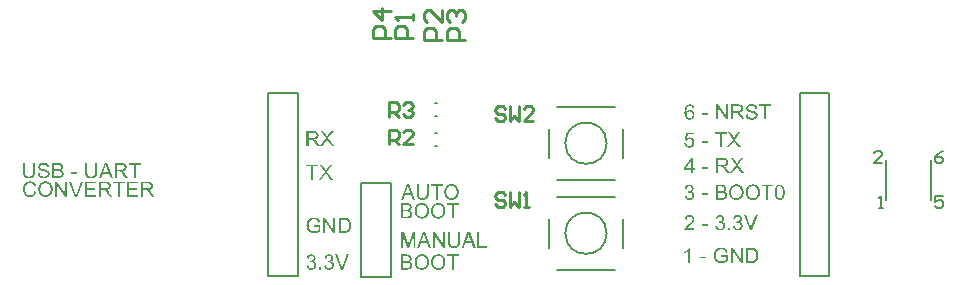
<source format=gto>
G04*
G04 #@! TF.GenerationSoftware,Altium Limited,Altium Designer,19.0.15 (446)*
G04*
G04 Layer_Color=65535*
%FSLAX25Y25*%
%MOIN*%
G70*
G01*
G75*
%ADD10C,0.00500*%
%ADD11C,0.00787*%
%ADD12C,0.01000*%
%ADD13C,0.00600*%
%ADD14C,0.00984*%
G36*
X375194Y481898D02*
X377083Y479255D01*
X376269D01*
X374992Y481051D01*
X374986Y481057D01*
X374975Y481079D01*
X374954Y481106D01*
X374926Y481150D01*
X374893Y481193D01*
X374861Y481243D01*
X374784Y481357D01*
Y481352D01*
X374779Y481346D01*
X374757Y481314D01*
X374730Y481270D01*
X374691Y481215D01*
X374609Y481101D01*
X374577Y481046D01*
X374544Y481002D01*
X373266Y479255D01*
X372464D01*
X374413Y481865D01*
X372693Y484295D01*
X373485D01*
X374408Y483001D01*
X374413Y482995D01*
X374418Y482984D01*
X374435Y482963D01*
X374457Y482935D01*
X374479Y482902D01*
X374506Y482864D01*
X374566Y482777D01*
X374631Y482673D01*
X374697Y482575D01*
X374762Y482471D01*
X374812Y482384D01*
Y482389D01*
X374817Y482395D01*
X374828Y482411D01*
X374844Y482433D01*
X374877Y482482D01*
X374926Y482553D01*
X374986Y482640D01*
X375052Y482739D01*
X375134Y482842D01*
X375216Y482952D01*
X376220Y484295D01*
X376946D01*
X375194Y481898D01*
D02*
G37*
G36*
X365966Y480768D02*
X364061D01*
Y481390D01*
X365966D01*
Y480768D01*
D02*
G37*
G36*
X361369Y483639D02*
X359354D01*
X359087Y482285D01*
X359092Y482291D01*
X359109Y482302D01*
X359130Y482313D01*
X359163Y482335D01*
X359207Y482356D01*
X359256Y482384D01*
X359311Y482416D01*
X359376Y482444D01*
X359442Y482471D01*
X359518Y482504D01*
X359676Y482553D01*
X359764Y482575D01*
X359851Y482591D01*
X359944Y482597D01*
X360037Y482602D01*
X360064D01*
X360102Y482597D01*
X360146D01*
X360201Y482586D01*
X360266Y482580D01*
X360343Y482564D01*
X360419Y482548D01*
X360506Y482520D01*
X360594Y482493D01*
X360686Y482455D01*
X360779Y482411D01*
X360872Y482356D01*
X360965Y482296D01*
X361058Y482225D01*
X361145Y482143D01*
X361151Y482138D01*
X361167Y482122D01*
X361189Y482094D01*
X361216Y482062D01*
X361254Y482018D01*
X361293Y481958D01*
X361331Y481898D01*
X361374Y481827D01*
X361418Y481745D01*
X361456Y481652D01*
X361500Y481559D01*
X361533Y481450D01*
X361560Y481341D01*
X361582Y481221D01*
X361598Y481095D01*
X361604Y480964D01*
Y480959D01*
Y480931D01*
Y480899D01*
X361598Y480850D01*
X361593Y480789D01*
X361582Y480724D01*
X361571Y480647D01*
X361555Y480560D01*
X361533Y480473D01*
X361506Y480374D01*
X361473Y480276D01*
X361435Y480178D01*
X361391Y480080D01*
X361336Y479976D01*
X361276Y479878D01*
X361205Y479785D01*
X361200Y479779D01*
X361183Y479757D01*
X361156Y479730D01*
X361118Y479692D01*
X361069Y479643D01*
X361009Y479594D01*
X360938Y479534D01*
X360856Y479479D01*
X360768Y479424D01*
X360670Y479364D01*
X360561Y479315D01*
X360441Y479272D01*
X360315Y479228D01*
X360179Y479201D01*
X360037Y479179D01*
X359884Y479173D01*
X359818D01*
X359769Y479179D01*
X359709Y479184D01*
X359644Y479195D01*
X359567Y479206D01*
X359485Y479222D01*
X359398Y479239D01*
X359305Y479266D01*
X359212Y479299D01*
X359120Y479337D01*
X359027Y479381D01*
X358934Y479430D01*
X358846Y479490D01*
X358759Y479555D01*
X358754Y479561D01*
X358743Y479572D01*
X358721Y479594D01*
X358694Y479626D01*
X358655Y479665D01*
X358617Y479708D01*
X358579Y479763D01*
X358535Y479828D01*
X358492Y479894D01*
X358448Y479970D01*
X358410Y480058D01*
X358371Y480145D01*
X358333Y480243D01*
X358306Y480347D01*
X358284Y480462D01*
X358268Y480577D01*
X358917Y480626D01*
Y480620D01*
X358923Y480604D01*
X358928Y480582D01*
X358934Y480549D01*
X358939Y480511D01*
X358956Y480462D01*
X358983Y480358D01*
X359027Y480243D01*
X359087Y480123D01*
X359158Y480014D01*
X359201Y479965D01*
X359245Y479916D01*
X359250D01*
X359256Y479905D01*
X359272Y479894D01*
X359294Y479878D01*
X359349Y479839D01*
X359425Y479801D01*
X359518Y479757D01*
X359627Y479719D01*
X359747Y479692D01*
X359813Y479686D01*
X359884Y479681D01*
X359928D01*
X359960Y479686D01*
X359998Y479692D01*
X360042Y479697D01*
X360146Y479725D01*
X360266Y479763D01*
X360326Y479790D01*
X360392Y479823D01*
X360457Y479861D01*
X360517Y479905D01*
X360577Y479954D01*
X360637Y480014D01*
X360643Y480020D01*
X360648Y480030D01*
X360665Y480047D01*
X360686Y480074D01*
X360708Y480112D01*
X360736Y480151D01*
X360763Y480200D01*
X360796Y480254D01*
X360823Y480314D01*
X360850Y480380D01*
X360878Y480456D01*
X360899Y480533D01*
X360921Y480620D01*
X360938Y480713D01*
X360943Y480806D01*
X360949Y480909D01*
Y480915D01*
Y480931D01*
Y480959D01*
X360943Y480997D01*
X360938Y481041D01*
X360932Y481095D01*
X360921Y481150D01*
X360910Y481215D01*
X360878Y481346D01*
X360823Y481488D01*
X360790Y481554D01*
X360747Y481619D01*
X360703Y481685D01*
X360648Y481745D01*
X360643Y481750D01*
X360637Y481756D01*
X360615Y481772D01*
X360594Y481794D01*
X360566Y481816D01*
X360528Y481843D01*
X360490Y481871D01*
X360441Y481903D01*
X360386Y481930D01*
X360332Y481958D01*
X360195Y482007D01*
X360124Y482029D01*
X360042Y482045D01*
X359960Y482051D01*
X359873Y482056D01*
X359824D01*
X359764Y482051D01*
X359693Y482040D01*
X359605Y482023D01*
X359513Y481996D01*
X359420Y481963D01*
X359327Y481914D01*
X359316Y481909D01*
X359289Y481892D01*
X359245Y481860D01*
X359191Y481821D01*
X359136Y481767D01*
X359070Y481707D01*
X359010Y481636D01*
X358956Y481559D01*
X358377Y481641D01*
X358863Y484229D01*
X361369D01*
Y483639D01*
D02*
G37*
G36*
X372289Y483700D02*
X370629D01*
Y479255D01*
X369963D01*
Y483700D01*
X368303D01*
Y484295D01*
X372289D01*
Y483700D01*
D02*
G37*
G36*
X144751Y474160D02*
X144811Y474155D01*
X144871Y474150D01*
X144942Y474144D01*
X145095Y474122D01*
X145265Y474090D01*
X145434Y474040D01*
X145598Y473980D01*
X145603D01*
X145614Y473969D01*
X145641Y473964D01*
X145669Y473948D01*
X145701Y473926D01*
X145745Y473904D01*
X145838Y473849D01*
X145947Y473773D01*
X146056Y473680D01*
X146160Y473576D01*
X146253Y473451D01*
X146258Y473445D01*
X146264Y473434D01*
X146275Y473418D01*
X146291Y473391D01*
X146307Y473358D01*
X146329Y473320D01*
X146346Y473271D01*
X146373Y473221D01*
X146417Y473107D01*
X146455Y472970D01*
X146488Y472823D01*
X146504Y472659D01*
X145865Y472610D01*
Y472615D01*
X145860Y472632D01*
Y472654D01*
X145854Y472686D01*
X145843Y472730D01*
X145832Y472774D01*
X145800Y472878D01*
X145756Y472992D01*
X145690Y473112D01*
X145614Y473227D01*
X145565Y473276D01*
X145510Y473325D01*
X145505Y473331D01*
X145499Y473336D01*
X145477Y473347D01*
X145456Y473363D01*
X145423Y473380D01*
X145385Y473402D01*
X145341Y473423D01*
X145292Y473451D01*
X145232Y473473D01*
X145166Y473494D01*
X145095Y473516D01*
X145019Y473533D01*
X144931Y473549D01*
X144839Y473560D01*
X144740Y473571D01*
X144582D01*
X144538Y473565D01*
X144489D01*
X144435Y473560D01*
X144369Y473555D01*
X144304Y473544D01*
X144156Y473516D01*
X144014Y473478D01*
X143878Y473423D01*
X143812Y473385D01*
X143758Y473347D01*
X143752D01*
X143747Y473336D01*
X143714Y473309D01*
X143670Y473260D01*
X143621Y473194D01*
X143572Y473118D01*
X143528Y473025D01*
X143496Y472927D01*
X143490Y472872D01*
X143485Y472812D01*
Y472807D01*
Y472801D01*
X143490Y472768D01*
X143496Y472719D01*
X143506Y472659D01*
X143534Y472588D01*
X143567Y472512D01*
X143610Y472441D01*
X143676Y472370D01*
X143687Y472364D01*
X143698Y472353D01*
X143719Y472337D01*
X143747Y472321D01*
X143779Y472304D01*
X143823Y472282D01*
X143872Y472255D01*
X143932Y472228D01*
X144003Y472200D01*
X144085Y472173D01*
X144178Y472140D01*
X144287Y472108D01*
X144402Y472075D01*
X144533Y472037D01*
X144680Y472004D01*
X144691D01*
X144719Y471998D01*
X144757Y471987D01*
X144811Y471971D01*
X144877Y471960D01*
X144953Y471938D01*
X145035Y471922D01*
X145123Y471895D01*
X145308Y471845D01*
X145494Y471796D01*
X145581Y471769D01*
X145658Y471742D01*
X145734Y471714D01*
X145794Y471687D01*
X145800D01*
X145816Y471676D01*
X145838Y471665D01*
X145865Y471649D01*
X145903Y471633D01*
X145947Y471605D01*
X146040Y471545D01*
X146149Y471474D01*
X146253Y471387D01*
X146357Y471283D01*
X146400Y471229D01*
X146444Y471174D01*
Y471169D01*
X146455Y471158D01*
X146466Y471141D01*
X146477Y471119D01*
X146493Y471092D01*
X146509Y471054D01*
X146553Y470966D01*
X146591Y470863D01*
X146624Y470743D01*
X146646Y470606D01*
X146657Y470459D01*
Y470453D01*
Y470442D01*
Y470420D01*
X146651Y470393D01*
Y470355D01*
X146646Y470317D01*
X146630Y470213D01*
X146602Y470098D01*
X146559Y469973D01*
X146499Y469842D01*
X146466Y469771D01*
X146422Y469705D01*
Y469700D01*
X146411Y469689D01*
X146400Y469672D01*
X146378Y469645D01*
X146329Y469585D01*
X146253Y469503D01*
X146160Y469416D01*
X146045Y469323D01*
X145914Y469236D01*
X145761Y469154D01*
X145756D01*
X145740Y469143D01*
X145718Y469137D01*
X145685Y469121D01*
X145647Y469110D01*
X145598Y469094D01*
X145543Y469072D01*
X145477Y469056D01*
X145412Y469039D01*
X145335Y469017D01*
X145172Y468990D01*
X144992Y468968D01*
X144795Y468957D01*
X144729D01*
X144680Y468963D01*
X144620D01*
X144555Y468968D01*
X144478Y468973D01*
X144391Y468985D01*
X144211Y469006D01*
X144020Y469039D01*
X143829Y469088D01*
X143643Y469154D01*
X143638D01*
X143621Y469165D01*
X143599Y469176D01*
X143567Y469192D01*
X143528Y469214D01*
X143485Y469236D01*
X143381Y469301D01*
X143266Y469383D01*
X143146Y469487D01*
X143026Y469607D01*
X142922Y469749D01*
X142917Y469754D01*
X142911Y469765D01*
X142900Y469787D01*
X142884Y469820D01*
X142862Y469858D01*
X142840Y469902D01*
X142813Y469956D01*
X142791Y470016D01*
X142764Y470077D01*
X142742Y470148D01*
X142698Y470306D01*
X142666Y470475D01*
X142655Y470568D01*
X142649Y470661D01*
X143277Y470715D01*
Y470710D01*
Y470699D01*
X143283Y470677D01*
X143288Y470650D01*
X143293Y470617D01*
X143299Y470584D01*
X143321Y470491D01*
X143348Y470393D01*
X143381Y470289D01*
X143424Y470186D01*
X143479Y470087D01*
X143485Y470077D01*
X143512Y470049D01*
X143550Y470006D01*
X143605Y469951D01*
X143676Y469885D01*
X143763Y469825D01*
X143867Y469760D01*
X143987Y469700D01*
X143992D01*
X144003Y469694D01*
X144020Y469689D01*
X144047Y469678D01*
X144080Y469667D01*
X144118Y469651D01*
X144162Y469640D01*
X144211Y469629D01*
X144325Y469601D01*
X144462Y469574D01*
X144604Y469558D01*
X144762Y469552D01*
X144828D01*
X144860Y469558D01*
X144899D01*
X144986Y469569D01*
X145090Y469580D01*
X145204Y469596D01*
X145319Y469623D01*
X145428Y469662D01*
X145434D01*
X145439Y469667D01*
X145456Y469672D01*
X145477Y469683D01*
X145527Y469711D01*
X145592Y469743D01*
X145663Y469787D01*
X145740Y469842D01*
X145805Y469902D01*
X145865Y469973D01*
X145871Y469984D01*
X145887Y470006D01*
X145914Y470049D01*
X145942Y470104D01*
X145963Y470169D01*
X145991Y470240D01*
X146007Y470322D01*
X146013Y470404D01*
Y470409D01*
Y470415D01*
Y470442D01*
X146007Y470491D01*
X145996Y470546D01*
X145980Y470611D01*
X145952Y470682D01*
X145920Y470753D01*
X145871Y470819D01*
X145865Y470824D01*
X145843Y470846D01*
X145811Y470879D01*
X145761Y470923D01*
X145701Y470966D01*
X145619Y471016D01*
X145527Y471065D01*
X145417Y471114D01*
X145406Y471119D01*
X145396Y471125D01*
X145374Y471130D01*
X145352Y471136D01*
X145319Y471147D01*
X145275Y471163D01*
X145232Y471174D01*
X145172Y471190D01*
X145112Y471212D01*
X145035Y471229D01*
X144953Y471250D01*
X144860Y471278D01*
X144762Y471300D01*
X144648Y471332D01*
X144522Y471360D01*
X144517D01*
X144495Y471365D01*
X144457Y471376D01*
X144413Y471387D01*
X144353Y471403D01*
X144287Y471420D01*
X144222Y471442D01*
X144145Y471463D01*
X143982Y471512D01*
X143823Y471567D01*
X143747Y471594D01*
X143676Y471622D01*
X143610Y471649D01*
X143556Y471676D01*
X143550D01*
X143539Y471687D01*
X143523Y471698D01*
X143496Y471709D01*
X143430Y471747D01*
X143354Y471802D01*
X143261Y471873D01*
X143173Y471949D01*
X143086Y472042D01*
X143015Y472140D01*
Y472146D01*
X143010Y472151D01*
X142999Y472168D01*
X142988Y472190D01*
X142960Y472250D01*
X142928Y472326D01*
X142895Y472419D01*
X142868Y472528D01*
X142846Y472648D01*
X142840Y472774D01*
Y472779D01*
Y472790D01*
Y472812D01*
X142846Y472839D01*
Y472872D01*
X142851Y472910D01*
X142868Y473008D01*
X142895Y473118D01*
X142928Y473232D01*
X142982Y473358D01*
X143053Y473484D01*
Y473489D01*
X143064Y473500D01*
X143075Y473516D01*
X143091Y473538D01*
X143146Y473598D01*
X143217Y473675D01*
X143304Y473757D01*
X143414Y473838D01*
X143539Y473920D01*
X143687Y473991D01*
X143692D01*
X143703Y473997D01*
X143730Y474008D01*
X143758Y474019D01*
X143796Y474029D01*
X143845Y474046D01*
X143900Y474062D01*
X143960Y474079D01*
X144025Y474095D01*
X144096Y474111D01*
X144249Y474139D01*
X144424Y474160D01*
X144609Y474166D01*
X144702D01*
X144751Y474160D01*
D02*
G37*
G36*
X155797Y470551D02*
X153891D01*
Y471174D01*
X155797D01*
Y470551D01*
D02*
G37*
G36*
X162485Y471169D02*
Y471158D01*
Y471136D01*
Y471098D01*
Y471043D01*
X162480Y470977D01*
X162475Y470906D01*
X162469Y470824D01*
X162464Y470732D01*
X162442Y470541D01*
X162414Y470339D01*
X162371Y470142D01*
X162343Y470049D01*
X162311Y469962D01*
Y469956D01*
X162305Y469940D01*
X162294Y469918D01*
X162278Y469885D01*
X162256Y469847D01*
X162234Y469803D01*
X162169Y469705D01*
X162130Y469645D01*
X162087Y469591D01*
X162032Y469525D01*
X161978Y469465D01*
X161912Y469405D01*
X161847Y469345D01*
X161770Y469290D01*
X161688Y469236D01*
X161683Y469230D01*
X161666Y469225D01*
X161645Y469208D01*
X161606Y469192D01*
X161563Y469170D01*
X161508Y469148D01*
X161448Y469121D01*
X161372Y469099D01*
X161295Y469072D01*
X161208Y469044D01*
X161109Y469023D01*
X161006Y469001D01*
X160891Y468985D01*
X160771Y468968D01*
X160645Y468963D01*
X160514Y468957D01*
X160443D01*
X160394Y468963D01*
X160334D01*
X160269Y468968D01*
X160187Y468979D01*
X160105Y468990D01*
X159919Y469017D01*
X159723Y469061D01*
X159531Y469121D01*
X159439Y469154D01*
X159351Y469197D01*
X159346Y469203D01*
X159329Y469208D01*
X159308Y469225D01*
X159280Y469241D01*
X159242Y469268D01*
X159198Y469301D01*
X159155Y469334D01*
X159106Y469378D01*
X158996Y469476D01*
X158893Y469596D01*
X158794Y469738D01*
X158751Y469820D01*
X158712Y469902D01*
Y469907D01*
X158707Y469924D01*
X158696Y469951D01*
X158685Y469989D01*
X158669Y470033D01*
X158652Y470093D01*
X158636Y470158D01*
X158620Y470235D01*
X158598Y470322D01*
X158581Y470415D01*
X158565Y470519D01*
X158554Y470633D01*
X158538Y470753D01*
X158532Y470885D01*
X158521Y471021D01*
Y471169D01*
Y474079D01*
X159188D01*
Y471169D01*
Y471163D01*
Y471141D01*
Y471108D01*
Y471059D01*
X159193Y471005D01*
Y470945D01*
X159198Y470874D01*
X159204Y470803D01*
X159215Y470644D01*
X159237Y470486D01*
X159269Y470333D01*
X159286Y470262D01*
X159308Y470202D01*
Y470197D01*
X159313Y470191D01*
X159319Y470175D01*
X159329Y470153D01*
X159362Y470093D01*
X159406Y470027D01*
X159461Y469945D01*
X159531Y469869D01*
X159619Y469793D01*
X159723Y469722D01*
X159728D01*
X159739Y469716D01*
X159755Y469705D01*
X159777Y469694D01*
X159804Y469683D01*
X159843Y469672D01*
X159881Y469656D01*
X159925Y469640D01*
X160034Y469612D01*
X160159Y469585D01*
X160301Y469563D01*
X160454Y469558D01*
X160525D01*
X160574Y469563D01*
X160635Y469569D01*
X160705Y469574D01*
X160782Y469585D01*
X160864Y469601D01*
X161033Y469640D01*
X161120Y469667D01*
X161208Y469700D01*
X161290Y469738D01*
X161366Y469782D01*
X161437Y469831D01*
X161503Y469891D01*
X161508Y469896D01*
X161519Y469907D01*
X161530Y469929D01*
X161552Y469956D01*
X161574Y469995D01*
X161601Y470044D01*
X161634Y470104D01*
X161661Y470175D01*
X161688Y470257D01*
X161721Y470350D01*
X161748Y470453D01*
X161770Y470568D01*
X161792Y470699D01*
X161808Y470841D01*
X161814Y470999D01*
X161819Y471169D01*
Y474079D01*
X162485D01*
Y471169D01*
D02*
G37*
G36*
X141759D02*
Y471158D01*
Y471136D01*
Y471098D01*
Y471043D01*
X141754Y470977D01*
X141748Y470906D01*
X141743Y470824D01*
X141737Y470732D01*
X141716Y470541D01*
X141688Y470339D01*
X141645Y470142D01*
X141617Y470049D01*
X141585Y469962D01*
Y469956D01*
X141579Y469940D01*
X141568Y469918D01*
X141552Y469885D01*
X141530Y469847D01*
X141508Y469803D01*
X141443Y469705D01*
X141404Y469645D01*
X141361Y469591D01*
X141306Y469525D01*
X141252Y469465D01*
X141186Y469405D01*
X141120Y469345D01*
X141044Y469290D01*
X140962Y469236D01*
X140957Y469230D01*
X140940Y469225D01*
X140918Y469208D01*
X140880Y469192D01*
X140837Y469170D01*
X140782Y469148D01*
X140722Y469121D01*
X140645Y469099D01*
X140569Y469072D01*
X140482Y469044D01*
X140383Y469023D01*
X140280Y469001D01*
X140165Y468985D01*
X140045Y468968D01*
X139919Y468963D01*
X139788Y468957D01*
X139717D01*
X139668Y468963D01*
X139608D01*
X139542Y468968D01*
X139461Y468979D01*
X139379Y468990D01*
X139193Y469017D01*
X138997Y469061D01*
X138805Y469121D01*
X138713Y469154D01*
X138625Y469197D01*
X138620Y469203D01*
X138603Y469208D01*
X138582Y469225D01*
X138554Y469241D01*
X138516Y469268D01*
X138472Y469301D01*
X138429Y469334D01*
X138380Y469378D01*
X138270Y469476D01*
X138167Y469596D01*
X138068Y469738D01*
X138025Y469820D01*
X137986Y469902D01*
Y469907D01*
X137981Y469924D01*
X137970Y469951D01*
X137959Y469989D01*
X137943Y470033D01*
X137926Y470093D01*
X137910Y470158D01*
X137894Y470235D01*
X137872Y470322D01*
X137855Y470415D01*
X137839Y470519D01*
X137828Y470633D01*
X137812Y470753D01*
X137806Y470885D01*
X137795Y471021D01*
Y471169D01*
Y474079D01*
X138461D01*
Y471169D01*
Y471163D01*
Y471141D01*
Y471108D01*
Y471059D01*
X138467Y471005D01*
Y470945D01*
X138472Y470874D01*
X138478Y470803D01*
X138489Y470644D01*
X138511Y470486D01*
X138543Y470333D01*
X138560Y470262D01*
X138582Y470202D01*
Y470197D01*
X138587Y470191D01*
X138592Y470175D01*
X138603Y470153D01*
X138636Y470093D01*
X138680Y470027D01*
X138734Y469945D01*
X138805Y469869D01*
X138893Y469793D01*
X138997Y469722D01*
X139002D01*
X139013Y469716D01*
X139029Y469705D01*
X139051Y469694D01*
X139078Y469683D01*
X139117Y469672D01*
X139155Y469656D01*
X139199Y469640D01*
X139308Y469612D01*
X139433Y469585D01*
X139575Y469563D01*
X139728Y469558D01*
X139799D01*
X139848Y469563D01*
X139908Y469569D01*
X139979Y469574D01*
X140056Y469585D01*
X140138Y469601D01*
X140307Y469640D01*
X140394Y469667D01*
X140482Y469700D01*
X140563Y469738D01*
X140640Y469782D01*
X140711Y469831D01*
X140776Y469891D01*
X140782Y469896D01*
X140793Y469907D01*
X140804Y469929D01*
X140826Y469956D01*
X140847Y469995D01*
X140875Y470044D01*
X140908Y470104D01*
X140935Y470175D01*
X140962Y470257D01*
X140995Y470350D01*
X141022Y470453D01*
X141044Y470568D01*
X141066Y470699D01*
X141082Y470841D01*
X141088Y470999D01*
X141093Y471169D01*
Y474079D01*
X141759D01*
Y471169D01*
D02*
G37*
G36*
X176982Y473484D02*
X175322D01*
Y469039D01*
X174656D01*
Y473484D01*
X172996D01*
Y474079D01*
X176982D01*
Y473484D01*
D02*
G37*
G36*
X170703Y474073D02*
X170763D01*
X170834Y474068D01*
X170916Y474062D01*
X171079Y474046D01*
X171249Y474019D01*
X171413Y473986D01*
X171484Y473964D01*
X171555Y473942D01*
X171560D01*
X171571Y473937D01*
X171587Y473926D01*
X171615Y473915D01*
X171680Y473882D01*
X171756Y473833D01*
X171849Y473767D01*
X171942Y473680D01*
X172035Y473582D01*
X172117Y473462D01*
Y473456D01*
X172128Y473445D01*
X172139Y473429D01*
X172150Y473402D01*
X172166Y473369D01*
X172182Y473331D01*
X172204Y473287D01*
X172226Y473238D01*
X172264Y473123D01*
X172297Y472998D01*
X172319Y472856D01*
X172330Y472703D01*
Y472697D01*
Y472681D01*
Y472648D01*
X172324Y472615D01*
X172319Y472566D01*
X172313Y472512D01*
X172302Y472452D01*
X172286Y472386D01*
X172242Y472244D01*
X172215Y472168D01*
X172182Y472091D01*
X172144Y472015D01*
X172095Y471938D01*
X172040Y471867D01*
X171980Y471796D01*
X171975Y471791D01*
X171964Y471780D01*
X171942Y471764D01*
X171915Y471736D01*
X171877Y471709D01*
X171833Y471676D01*
X171778Y471638D01*
X171713Y471600D01*
X171642Y471562D01*
X171565Y471523D01*
X171478Y471485D01*
X171380Y471447D01*
X171276Y471414D01*
X171161Y471381D01*
X171036Y471354D01*
X170905Y471332D01*
X170910D01*
X170916Y471327D01*
X170948Y471310D01*
X170998Y471283D01*
X171058Y471250D01*
X171123Y471212D01*
X171189Y471174D01*
X171254Y471125D01*
X171309Y471081D01*
X171314Y471076D01*
X171320Y471070D01*
X171336Y471054D01*
X171358Y471032D01*
X171385Y471005D01*
X171418Y470972D01*
X171489Y470895D01*
X171571Y470797D01*
X171664Y470682D01*
X171762Y470551D01*
X171860Y470409D01*
X172734Y469039D01*
X171898D01*
X171232Y470087D01*
X171227Y470093D01*
X171221Y470109D01*
X171205Y470131D01*
X171183Y470164D01*
X171161Y470202D01*
X171129Y470246D01*
X171063Y470344D01*
X170987Y470459D01*
X170910Y470573D01*
X170828Y470682D01*
X170752Y470781D01*
Y470786D01*
X170741Y470792D01*
X170719Y470819D01*
X170686Y470863D01*
X170637Y470912D01*
X170588Y470966D01*
X170528Y471021D01*
X170468Y471076D01*
X170413Y471114D01*
X170408Y471119D01*
X170386Y471130D01*
X170359Y471147D01*
X170320Y471169D01*
X170271Y471190D01*
X170222Y471212D01*
X170168Y471234D01*
X170108Y471250D01*
X170102D01*
X170086Y471256D01*
X170058Y471261D01*
X170020Y471267D01*
X169966D01*
X169900Y471272D01*
X169824Y471278D01*
X168966D01*
Y469039D01*
X168300D01*
Y474079D01*
X170643D01*
X170703Y474073D01*
D02*
G37*
G36*
X167760Y469039D02*
X167001D01*
X166417Y470562D01*
X164298Y470562D01*
X163752Y469039D01*
X163048D01*
X164975Y474079D01*
X165696D01*
X167760Y469039D01*
D02*
G37*
G36*
X149567Y474073D02*
X149627D01*
X149687Y474068D01*
X149758Y474057D01*
X149900Y474040D01*
X150058Y474013D01*
X150206Y473975D01*
X150348Y473920D01*
X150353D01*
X150364Y473915D01*
X150381Y473904D01*
X150408Y473893D01*
X150468Y473855D01*
X150550Y473806D01*
X150637Y473740D01*
X150725Y473658D01*
X150812Y473560D01*
X150894Y473451D01*
Y473445D01*
X150905Y473434D01*
X150910Y473418D01*
X150927Y473396D01*
X150943Y473369D01*
X150959Y473331D01*
X150998Y473249D01*
X151030Y473150D01*
X151063Y473036D01*
X151085Y472916D01*
X151096Y472785D01*
Y472779D01*
Y472768D01*
Y472752D01*
Y472730D01*
X151085Y472670D01*
X151074Y472588D01*
X151052Y472495D01*
X151019Y472392D01*
X150976Y472288D01*
X150916Y472179D01*
Y472173D01*
X150910Y472168D01*
X150899Y472151D01*
X150883Y472129D01*
X150845Y472080D01*
X150785Y472015D01*
X150714Y471944D01*
X150621Y471867D01*
X150517Y471791D01*
X150391Y471720D01*
X150397D01*
X150413Y471714D01*
X150435Y471703D01*
X150468Y471693D01*
X150506Y471676D01*
X150550Y471660D01*
X150648Y471611D01*
X150763Y471551D01*
X150877Y471469D01*
X150992Y471376D01*
X151090Y471261D01*
X151096Y471256D01*
X151101Y471245D01*
X151112Y471229D01*
X151129Y471207D01*
X151150Y471174D01*
X151172Y471136D01*
X151194Y471092D01*
X151216Y471043D01*
X151260Y470934D01*
X151303Y470803D01*
X151331Y470655D01*
X151341Y470579D01*
Y470497D01*
Y470491D01*
Y470480D01*
Y470464D01*
Y470437D01*
X151336Y470404D01*
Y470371D01*
X151325Y470284D01*
X151303Y470180D01*
X151276Y470071D01*
X151238Y469951D01*
X151189Y469836D01*
Y469831D01*
X151183Y469825D01*
X151172Y469809D01*
X151161Y469787D01*
X151129Y469733D01*
X151085Y469667D01*
X151036Y469591D01*
X150970Y469514D01*
X150899Y469438D01*
X150817Y469367D01*
X150806Y469361D01*
X150779Y469339D01*
X150730Y469312D01*
X150664Y469274D01*
X150588Y469236D01*
X150495Y469192D01*
X150386Y469154D01*
X150266Y469121D01*
X150260D01*
X150250Y469115D01*
X150233D01*
X150206Y469110D01*
X150173Y469105D01*
X150135Y469094D01*
X150091Y469088D01*
X150042Y469083D01*
X149987Y469072D01*
X149922Y469066D01*
X149785Y469050D01*
X149627Y469044D01*
X149452Y469039D01*
X147536D01*
Y474079D01*
X149518D01*
X149567Y474073D01*
D02*
G37*
G36*
X140296Y467944D02*
X140361Y467938D01*
X140438Y467927D01*
X140520Y467916D01*
X140613Y467900D01*
X140711Y467878D01*
X140815Y467856D01*
X140918Y467824D01*
X141028Y467786D01*
X141137Y467742D01*
X141241Y467687D01*
X141344Y467633D01*
X141443Y467562D01*
X141448Y467556D01*
X141464Y467545D01*
X141492Y467523D01*
X141525Y467491D01*
X141568Y467452D01*
X141617Y467403D01*
X141666Y467349D01*
X141727Y467283D01*
X141787Y467212D01*
X141847Y467130D01*
X141907Y467043D01*
X141961Y466945D01*
X142021Y466841D01*
X142070Y466726D01*
X142120Y466606D01*
X142163Y466480D01*
X141508Y466328D01*
Y466333D01*
X141497Y466350D01*
X141492Y466382D01*
X141475Y466420D01*
X141459Y466464D01*
X141432Y466513D01*
X141377Y466633D01*
X141306Y466764D01*
X141213Y466901D01*
X141115Y467027D01*
X141055Y467081D01*
X140995Y467130D01*
X140989Y467136D01*
X140979Y467141D01*
X140962Y467152D01*
X140935Y467169D01*
X140902Y467190D01*
X140864Y467212D01*
X140820Y467234D01*
X140766Y467256D01*
X140706Y467278D01*
X140645Y467300D01*
X140503Y467343D01*
X140340Y467371D01*
X140252Y467381D01*
X140105D01*
X140061Y467376D01*
X140012Y467371D01*
X139952Y467365D01*
X139886Y467360D01*
X139821Y467349D01*
X139663Y467310D01*
X139499Y467261D01*
X139417Y467229D01*
X139335Y467190D01*
X139259Y467147D01*
X139182Y467098D01*
X139177Y467092D01*
X139166Y467087D01*
X139144Y467070D01*
X139117Y467048D01*
X139089Y467021D01*
X139051Y466983D01*
X139013Y466945D01*
X138969Y466901D01*
X138926Y466846D01*
X138876Y466792D01*
X138789Y466666D01*
X138707Y466519D01*
X138636Y466350D01*
Y466344D01*
X138631Y466328D01*
X138620Y466300D01*
X138614Y466268D01*
X138603Y466224D01*
X138587Y466175D01*
X138576Y466115D01*
X138560Y466055D01*
X138543Y465984D01*
X138532Y465907D01*
X138505Y465743D01*
X138489Y465569D01*
X138483Y465383D01*
Y465378D01*
Y465356D01*
Y465323D01*
X138489Y465274D01*
Y465219D01*
X138494Y465154D01*
X138500Y465083D01*
X138505Y465001D01*
X138516Y464914D01*
X138527Y464826D01*
X138560Y464635D01*
X138609Y464444D01*
X138669Y464258D01*
Y464253D01*
X138680Y464236D01*
X138691Y464215D01*
X138702Y464182D01*
X138724Y464138D01*
X138751Y464094D01*
X138811Y463991D01*
X138893Y463871D01*
X138991Y463756D01*
X139111Y463641D01*
X139177Y463592D01*
X139248Y463543D01*
X139253D01*
X139264Y463532D01*
X139286Y463521D01*
X139319Y463505D01*
X139357Y463488D01*
X139400Y463467D01*
X139450Y463450D01*
X139504Y463428D01*
X139630Y463385D01*
X139777Y463346D01*
X139936Y463319D01*
X140017Y463314D01*
X140105Y463308D01*
X140159D01*
X140198Y463314D01*
X140247Y463319D01*
X140301Y463325D01*
X140367Y463336D01*
X140433Y463346D01*
X140585Y463385D01*
X140662Y463412D01*
X140744Y463445D01*
X140826Y463483D01*
X140902Y463527D01*
X140979Y463576D01*
X141055Y463630D01*
X141060Y463636D01*
X141071Y463647D01*
X141093Y463663D01*
X141120Y463690D01*
X141148Y463723D01*
X141186Y463767D01*
X141224Y463816D01*
X141268Y463871D01*
X141312Y463936D01*
X141355Y464007D01*
X141399Y464084D01*
X141443Y464171D01*
X141481Y464264D01*
X141519Y464367D01*
X141557Y464477D01*
X141585Y464591D01*
X142251Y464422D01*
Y464411D01*
X142240Y464384D01*
X142229Y464346D01*
X142207Y464286D01*
X142185Y464220D01*
X142152Y464138D01*
X142120Y464051D01*
X142076Y463958D01*
X142027Y463854D01*
X141972Y463756D01*
X141912Y463647D01*
X141841Y463543D01*
X141765Y463445D01*
X141683Y463346D01*
X141590Y463254D01*
X141492Y463166D01*
X141486Y463161D01*
X141464Y463150D01*
X141437Y463128D01*
X141393Y463101D01*
X141344Y463068D01*
X141279Y463030D01*
X141208Y462992D01*
X141120Y462953D01*
X141028Y462915D01*
X140929Y462877D01*
X140820Y462839D01*
X140700Y462806D01*
X140574Y462779D01*
X140443Y462757D01*
X140307Y462746D01*
X140159Y462740D01*
X140083D01*
X140023Y462746D01*
X139957Y462751D01*
X139875Y462757D01*
X139788Y462768D01*
X139690Y462784D01*
X139586Y462801D01*
X139477Y462822D01*
X139368Y462850D01*
X139259Y462877D01*
X139144Y462915D01*
X139035Y462959D01*
X138931Y463008D01*
X138833Y463068D01*
X138827Y463073D01*
X138811Y463084D01*
X138784Y463101D01*
X138751Y463128D01*
X138707Y463166D01*
X138658Y463204D01*
X138603Y463254D01*
X138543Y463314D01*
X138483Y463379D01*
X138418Y463450D01*
X138358Y463527D01*
X138292Y463614D01*
X138227Y463707D01*
X138167Y463805D01*
X138112Y463914D01*
X138057Y464029D01*
X138052Y464034D01*
X138046Y464056D01*
X138036Y464094D01*
X138019Y464138D01*
X137997Y464198D01*
X137976Y464264D01*
X137954Y464346D01*
X137926Y464433D01*
X137905Y464531D01*
X137877Y464635D01*
X137855Y464744D01*
X137839Y464864D01*
X137806Y465115D01*
X137801Y465247D01*
X137795Y465378D01*
Y465388D01*
Y465410D01*
Y465454D01*
X137801Y465509D01*
X137806Y465580D01*
X137812Y465661D01*
X137823Y465749D01*
X137833Y465847D01*
X137850Y465951D01*
X137866Y466060D01*
X137921Y466295D01*
X137959Y466409D01*
X137997Y466524D01*
X138041Y466644D01*
X138096Y466753D01*
X138101Y466759D01*
X138112Y466781D01*
X138128Y466808D01*
X138150Y466852D01*
X138183Y466901D01*
X138221Y466956D01*
X138265Y467016D01*
X138314Y467087D01*
X138374Y467152D01*
X138434Y467229D01*
X138505Y467300D01*
X138582Y467376D01*
X138663Y467447D01*
X138751Y467518D01*
X138849Y467583D01*
X138947Y467643D01*
X138953Y467649D01*
X138975Y467654D01*
X139002Y467671D01*
X139046Y467693D01*
X139095Y467715D01*
X139160Y467742D01*
X139231Y467769D01*
X139308Y467796D01*
X139395Y467824D01*
X139493Y467851D01*
X139592Y467878D01*
X139701Y467900D01*
X139925Y467938D01*
X140045Y467944D01*
X140170Y467949D01*
X140241D01*
X140296Y467944D01*
D02*
G37*
G36*
X152510Y462822D02*
X151822D01*
X149179Y466775D01*
Y462822D01*
X148541D01*
Y467862D01*
X149223D01*
X151871Y463903D01*
Y467862D01*
X152510D01*
Y462822D01*
D02*
G37*
G36*
X155759D02*
X155071D01*
X153116Y467862D01*
X153842D01*
X155153Y464198D01*
Y464193D01*
X155158Y464176D01*
X155169Y464155D01*
X155180Y464122D01*
X155191Y464084D01*
X155207Y464040D01*
X155224Y463991D01*
X155245Y463931D01*
X155284Y463805D01*
X155327Y463669D01*
X155371Y463521D01*
X155415Y463374D01*
Y463379D01*
X155420Y463390D01*
X155426Y463417D01*
X155437Y463445D01*
X155447Y463483D01*
X155458Y463527D01*
X155475Y463576D01*
X155491Y463630D01*
X155529Y463756D01*
X155578Y463898D01*
X155633Y464045D01*
X155688Y464198D01*
X157047Y467862D01*
X157724D01*
X155759Y462822D01*
D02*
G37*
G36*
X179510Y467856D02*
X179570D01*
X179641Y467851D01*
X179723Y467845D01*
X179886Y467829D01*
X180056Y467802D01*
X180219Y467769D01*
X180290Y467747D01*
X180361Y467725D01*
X180367D01*
X180378Y467720D01*
X180394Y467709D01*
X180421Y467698D01*
X180487Y467665D01*
X180563Y467616D01*
X180656Y467551D01*
X180749Y467463D01*
X180842Y467365D01*
X180924Y467245D01*
Y467240D01*
X180935Y467229D01*
X180946Y467212D01*
X180957Y467185D01*
X180973Y467152D01*
X180989Y467114D01*
X181011Y467070D01*
X181033Y467021D01*
X181071Y466906D01*
X181104Y466781D01*
X181126Y466639D01*
X181137Y466486D01*
Y466480D01*
Y466464D01*
Y466431D01*
X181131Y466399D01*
X181126Y466350D01*
X181120Y466295D01*
X181109Y466235D01*
X181093Y466169D01*
X181049Y466027D01*
X181022Y465951D01*
X180989Y465874D01*
X180951Y465798D01*
X180902Y465722D01*
X180847Y465651D01*
X180787Y465580D01*
X180782Y465574D01*
X180771Y465563D01*
X180749Y465547D01*
X180722Y465520D01*
X180684Y465492D01*
X180640Y465459D01*
X180585Y465421D01*
X180520Y465383D01*
X180449Y465345D01*
X180372Y465307D01*
X180285Y465268D01*
X180187Y465230D01*
X180083Y465197D01*
X179968Y465165D01*
X179843Y465137D01*
X179712Y465115D01*
X179717D01*
X179723Y465110D01*
X179755Y465094D01*
X179805Y465066D01*
X179865Y465034D01*
X179930Y464995D01*
X179996Y464957D01*
X180061Y464908D01*
X180116Y464864D01*
X180121Y464859D01*
X180127Y464853D01*
X180143Y464837D01*
X180165Y464815D01*
X180192Y464788D01*
X180225Y464755D01*
X180296Y464679D01*
X180378Y464580D01*
X180471Y464466D01*
X180569Y464335D01*
X180667Y464193D01*
X181541Y462822D01*
X180705D01*
X180039Y463871D01*
X180034Y463876D01*
X180028Y463893D01*
X180012Y463914D01*
X179990Y463947D01*
X179968Y463985D01*
X179936Y464029D01*
X179870Y464127D01*
X179794Y464242D01*
X179717Y464357D01*
X179635Y464466D01*
X179559Y464564D01*
Y464570D01*
X179548Y464575D01*
X179526Y464602D01*
X179493Y464646D01*
X179444Y464695D01*
X179395Y464750D01*
X179335Y464804D01*
X179275Y464859D01*
X179220Y464897D01*
X179215Y464903D01*
X179193Y464914D01*
X179166Y464930D01*
X179128Y464952D01*
X179078Y464974D01*
X179029Y464995D01*
X178975Y465017D01*
X178914Y465034D01*
X178909D01*
X178893Y465039D01*
X178865Y465044D01*
X178827Y465050D01*
X178773D01*
X178707Y465056D01*
X178631Y465061D01*
X177773D01*
Y462822D01*
X177107D01*
Y467862D01*
X179450D01*
X179510Y467856D01*
D02*
G37*
G36*
X176064Y467267D02*
X173083D01*
Y465727D01*
X175873D01*
Y465132D01*
X173083D01*
Y463417D01*
X176179D01*
Y462822D01*
X172417D01*
Y467862D01*
X176064D01*
Y467267D01*
D02*
G37*
G36*
X171713D02*
X170053D01*
Y462822D01*
X169387D01*
Y467267D01*
X167727D01*
Y467862D01*
X171713D01*
Y467267D01*
D02*
G37*
G36*
X165434Y467856D02*
X165494D01*
X165565Y467851D01*
X165647Y467845D01*
X165811Y467829D01*
X165980Y467802D01*
X166144Y467769D01*
X166215Y467747D01*
X166286Y467725D01*
X166291D01*
X166302Y467720D01*
X166318Y467709D01*
X166346Y467698D01*
X166411Y467665D01*
X166488Y467616D01*
X166580Y467551D01*
X166673Y467463D01*
X166766Y467365D01*
X166848Y467245D01*
Y467240D01*
X166859Y467229D01*
X166870Y467212D01*
X166881Y467185D01*
X166897Y467152D01*
X166913Y467114D01*
X166935Y467070D01*
X166957Y467021D01*
X166995Y466906D01*
X167028Y466781D01*
X167050Y466639D01*
X167061Y466486D01*
Y466480D01*
Y466464D01*
Y466431D01*
X167055Y466399D01*
X167050Y466350D01*
X167044Y466295D01*
X167034Y466235D01*
X167017Y466169D01*
X166973Y466027D01*
X166946Y465951D01*
X166913Y465874D01*
X166875Y465798D01*
X166826Y465722D01*
X166771Y465651D01*
X166711Y465580D01*
X166706Y465574D01*
X166695Y465563D01*
X166673Y465547D01*
X166646Y465520D01*
X166608Y465492D01*
X166564Y465459D01*
X166509Y465421D01*
X166444Y465383D01*
X166373Y465345D01*
X166297Y465307D01*
X166209Y465268D01*
X166111Y465230D01*
X166007Y465197D01*
X165892Y465165D01*
X165767Y465137D01*
X165636Y465115D01*
X165641D01*
X165647Y465110D01*
X165680Y465094D01*
X165729Y465066D01*
X165789Y465034D01*
X165854Y464995D01*
X165920Y464957D01*
X165985Y464908D01*
X166040Y464864D01*
X166045Y464859D01*
X166051Y464853D01*
X166067Y464837D01*
X166089Y464815D01*
X166116Y464788D01*
X166149Y464755D01*
X166220Y464679D01*
X166302Y464580D01*
X166395Y464466D01*
X166493Y464335D01*
X166591Y464193D01*
X167465Y462822D01*
X166630D01*
X165963Y463871D01*
X165958Y463876D01*
X165953Y463893D01*
X165936Y463914D01*
X165914Y463947D01*
X165892Y463985D01*
X165860Y464029D01*
X165794Y464127D01*
X165718Y464242D01*
X165641Y464357D01*
X165559Y464466D01*
X165483Y464564D01*
Y464570D01*
X165472Y464575D01*
X165450Y464602D01*
X165417Y464646D01*
X165368Y464695D01*
X165319Y464750D01*
X165259Y464804D01*
X165199Y464859D01*
X165144Y464897D01*
X165139Y464903D01*
X165117Y464914D01*
X165090Y464930D01*
X165052Y464952D01*
X165003Y464973D01*
X164953Y464995D01*
X164899Y465017D01*
X164839Y465034D01*
X164833D01*
X164817Y465039D01*
X164789Y465044D01*
X164751Y465050D01*
X164697D01*
X164631Y465056D01*
X164555Y465061D01*
X163698D01*
Y462822D01*
X163031D01*
Y467862D01*
X165374D01*
X165434Y467856D01*
D02*
G37*
G36*
X161988Y467267D02*
X159007D01*
Y465727D01*
X161797D01*
Y465132D01*
X159007D01*
Y463417D01*
X162103D01*
Y462822D01*
X158341D01*
Y467862D01*
X161988D01*
Y467267D01*
D02*
G37*
G36*
X145396Y467944D02*
X145461Y467938D01*
X145532Y467933D01*
X145608Y467922D01*
X145696Y467906D01*
X145794Y467889D01*
X145893Y467867D01*
X145996Y467840D01*
X146105Y467807D01*
X146215Y467769D01*
X146324Y467725D01*
X146428Y467676D01*
X146537Y467616D01*
X146542Y467611D01*
X146564Y467600D01*
X146591Y467583D01*
X146630Y467556D01*
X146679Y467523D01*
X146728Y467480D01*
X146788Y467431D01*
X146853Y467376D01*
X146924Y467310D01*
X146995Y467240D01*
X147066Y467163D01*
X147137Y467081D01*
X147203Y466994D01*
X147274Y466895D01*
X147334Y466792D01*
X147394Y466682D01*
X147399Y466677D01*
X147405Y466655D01*
X147421Y466622D01*
X147438Y466579D01*
X147465Y466524D01*
X147487Y466453D01*
X147514Y466377D01*
X147541Y466289D01*
X147569Y466197D01*
X147596Y466093D01*
X147623Y465978D01*
X147645Y465864D01*
X147661Y465738D01*
X147678Y465607D01*
X147683Y465476D01*
X147689Y465334D01*
Y465323D01*
Y465301D01*
Y465258D01*
X147683Y465203D01*
X147678Y465137D01*
X147672Y465061D01*
X147661Y464973D01*
X147651Y464875D01*
X147634Y464772D01*
X147612Y464662D01*
X147590Y464548D01*
X147558Y464433D01*
X147520Y464313D01*
X147481Y464198D01*
X147432Y464078D01*
X147378Y463964D01*
X147372Y463958D01*
X147361Y463936D01*
X147345Y463903D01*
X147323Y463865D01*
X147290Y463816D01*
X147252Y463756D01*
X147203Y463690D01*
X147154Y463620D01*
X147094Y463549D01*
X147028Y463472D01*
X146952Y463396D01*
X146875Y463319D01*
X146793Y463248D01*
X146701Y463177D01*
X146602Y463106D01*
X146499Y463046D01*
X146493Y463041D01*
X146471Y463035D01*
X146444Y463019D01*
X146400Y462997D01*
X146346Y462975D01*
X146286Y462948D01*
X146215Y462921D01*
X146133Y462893D01*
X146045Y462866D01*
X145952Y462839D01*
X145849Y462811D01*
X145745Y462789D01*
X145516Y462751D01*
X145396Y462746D01*
X145275Y462740D01*
X145204D01*
X145155Y462746D01*
X145095Y462751D01*
X145019Y462757D01*
X144942Y462768D01*
X144850Y462784D01*
X144757Y462801D01*
X144653Y462822D01*
X144549Y462850D01*
X144440Y462882D01*
X144331Y462921D01*
X144222Y462970D01*
X144113Y463019D01*
X144003Y463079D01*
X143998Y463084D01*
X143982Y463095D01*
X143949Y463117D01*
X143911Y463144D01*
X143867Y463177D01*
X143812Y463221D01*
X143752Y463270D01*
X143687Y463325D01*
X143616Y463390D01*
X143550Y463461D01*
X143479Y463538D01*
X143408Y463620D01*
X143337Y463712D01*
X143272Y463805D01*
X143212Y463909D01*
X143151Y464018D01*
X143146Y464023D01*
X143141Y464045D01*
X143124Y464078D01*
X143108Y464122D01*
X143086Y464176D01*
X143064Y464242D01*
X143037Y464313D01*
X143010Y464400D01*
X142982Y464488D01*
X142955Y464586D01*
X142933Y464690D01*
X142911Y464799D01*
X142878Y465028D01*
X142873Y465154D01*
X142868Y465274D01*
Y465279D01*
Y465290D01*
Y465307D01*
Y465328D01*
X142873Y465361D01*
Y465394D01*
X142878Y465481D01*
X142889Y465585D01*
X142906Y465711D01*
X142922Y465842D01*
X142949Y465989D01*
X142988Y466148D01*
X143031Y466306D01*
X143086Y466470D01*
X143151Y466633D01*
X143228Y466797D01*
X143315Y466950D01*
X143419Y467103D01*
X143539Y467240D01*
X143545Y467245D01*
X143572Y467272D01*
X143610Y467305D01*
X143659Y467349D01*
X143730Y467403D01*
X143807Y467463D01*
X143900Y467529D01*
X144009Y467594D01*
X144129Y467660D01*
X144260Y467725D01*
X144402Y467786D01*
X144560Y467840D01*
X144724Y467884D01*
X144899Y467916D01*
X145084Y467944D01*
X145281Y467949D01*
X145346D01*
X145396Y467944D01*
D02*
G37*
G36*
X283064Y442991D02*
X281404D01*
Y438547D01*
X280738D01*
Y442991D01*
X279079D01*
Y443586D01*
X283064D01*
Y442991D01*
D02*
G37*
G36*
X265811Y443581D02*
X265871D01*
X265931Y443575D01*
X266002Y443564D01*
X266144Y443548D01*
X266302Y443520D01*
X266449Y443482D01*
X266591Y443428D01*
X266597D01*
X266608Y443422D01*
X266624Y443411D01*
X266652Y443400D01*
X266711Y443362D01*
X266793Y443313D01*
X266881Y443248D01*
X266968Y443166D01*
X267056Y443067D01*
X267137Y442958D01*
Y442953D01*
X267148Y442942D01*
X267154Y442925D01*
X267170Y442904D01*
X267187Y442876D01*
X267203Y442838D01*
X267241Y442756D01*
X267274Y442658D01*
X267307Y442543D01*
X267329Y442423D01*
X267339Y442292D01*
Y442287D01*
Y442276D01*
Y442259D01*
Y442237D01*
X267329Y442177D01*
X267318Y442096D01*
X267296Y442003D01*
X267263Y441899D01*
X267219Y441795D01*
X267159Y441686D01*
Y441680D01*
X267154Y441675D01*
X267143Y441659D01*
X267126Y441637D01*
X267088Y441588D01*
X267028Y441522D01*
X266957Y441451D01*
X266864Y441375D01*
X266761Y441298D01*
X266635Y441227D01*
X266641D01*
X266657Y441222D01*
X266679Y441211D01*
X266711Y441200D01*
X266750Y441184D01*
X266793Y441167D01*
X266892Y441118D01*
X267006Y441058D01*
X267121Y440976D01*
X267236Y440883D01*
X267334Y440769D01*
X267339Y440763D01*
X267345Y440752D01*
X267356Y440736D01*
X267372Y440714D01*
X267394Y440681D01*
X267416Y440643D01*
X267438Y440599D01*
X267460Y440550D01*
X267503Y440441D01*
X267547Y440310D01*
X267574Y440163D01*
X267585Y440086D01*
Y440004D01*
Y439999D01*
Y439988D01*
Y439971D01*
Y439944D01*
X267580Y439912D01*
Y439879D01*
X267569Y439791D01*
X267547Y439688D01*
X267520Y439578D01*
X267481Y439458D01*
X267432Y439344D01*
Y439338D01*
X267427Y439333D01*
X267416Y439316D01*
X267405Y439294D01*
X267372Y439240D01*
X267329Y439174D01*
X267279Y439098D01*
X267214Y439021D01*
X267143Y438945D01*
X267061Y438874D01*
X267050Y438869D01*
X267023Y438847D01*
X266974Y438820D01*
X266908Y438781D01*
X266832Y438743D01*
X266739Y438699D01*
X266630Y438661D01*
X266510Y438628D01*
X266504D01*
X266493Y438623D01*
X266477D01*
X266449Y438618D01*
X266417Y438612D01*
X266378Y438601D01*
X266335Y438596D01*
X266286Y438590D01*
X266231Y438579D01*
X266165Y438574D01*
X266029Y438557D01*
X265871Y438552D01*
X265696Y438547D01*
X263779D01*
Y443586D01*
X265761D01*
X265811Y443581D01*
D02*
G37*
G36*
X276305Y443668D02*
X276370Y443663D01*
X276441Y443657D01*
X276518Y443646D01*
X276605Y443630D01*
X276703Y443613D01*
X276802Y443591D01*
X276905Y443564D01*
X277015Y443532D01*
X277124Y443493D01*
X277233Y443449D01*
X277337Y443400D01*
X277446Y443340D01*
X277451Y443335D01*
X277473Y443324D01*
X277501Y443308D01*
X277539Y443280D01*
X277588Y443248D01*
X277637Y443204D01*
X277697Y443155D01*
X277763Y443100D01*
X277834Y443035D01*
X277905Y442964D01*
X277976Y442887D01*
X278046Y442805D01*
X278112Y442718D01*
X278183Y442620D01*
X278243Y442516D01*
X278303Y442407D01*
X278309Y442401D01*
X278314Y442379D01*
X278330Y442347D01*
X278347Y442303D01*
X278374Y442248D01*
X278396Y442177D01*
X278423Y442101D01*
X278451Y442014D01*
X278478Y441921D01*
X278505Y441817D01*
X278533Y441702D01*
X278554Y441588D01*
X278571Y441462D01*
X278587Y441331D01*
X278592Y441200D01*
X278598Y441058D01*
Y441047D01*
Y441025D01*
Y440982D01*
X278592Y440927D01*
X278587Y440862D01*
X278582Y440785D01*
X278571Y440698D01*
X278560Y440599D01*
X278543Y440496D01*
X278521Y440386D01*
X278500Y440272D01*
X278467Y440157D01*
X278429Y440037D01*
X278391Y439922D01*
X278341Y439802D01*
X278287Y439688D01*
X278281Y439682D01*
X278270Y439660D01*
X278254Y439628D01*
X278232Y439589D01*
X278199Y439540D01*
X278161Y439480D01*
X278112Y439415D01*
X278063Y439344D01*
X278003Y439273D01*
X277937Y439196D01*
X277861Y439120D01*
X277784Y439043D01*
X277702Y438972D01*
X277610Y438901D01*
X277511Y438830D01*
X277408Y438770D01*
X277402Y438765D01*
X277380Y438759D01*
X277353Y438743D01*
X277309Y438721D01*
X277255Y438699D01*
X277195Y438672D01*
X277124Y438645D01*
X277042Y438618D01*
X276955Y438590D01*
X276862Y438563D01*
X276758Y438535D01*
X276654Y438514D01*
X276425Y438476D01*
X276305Y438470D01*
X276185Y438465D01*
X276114D01*
X276064Y438470D01*
X276005Y438476D01*
X275928Y438481D01*
X275852Y438492D01*
X275759Y438508D01*
X275666Y438525D01*
X275562Y438547D01*
X275459Y438574D01*
X275349Y438607D01*
X275240Y438645D01*
X275131Y438694D01*
X275022Y438743D01*
X274913Y438803D01*
X274907Y438809D01*
X274891Y438820D01*
X274858Y438841D01*
X274820Y438869D01*
X274776Y438901D01*
X274721Y438945D01*
X274661Y438994D01*
X274596Y439049D01*
X274525Y439114D01*
X274459Y439185D01*
X274388Y439262D01*
X274317Y439344D01*
X274246Y439436D01*
X274181Y439529D01*
X274121Y439633D01*
X274061Y439742D01*
X274055Y439748D01*
X274050Y439770D01*
X274033Y439802D01*
X274017Y439846D01*
X273995Y439901D01*
X273973Y439966D01*
X273946Y440037D01*
X273919Y440124D01*
X273891Y440212D01*
X273864Y440310D01*
X273842Y440414D01*
X273820Y440523D01*
X273788Y440752D01*
X273782Y440878D01*
X273777Y440998D01*
Y441004D01*
Y441014D01*
Y441031D01*
Y441053D01*
X273782Y441085D01*
Y441118D01*
X273788Y441206D01*
X273799Y441309D01*
X273815Y441435D01*
X273831Y441566D01*
X273859Y441713D01*
X273897Y441872D01*
X273941Y442030D01*
X273995Y442194D01*
X274061Y442357D01*
X274137Y442521D01*
X274224Y442674D01*
X274328Y442827D01*
X274448Y442964D01*
X274454Y442969D01*
X274481Y442996D01*
X274519Y443029D01*
X274569Y443073D01*
X274640Y443127D01*
X274716Y443188D01*
X274809Y443253D01*
X274918Y443319D01*
X275038Y443384D01*
X275169Y443449D01*
X275311Y443510D01*
X275469Y443564D01*
X275633Y443608D01*
X275808Y443641D01*
X275994Y443668D01*
X276190Y443673D01*
X276256D01*
X276305Y443668D01*
D02*
G37*
G36*
X270828D02*
X270894Y443663D01*
X270965Y443657D01*
X271041Y443646D01*
X271129Y443630D01*
X271227Y443613D01*
X271325Y443591D01*
X271429Y443564D01*
X271538Y443532D01*
X271647Y443493D01*
X271757Y443449D01*
X271860Y443400D01*
X271970Y443340D01*
X271975Y443335D01*
X271997Y443324D01*
X272024Y443308D01*
X272062Y443280D01*
X272112Y443248D01*
X272161Y443204D01*
X272221Y443155D01*
X272286Y443100D01*
X272357Y443035D01*
X272428Y442964D01*
X272499Y442887D01*
X272570Y442805D01*
X272636Y442718D01*
X272707Y442620D01*
X272767Y442516D01*
X272827Y442407D01*
X272832Y442401D01*
X272838Y442379D01*
X272854Y442347D01*
X272870Y442303D01*
X272898Y442248D01*
X272920Y442177D01*
X272947Y442101D01*
X272974Y442014D01*
X273002Y441921D01*
X273029Y441817D01*
X273056Y441702D01*
X273078Y441588D01*
X273094Y441462D01*
X273111Y441331D01*
X273116Y441200D01*
X273122Y441058D01*
Y441047D01*
Y441025D01*
Y440982D01*
X273116Y440927D01*
X273111Y440862D01*
X273105Y440785D01*
X273094Y440698D01*
X273083Y440599D01*
X273067Y440496D01*
X273045Y440386D01*
X273023Y440272D01*
X272990Y440157D01*
X272952Y440037D01*
X272914Y439922D01*
X272865Y439802D01*
X272810Y439688D01*
X272805Y439682D01*
X272794Y439660D01*
X272778Y439628D01*
X272756Y439589D01*
X272723Y439540D01*
X272685Y439480D01*
X272636Y439415D01*
X272586Y439344D01*
X272527Y439273D01*
X272461Y439196D01*
X272385Y439120D01*
X272308Y439043D01*
X272226Y438972D01*
X272133Y438901D01*
X272035Y438830D01*
X271931Y438770D01*
X271926Y438765D01*
X271904Y438759D01*
X271877Y438743D01*
X271833Y438721D01*
X271778Y438699D01*
X271718Y438672D01*
X271647Y438645D01*
X271566Y438618D01*
X271478Y438590D01*
X271385Y438563D01*
X271282Y438535D01*
X271178Y438514D01*
X270949Y438476D01*
X270828Y438470D01*
X270708Y438465D01*
X270637D01*
X270588Y438470D01*
X270528Y438476D01*
X270452Y438481D01*
X270375Y438492D01*
X270282Y438508D01*
X270190Y438525D01*
X270086Y438547D01*
X269982Y438574D01*
X269873Y438607D01*
X269764Y438645D01*
X269654Y438694D01*
X269545Y438743D01*
X269436Y438803D01*
X269431Y438809D01*
X269414Y438820D01*
X269381Y438841D01*
X269343Y438869D01*
X269300Y438901D01*
X269245Y438945D01*
X269185Y438994D01*
X269119Y439049D01*
X269048Y439114D01*
X268983Y439185D01*
X268912Y439262D01*
X268841Y439344D01*
X268770Y439436D01*
X268704Y439529D01*
X268644Y439633D01*
X268584Y439742D01*
X268579Y439748D01*
X268573Y439770D01*
X268557Y439802D01*
X268541Y439846D01*
X268519Y439901D01*
X268497Y439966D01*
X268470Y440037D01*
X268442Y440124D01*
X268415Y440212D01*
X268388Y440310D01*
X268366Y440414D01*
X268344Y440523D01*
X268311Y440752D01*
X268306Y440878D01*
X268300Y440998D01*
Y441004D01*
Y441014D01*
Y441031D01*
Y441053D01*
X268306Y441085D01*
Y441118D01*
X268311Y441206D01*
X268322Y441309D01*
X268339Y441435D01*
X268355Y441566D01*
X268382Y441713D01*
X268421Y441872D01*
X268464Y442030D01*
X268519Y442194D01*
X268584Y442357D01*
X268661Y442521D01*
X268748Y442674D01*
X268852Y442827D01*
X268972Y442964D01*
X268977Y442969D01*
X269005Y442996D01*
X269043Y443029D01*
X269092Y443073D01*
X269163Y443127D01*
X269239Y443188D01*
X269332Y443253D01*
X269442Y443319D01*
X269562Y443384D01*
X269693Y443449D01*
X269835Y443510D01*
X269993Y443564D01*
X270157Y443608D01*
X270332Y443641D01*
X270517Y443668D01*
X270714Y443673D01*
X270779D01*
X270828Y443668D01*
D02*
G37*
G36*
X278325Y445869D02*
X277637D01*
X274994Y449822D01*
Y445869D01*
X274356D01*
Y450909D01*
X275038D01*
X277686Y446950D01*
Y450909D01*
X278325D01*
Y445869D01*
D02*
G37*
G36*
X268595D02*
X267951D01*
Y450090D01*
X266477Y445869D01*
X265876D01*
X264424Y450161D01*
Y445869D01*
X263779D01*
Y450909D01*
X264779D01*
X265974Y447338D01*
Y447333D01*
X265980Y447316D01*
X265991Y447289D01*
X266002Y447256D01*
X266013Y447218D01*
X266029Y447169D01*
X266067Y447060D01*
X266106Y446940D01*
X266144Y446814D01*
X266182Y446699D01*
X266198Y446645D01*
X266215Y446595D01*
Y446601D01*
X266220Y446606D01*
X266226Y446623D01*
X266231Y446645D01*
X266242Y446677D01*
X266253Y446710D01*
X266264Y446754D01*
X266280Y446798D01*
X266297Y446852D01*
X266318Y446912D01*
X266340Y446978D01*
X266362Y447054D01*
X266389Y447131D01*
X266417Y447218D01*
X266449Y447305D01*
X266482Y447404D01*
X267694Y450909D01*
X268595D01*
Y445869D01*
D02*
G37*
G36*
X283419Y447999D02*
Y447988D01*
Y447966D01*
Y447928D01*
Y447873D01*
X283414Y447808D01*
X283408Y447737D01*
X283403Y447655D01*
X283397Y447562D01*
X283376Y447371D01*
X283348Y447169D01*
X283305Y446972D01*
X283277Y446879D01*
X283244Y446792D01*
Y446787D01*
X283239Y446770D01*
X283228Y446748D01*
X283212Y446716D01*
X283190Y446677D01*
X283168Y446634D01*
X283102Y446535D01*
X283064Y446475D01*
X283021Y446421D01*
X282966Y446355D01*
X282911Y446295D01*
X282846Y446235D01*
X282780Y446175D01*
X282704Y446121D01*
X282622Y446066D01*
X282616Y446060D01*
X282600Y446055D01*
X282578Y446039D01*
X282540Y446022D01*
X282496Y446000D01*
X282442Y445978D01*
X282382Y445951D01*
X282305Y445929D01*
X282229Y445902D01*
X282141Y445875D01*
X282043Y445853D01*
X281940Y445831D01*
X281825Y445815D01*
X281705Y445798D01*
X281579Y445793D01*
X281448Y445787D01*
X281377D01*
X281328Y445793D01*
X281268D01*
X281202Y445798D01*
X281120Y445809D01*
X281039Y445820D01*
X280853Y445848D01*
X280656Y445891D01*
X280465Y445951D01*
X280373Y445984D01*
X280285Y446028D01*
X280280Y446033D01*
X280263Y446039D01*
X280241Y446055D01*
X280214Y446071D01*
X280176Y446099D01*
X280132Y446131D01*
X280088Y446164D01*
X280039Y446208D01*
X279930Y446306D01*
X279826Y446426D01*
X279728Y446568D01*
X279684Y446650D01*
X279646Y446732D01*
Y446737D01*
X279641Y446754D01*
X279630Y446781D01*
X279619Y446819D01*
X279603Y446863D01*
X279586Y446923D01*
X279570Y446989D01*
X279554Y447065D01*
X279532Y447152D01*
X279515Y447245D01*
X279499Y447349D01*
X279488Y447464D01*
X279472Y447584D01*
X279466Y447715D01*
X279455Y447851D01*
Y447999D01*
Y450909D01*
X280121D01*
Y447999D01*
Y447993D01*
Y447971D01*
Y447939D01*
Y447890D01*
X280127Y447835D01*
Y447775D01*
X280132Y447704D01*
X280138Y447633D01*
X280149Y447474D01*
X280170Y447316D01*
X280203Y447163D01*
X280220Y447092D01*
X280241Y447032D01*
Y447027D01*
X280247Y447021D01*
X280252Y447005D01*
X280263Y446983D01*
X280296Y446923D01*
X280340Y446858D01*
X280394Y446776D01*
X280465Y446699D01*
X280553Y446623D01*
X280656Y446552D01*
X280662D01*
X280673Y446546D01*
X280689Y446535D01*
X280711Y446524D01*
X280738Y446514D01*
X280777Y446503D01*
X280815Y446486D01*
X280858Y446470D01*
X280968Y446443D01*
X281093Y446415D01*
X281235Y446393D01*
X281388Y446388D01*
X281459D01*
X281508Y446393D01*
X281568Y446399D01*
X281639Y446404D01*
X281716Y446415D01*
X281798Y446432D01*
X281967Y446470D01*
X282054Y446497D01*
X282141Y446530D01*
X282223Y446568D01*
X282300Y446612D01*
X282371Y446661D01*
X282436Y446721D01*
X282442Y446727D01*
X282453Y446737D01*
X282464Y446759D01*
X282486Y446787D01*
X282507Y446825D01*
X282535Y446874D01*
X282567Y446934D01*
X282595Y447005D01*
X282622Y447087D01*
X282655Y447180D01*
X282682Y447283D01*
X282704Y447398D01*
X282726Y447529D01*
X282742Y447671D01*
X282748Y447829D01*
X282753Y447999D01*
Y450909D01*
X283419D01*
Y447999D01*
D02*
G37*
G36*
X289862Y446464D02*
X292346D01*
Y445869D01*
X289196D01*
Y450909D01*
X289862D01*
Y446464D01*
D02*
G37*
G36*
X288693Y445869D02*
X287935D01*
X287350Y447393D01*
X285232D01*
X284686Y445869D01*
X283981D01*
X285909Y450909D01*
X286630D01*
X288693Y445869D01*
D02*
G37*
G36*
X273831D02*
X273072D01*
X272488Y447393D01*
X270370D01*
X269824Y445869D01*
X269119D01*
X271047Y450909D01*
X271767D01*
X273831Y445869D01*
D02*
G37*
G36*
X360179Y493636D02*
X360228Y493631D01*
X360288Y493625D01*
X360353Y493614D01*
X360424Y493598D01*
X360583Y493560D01*
X360659Y493533D01*
X360747Y493500D01*
X360828Y493462D01*
X360905Y493412D01*
X360981Y493363D01*
X361058Y493303D01*
X361063Y493298D01*
X361074Y493287D01*
X361096Y493270D01*
X361118Y493243D01*
X361151Y493211D01*
X361183Y493167D01*
X361222Y493118D01*
X361260Y493063D01*
X361298Y493003D01*
X361336Y492932D01*
X361374Y492856D01*
X361413Y492774D01*
X361445Y492686D01*
X361473Y492593D01*
X361500Y492495D01*
X361516Y492386D01*
X360899Y492337D01*
Y492342D01*
X360894Y492353D01*
X360889Y492370D01*
X360883Y492397D01*
X360867Y492462D01*
X360839Y492539D01*
X360807Y492626D01*
X360763Y492714D01*
X360719Y492796D01*
X360665Y492867D01*
X360659Y492872D01*
X360654Y492877D01*
X360637Y492894D01*
X360621Y492910D01*
X360566Y492954D01*
X360490Y493003D01*
X360403Y493052D01*
X360293Y493090D01*
X360173Y493123D01*
X360108Y493129D01*
X360042Y493134D01*
X359993D01*
X359933Y493123D01*
X359862Y493112D01*
X359780Y493090D01*
X359693Y493063D01*
X359605Y493019D01*
X359518Y492965D01*
X359513D01*
X359507Y492954D01*
X359491Y492943D01*
X359469Y492927D01*
X359420Y492877D01*
X359354Y492806D01*
X359278Y492719D01*
X359201Y492610D01*
X359130Y492484D01*
X359059Y492342D01*
Y492337D01*
X359054Y492326D01*
X359043Y492299D01*
X359032Y492266D01*
X359021Y492228D01*
X359005Y492173D01*
X358988Y492113D01*
X358972Y492048D01*
X358956Y491971D01*
X358945Y491884D01*
X358928Y491785D01*
X358912Y491682D01*
X358901Y491573D01*
X358896Y491452D01*
X358890Y491321D01*
X358885Y491190D01*
X358896Y491201D01*
X358907Y491218D01*
X358923Y491239D01*
X358972Y491299D01*
X359032Y491376D01*
X359114Y491458D01*
X359207Y491540D01*
X359311Y491616D01*
X359425Y491687D01*
X359431D01*
X359442Y491693D01*
X359458Y491704D01*
X359480Y491714D01*
X359513Y491725D01*
X359545Y491742D01*
X359633Y491775D01*
X359736Y491802D01*
X359851Y491829D01*
X359977Y491851D01*
X360108Y491856D01*
X360135D01*
X360168Y491851D01*
X360211D01*
X360266Y491840D01*
X360326Y491834D01*
X360397Y491818D01*
X360474Y491802D01*
X360550Y491775D01*
X360637Y491747D01*
X360725Y491709D01*
X360812Y491665D01*
X360905Y491611D01*
X360992Y491551D01*
X361080Y491480D01*
X361161Y491398D01*
X361167Y491392D01*
X361178Y491376D01*
X361200Y491354D01*
X361232Y491316D01*
X361265Y491272D01*
X361298Y491218D01*
X361342Y491152D01*
X361380Y491081D01*
X361418Y490999D01*
X361462Y490912D01*
X361495Y490813D01*
X361533Y490710D01*
X361560Y490601D01*
X361582Y490481D01*
X361593Y490355D01*
X361598Y490224D01*
Y490218D01*
Y490202D01*
Y490180D01*
X361593Y490142D01*
Y490104D01*
X361587Y490055D01*
X361582Y489994D01*
X361571Y489934D01*
X361549Y489798D01*
X361511Y489650D01*
X361462Y489498D01*
X361391Y489339D01*
Y489334D01*
X361380Y489323D01*
X361369Y489301D01*
X361353Y489274D01*
X361331Y489241D01*
X361309Y489203D01*
X361243Y489110D01*
X361167Y489012D01*
X361069Y488908D01*
X360954Y488804D01*
X360828Y488717D01*
X360823D01*
X360812Y488706D01*
X360790Y488695D01*
X360763Y488684D01*
X360730Y488668D01*
X360692Y488651D01*
X360643Y488629D01*
X360594Y488613D01*
X360474Y488569D01*
X360332Y488537D01*
X360179Y488515D01*
X360015Y488504D01*
X359982D01*
X359939Y488509D01*
X359884Y488515D01*
X359818Y488520D01*
X359742Y488537D01*
X359660Y488553D01*
X359567Y488575D01*
X359469Y488608D01*
X359365Y488640D01*
X359261Y488690D01*
X359158Y488744D01*
X359049Y488810D01*
X358950Y488886D01*
X358846Y488974D01*
X358754Y489072D01*
X358748Y489077D01*
X358732Y489099D01*
X358710Y489132D01*
X358677Y489181D01*
X358639Y489241D01*
X358601Y489318D01*
X358557Y489410D01*
X358513Y489520D01*
X358464Y489640D01*
X358421Y489776D01*
X358382Y489929D01*
X358344Y490098D01*
X358311Y490284D01*
X358290Y490486D01*
X358273Y490704D01*
X358268Y490939D01*
Y490945D01*
Y490955D01*
Y490977D01*
Y491005D01*
Y491037D01*
X358273Y491081D01*
Y491125D01*
X358279Y491179D01*
X358284Y491299D01*
X358295Y491436D01*
X358311Y491589D01*
X358333Y491753D01*
X358366Y491927D01*
X358399Y492102D01*
X358442Y492277D01*
X358497Y492451D01*
X358557Y492621D01*
X358628Y492785D01*
X358715Y492932D01*
X358808Y493063D01*
X358814Y493069D01*
X358830Y493090D01*
X358857Y493118D01*
X358896Y493156D01*
X358939Y493199D01*
X358999Y493249D01*
X359065Y493298D01*
X359141Y493352D01*
X359229Y493407D01*
X359327Y493456D01*
X359431Y493505D01*
X359545Y493549D01*
X359665Y493587D01*
X359797Y493614D01*
X359933Y493636D01*
X360080Y493642D01*
X360140D01*
X360179Y493636D01*
D02*
G37*
G36*
X380763Y493707D02*
X380823Y493702D01*
X380883Y493696D01*
X380954Y493691D01*
X381107Y493669D01*
X381276Y493636D01*
X381445Y493587D01*
X381609Y493527D01*
X381615D01*
X381626Y493516D01*
X381653Y493511D01*
X381680Y493494D01*
X381713Y493472D01*
X381757Y493451D01*
X381850Y493396D01*
X381959Y493320D01*
X382068Y493227D01*
X382172Y493123D01*
X382264Y492998D01*
X382270Y492992D01*
X382275Y492981D01*
X382286Y492965D01*
X382303Y492938D01*
X382319Y492905D01*
X382341Y492867D01*
X382357Y492817D01*
X382384Y492768D01*
X382428Y492654D01*
X382466Y492517D01*
X382499Y492370D01*
X382516Y492206D01*
X381877Y492157D01*
Y492162D01*
X381871Y492178D01*
Y492200D01*
X381866Y492233D01*
X381855Y492277D01*
X381844Y492320D01*
X381811Y492424D01*
X381768Y492539D01*
X381702Y492659D01*
X381626Y492774D01*
X381576Y492823D01*
X381522Y492872D01*
X381516Y492877D01*
X381511Y492883D01*
X381489Y492894D01*
X381467Y492910D01*
X381434Y492927D01*
X381396Y492948D01*
X381353Y492970D01*
X381304Y492998D01*
X381243Y493019D01*
X381178Y493041D01*
X381107Y493063D01*
X381031Y493079D01*
X380943Y493096D01*
X380850Y493107D01*
X380752Y493118D01*
X380594D01*
X380550Y493112D01*
X380501D01*
X380446Y493107D01*
X380381Y493101D01*
X380315Y493090D01*
X380168Y493063D01*
X380026Y493025D01*
X379889Y492970D01*
X379824Y492932D01*
X379769Y492894D01*
X379764D01*
X379758Y492883D01*
X379726Y492856D01*
X379682Y492806D01*
X379633Y492741D01*
X379584Y492664D01*
X379540Y492572D01*
X379507Y492473D01*
X379502Y492419D01*
X379496Y492359D01*
Y492353D01*
Y492348D01*
X379502Y492315D01*
X379507Y492266D01*
X379518Y492206D01*
X379545Y492135D01*
X379578Y492058D01*
X379622Y491987D01*
X379687Y491916D01*
X379698Y491911D01*
X379709Y491900D01*
X379731Y491884D01*
X379758Y491867D01*
X379791Y491851D01*
X379835Y491829D01*
X379884Y491802D01*
X379944Y491775D01*
X380015Y491747D01*
X380097Y491720D01*
X380190Y491687D01*
X380299Y491654D01*
X380414Y491622D01*
X380544Y491583D01*
X380692Y491551D01*
X380703D01*
X380730Y491545D01*
X380768Y491534D01*
X380823Y491518D01*
X380889Y491507D01*
X380965Y491485D01*
X381047Y491469D01*
X381134Y491441D01*
X381320Y491392D01*
X381505Y491343D01*
X381593Y491316D01*
X381669Y491289D01*
X381746Y491261D01*
X381806Y491234D01*
X381811D01*
X381828Y491223D01*
X381850Y491212D01*
X381877Y491196D01*
X381915Y491179D01*
X381959Y491152D01*
X382051Y491092D01*
X382161Y491021D01*
X382264Y490934D01*
X382368Y490830D01*
X382412Y490775D01*
X382455Y490721D01*
Y490715D01*
X382466Y490704D01*
X382477Y490688D01*
X382488Y490666D01*
X382505Y490639D01*
X382521Y490601D01*
X382565Y490513D01*
X382603Y490410D01*
X382636Y490289D01*
X382658Y490153D01*
X382668Y490005D01*
Y490000D01*
Y489989D01*
Y489967D01*
X382663Y489940D01*
Y489902D01*
X382658Y489863D01*
X382641Y489760D01*
X382614Y489645D01*
X382570Y489520D01*
X382510Y489389D01*
X382477Y489318D01*
X382434Y489252D01*
Y489247D01*
X382423Y489236D01*
X382412Y489219D01*
X382390Y489192D01*
X382341Y489132D01*
X382264Y489050D01*
X382172Y488963D01*
X382057Y488870D01*
X381926Y488782D01*
X381773Y488700D01*
X381768D01*
X381751Y488690D01*
X381729Y488684D01*
X381697Y488668D01*
X381658Y488657D01*
X381609Y488640D01*
X381555Y488619D01*
X381489Y488602D01*
X381424Y488586D01*
X381347Y488564D01*
X381183Y488537D01*
X381003Y488515D01*
X380807Y488504D01*
X380741D01*
X380692Y488509D01*
X380632D01*
X380566Y488515D01*
X380490Y488520D01*
X380403Y488531D01*
X380222Y488553D01*
X380031Y488586D01*
X379840Y488635D01*
X379655Y488700D01*
X379649D01*
X379633Y488711D01*
X379611Y488722D01*
X379578Y488739D01*
X379540Y488761D01*
X379496Y488782D01*
X379393Y488848D01*
X379278Y488930D01*
X379158Y489034D01*
X379038Y489154D01*
X378934Y489296D01*
X378928Y489301D01*
X378923Y489312D01*
X378912Y489334D01*
X378896Y489367D01*
X378874Y489405D01*
X378852Y489448D01*
X378825Y489503D01*
X378803Y489563D01*
X378776Y489623D01*
X378754Y489694D01*
X378710Y489853D01*
X378677Y490022D01*
X378666Y490115D01*
X378661Y490207D01*
X379289Y490262D01*
Y490257D01*
Y490246D01*
X379294Y490224D01*
X379300Y490197D01*
X379305Y490164D01*
X379311Y490131D01*
X379332Y490038D01*
X379360Y489940D01*
X379393Y489836D01*
X379436Y489732D01*
X379491Y489634D01*
X379496Y489623D01*
X379523Y489596D01*
X379562Y489552D01*
X379616Y489498D01*
X379687Y489432D01*
X379775Y489372D01*
X379878Y489307D01*
X379998Y489247D01*
X380004D01*
X380015Y489241D01*
X380031Y489236D01*
X380059Y489225D01*
X380091Y489214D01*
X380130Y489197D01*
X380173Y489186D01*
X380222Y489176D01*
X380337Y489148D01*
X380473Y489121D01*
X380615Y489105D01*
X380774Y489099D01*
X380839D01*
X380872Y489105D01*
X380910D01*
X380998Y489115D01*
X381101Y489126D01*
X381216Y489143D01*
X381331Y489170D01*
X381440Y489208D01*
X381445D01*
X381451Y489214D01*
X381467Y489219D01*
X381489Y489230D01*
X381538Y489257D01*
X381604Y489290D01*
X381675Y489334D01*
X381751Y489389D01*
X381817Y489448D01*
X381877Y489520D01*
X381882Y489530D01*
X381899Y489552D01*
X381926Y489596D01*
X381953Y489650D01*
X381975Y489716D01*
X382002Y489787D01*
X382019Y489869D01*
X382024Y489951D01*
Y489956D01*
Y489962D01*
Y489989D01*
X382019Y490038D01*
X382008Y490093D01*
X381991Y490158D01*
X381964Y490229D01*
X381931Y490300D01*
X381882Y490366D01*
X381877Y490371D01*
X381855Y490393D01*
X381822Y490426D01*
X381773Y490470D01*
X381713Y490513D01*
X381631Y490562D01*
X381538Y490612D01*
X381429Y490661D01*
X381418Y490666D01*
X381407Y490672D01*
X381385Y490677D01*
X381364Y490683D01*
X381331Y490693D01*
X381287Y490710D01*
X381243Y490721D01*
X381183Y490737D01*
X381123Y490759D01*
X381047Y490775D01*
X380965Y490797D01*
X380872Y490824D01*
X380774Y490846D01*
X380659Y490879D01*
X380534Y490906D01*
X380528D01*
X380506Y490912D01*
X380468Y490923D01*
X380424Y490934D01*
X380364Y490950D01*
X380299Y490966D01*
X380233Y490988D01*
X380157Y491010D01*
X379993Y491059D01*
X379835Y491114D01*
X379758Y491141D01*
X379687Y491168D01*
X379622Y491196D01*
X379567Y491223D01*
X379562D01*
X379551Y491234D01*
X379534Y491245D01*
X379507Y491256D01*
X379442Y491294D01*
X379365Y491349D01*
X379272Y491420D01*
X379185Y491496D01*
X379098Y491589D01*
X379027Y491687D01*
Y491693D01*
X379021Y491698D01*
X379010Y491714D01*
X378999Y491736D01*
X378972Y491796D01*
X378939Y491873D01*
X378906Y491966D01*
X378879Y492075D01*
X378857Y492195D01*
X378852Y492320D01*
Y492326D01*
Y492337D01*
Y492359D01*
X378857Y492386D01*
Y492419D01*
X378863Y492457D01*
X378879Y492555D01*
X378906Y492664D01*
X378939Y492779D01*
X378994Y492905D01*
X379065Y493030D01*
Y493036D01*
X379076Y493047D01*
X379087Y493063D01*
X379103Y493085D01*
X379158Y493145D01*
X379229Y493221D01*
X379316Y493303D01*
X379425Y493385D01*
X379551Y493467D01*
X379698Y493538D01*
X379704D01*
X379715Y493543D01*
X379742Y493554D01*
X379769Y493565D01*
X379807Y493576D01*
X379857Y493593D01*
X379911Y493609D01*
X379971Y493625D01*
X380037Y493642D01*
X380108Y493658D01*
X380261Y493685D01*
X380435Y493707D01*
X380621Y493713D01*
X380714D01*
X380763Y493707D01*
D02*
G37*
G36*
X365999Y490098D02*
X364093D01*
Y490721D01*
X365999D01*
Y490098D01*
D02*
G37*
G36*
X372677Y488586D02*
X371989D01*
X369346Y492539D01*
Y488586D01*
X368707D01*
Y493625D01*
X369390D01*
X372038Y489667D01*
Y493625D01*
X372677D01*
Y488586D01*
D02*
G37*
G36*
X387184Y493030D02*
X385524Y493030D01*
Y488586D01*
X384858D01*
Y493030D01*
X383198D01*
Y493625D01*
X387184Y493625D01*
Y493030D01*
D02*
G37*
G36*
X376209Y493620D02*
X376269D01*
X376340Y493614D01*
X376422Y493609D01*
X376586Y493593D01*
X376755Y493565D01*
X376919Y493533D01*
X376990Y493511D01*
X377061Y493489D01*
X377066D01*
X377077Y493483D01*
X377094Y493472D01*
X377121Y493462D01*
X377187Y493429D01*
X377263Y493380D01*
X377356Y493314D01*
X377449Y493227D01*
X377541Y493129D01*
X377623Y493008D01*
Y493003D01*
X377634Y492992D01*
X377645Y492976D01*
X377656Y492948D01*
X377673Y492916D01*
X377689Y492877D01*
X377711Y492834D01*
X377733Y492785D01*
X377771Y492670D01*
X377804Y492544D01*
X377825Y492402D01*
X377836Y492249D01*
Y492244D01*
Y492228D01*
Y492195D01*
X377831Y492162D01*
X377825Y492113D01*
X377820Y492058D01*
X377809Y491998D01*
X377793Y491933D01*
X377749Y491791D01*
X377722Y491714D01*
X377689Y491638D01*
X377651Y491562D01*
X377602Y491485D01*
X377547Y491414D01*
X377487Y491343D01*
X377482Y491338D01*
X377470Y491327D01*
X377449Y491310D01*
X377421Y491283D01*
X377383Y491256D01*
X377340Y491223D01*
X377285Y491185D01*
X377219Y491147D01*
X377148Y491108D01*
X377072Y491070D01*
X376985Y491032D01*
X376886Y490994D01*
X376783Y490961D01*
X376668Y490928D01*
X376542Y490901D01*
X376411Y490879D01*
X376417D01*
X376422Y490874D01*
X376455Y490857D01*
X376504Y490830D01*
X376564Y490797D01*
X376630Y490759D01*
X376695Y490721D01*
X376761Y490672D01*
X376815Y490628D01*
X376821Y490622D01*
X376826Y490617D01*
X376843Y490601D01*
X376865Y490579D01*
X376892Y490551D01*
X376924Y490519D01*
X376995Y490442D01*
X377077Y490344D01*
X377170Y490229D01*
X377269Y490098D01*
X377367Y489956D01*
X378240Y488586D01*
X377405D01*
X376739Y489634D01*
X376733Y489640D01*
X376728Y489656D01*
X376712Y489678D01*
X376690Y489711D01*
X376668Y489749D01*
X376635Y489792D01*
X376570Y489891D01*
X376493Y490005D01*
X376417Y490120D01*
X376335Y490229D01*
X376258Y490328D01*
Y490333D01*
X376248Y490339D01*
X376226Y490366D01*
X376193Y490410D01*
X376144Y490459D01*
X376095Y490513D01*
X376035Y490568D01*
X375974Y490622D01*
X375920Y490661D01*
X375914Y490666D01*
X375893Y490677D01*
X375865Y490693D01*
X375827Y490715D01*
X375778Y490737D01*
X375729Y490759D01*
X375674Y490781D01*
X375614Y490797D01*
X375609D01*
X375592Y490803D01*
X375565Y490808D01*
X375527Y490813D01*
X375472D01*
X375407Y490819D01*
X375330Y490824D01*
X374473D01*
Y488586D01*
X373807D01*
Y493625D01*
X376149D01*
X376209Y493620D01*
D02*
G37*
G36*
X376193Y473312D02*
X378082Y470669D01*
X377269D01*
X375991Y472466D01*
X375985Y472471D01*
X375974Y472493D01*
X375953Y472520D01*
X375925Y472564D01*
X375893Y472608D01*
X375860Y472657D01*
X375783Y472771D01*
Y472766D01*
X375778Y472760D01*
X375756Y472728D01*
X375729Y472684D01*
X375691Y472629D01*
X375609Y472515D01*
X375576Y472460D01*
X375543Y472416D01*
X374266Y470669D01*
X373463D01*
X375412Y473279D01*
X373692Y475709D01*
X374484D01*
X375407Y474415D01*
X375412Y474409D01*
X375418Y474399D01*
X375434Y474377D01*
X375456Y474349D01*
X375478Y474317D01*
X375505Y474278D01*
X375565Y474191D01*
X375630Y474087D01*
X375696Y473989D01*
X375762Y473885D01*
X375811Y473798D01*
Y473803D01*
X375816Y473809D01*
X375827Y473825D01*
X375844Y473847D01*
X375876Y473896D01*
X375925Y473967D01*
X375985Y474054D01*
X376051Y474153D01*
X376133Y474257D01*
X376215Y474366D01*
X377219Y475709D01*
X377946D01*
X376193Y473312D01*
D02*
G37*
G36*
X366179Y472182D02*
X364274D01*
Y472804D01*
X366179D01*
Y472182D01*
D02*
G37*
G36*
X371306Y475703D02*
X371366D01*
X371437Y475698D01*
X371519Y475693D01*
X371683Y475676D01*
X371852Y475649D01*
X372016Y475616D01*
X372087Y475594D01*
X372158Y475572D01*
X372163D01*
X372174Y475567D01*
X372191Y475556D01*
X372218Y475545D01*
X372284Y475512D01*
X372360Y475463D01*
X372453Y475398D01*
X372546Y475310D01*
X372638Y475212D01*
X372720Y475092D01*
Y475086D01*
X372731Y475075D01*
X372742Y475059D01*
X372753Y475032D01*
X372769Y474999D01*
X372786Y474961D01*
X372808Y474917D01*
X372830Y474868D01*
X372868Y474753D01*
X372901Y474628D01*
X372922Y474486D01*
X372933Y474333D01*
Y474328D01*
Y474311D01*
Y474278D01*
X372928Y474246D01*
X372922Y474196D01*
X372917Y474142D01*
X372906Y474082D01*
X372890Y474016D01*
X372846Y473874D01*
X372819Y473798D01*
X372786Y473721D01*
X372748Y473645D01*
X372698Y473569D01*
X372644Y473498D01*
X372584Y473427D01*
X372578Y473421D01*
X372568Y473410D01*
X372546Y473394D01*
X372518Y473366D01*
X372480Y473339D01*
X372436Y473307D01*
X372382Y473268D01*
X372316Y473230D01*
X372245Y473192D01*
X372169Y473154D01*
X372081Y473115D01*
X371983Y473077D01*
X371880Y473044D01*
X371765Y473012D01*
X371639Y472984D01*
X371508Y472963D01*
X371514D01*
X371519Y472957D01*
X371552Y472941D01*
X371601Y472913D01*
X371661Y472881D01*
X371727Y472842D01*
X371792Y472804D01*
X371858Y472755D01*
X371912Y472711D01*
X371918Y472706D01*
X371923Y472700D01*
X371940Y472684D01*
X371961Y472662D01*
X371989Y472635D01*
X372022Y472602D01*
X372092Y472526D01*
X372174Y472427D01*
X372267Y472313D01*
X372365Y472182D01*
X372464Y472040D01*
X373337Y470669D01*
X372502D01*
X371836Y471718D01*
X371830Y471723D01*
X371825Y471739D01*
X371809Y471761D01*
X371787Y471794D01*
X371765Y471832D01*
X371732Y471876D01*
X371667Y471974D01*
X371590Y472089D01*
X371514Y472204D01*
X371432Y472313D01*
X371355Y472411D01*
Y472416D01*
X371344Y472422D01*
X371323Y472449D01*
X371290Y472493D01*
X371241Y472542D01*
X371192Y472597D01*
X371131Y472651D01*
X371071Y472706D01*
X371017Y472744D01*
X371011Y472750D01*
X370989Y472760D01*
X370962Y472777D01*
X370924Y472799D01*
X370875Y472821D01*
X370826Y472842D01*
X370771Y472864D01*
X370711Y472881D01*
X370706D01*
X370689Y472886D01*
X370662Y472892D01*
X370624Y472897D01*
X370569D01*
X370504Y472902D01*
X370427Y472908D01*
X369570D01*
Y470669D01*
X368904D01*
Y475709D01*
X371246D01*
X371306Y475703D01*
D02*
G37*
G36*
X361080Y472444D02*
X361762D01*
Y471876D01*
X361080D01*
Y470669D01*
X360463D01*
Y471876D01*
X358268D01*
Y472444D01*
X360572Y475709D01*
X361080D01*
Y472444D01*
D02*
G37*
G36*
X239573Y482288D02*
X241462Y479646D01*
X240648D01*
X239370Y481442D01*
X239365Y481448D01*
X239354Y481469D01*
X239332Y481497D01*
X239305Y481540D01*
X239272Y481584D01*
X239240Y481633D01*
X239163Y481748D01*
Y481742D01*
X239158Y481737D01*
X239136Y481704D01*
X239108Y481660D01*
X239070Y481606D01*
X238988Y481491D01*
X238956Y481436D01*
X238923Y481393D01*
X237645Y479646D01*
X236843D01*
X238792Y482256D01*
X237072Y484685D01*
X237864D01*
X238786Y483391D01*
X238792Y483386D01*
X238797Y483375D01*
X238814Y483353D01*
X238836Y483326D01*
X238857Y483293D01*
X238885Y483255D01*
X238945Y483167D01*
X239010Y483064D01*
X239076Y482965D01*
X239141Y482862D01*
X239190Y482774D01*
Y482780D01*
X239196Y482785D01*
X239207Y482801D01*
X239223Y482823D01*
X239256Y482872D01*
X239305Y482943D01*
X239365Y483031D01*
X239431Y483129D01*
X239512Y483233D01*
X239594Y483342D01*
X240599Y484685D01*
X241325D01*
X239573Y482288D01*
D02*
G37*
G36*
X234686Y484680D02*
X234746D01*
X234817Y484674D01*
X234899Y484669D01*
X235063Y484653D01*
X235232Y484625D01*
X235396Y484592D01*
X235467Y484571D01*
X235538Y484549D01*
X235543D01*
X235554Y484543D01*
X235570Y484532D01*
X235598Y484521D01*
X235663Y484489D01*
X235740Y484440D01*
X235833Y484374D01*
X235925Y484287D01*
X236018Y484188D01*
X236100Y484068D01*
Y484063D01*
X236111Y484052D01*
X236122Y484035D01*
X236133Y484008D01*
X236149Y483975D01*
X236165Y483937D01*
X236187Y483893D01*
X236209Y483844D01*
X236247Y483730D01*
X236280Y483604D01*
X236302Y483462D01*
X236313Y483309D01*
Y483304D01*
Y483287D01*
Y483255D01*
X236308Y483222D01*
X236302Y483173D01*
X236297Y483118D01*
X236286Y483058D01*
X236269Y482993D01*
X236226Y482851D01*
X236198Y482774D01*
X236165Y482698D01*
X236127Y482621D01*
X236078Y482545D01*
X236024Y482474D01*
X235964Y482403D01*
X235958Y482398D01*
X235947Y482387D01*
X235925Y482370D01*
X235898Y482343D01*
X235860Y482316D01*
X235816Y482283D01*
X235761Y482245D01*
X235696Y482206D01*
X235625Y482168D01*
X235548Y482130D01*
X235461Y482092D01*
X235363Y482054D01*
X235259Y482021D01*
X235144Y481988D01*
X235019Y481961D01*
X234888Y481939D01*
X234893D01*
X234899Y481933D01*
X234932Y481917D01*
X234981Y481890D01*
X235041Y481857D01*
X235106Y481819D01*
X235172Y481780D01*
X235237Y481731D01*
X235292Y481688D01*
X235297Y481682D01*
X235303Y481677D01*
X235319Y481660D01*
X235341Y481639D01*
X235368Y481611D01*
X235401Y481578D01*
X235472Y481502D01*
X235554Y481404D01*
X235647Y481289D01*
X235745Y481158D01*
X235843Y481016D01*
X236717Y479646D01*
X235882D01*
X235215Y480694D01*
X235210Y480699D01*
X235205Y480716D01*
X235188Y480738D01*
X235166Y480770D01*
X235144Y480809D01*
X235112Y480852D01*
X235046Y480951D01*
X234970Y481065D01*
X234893Y481180D01*
X234811Y481289D01*
X234735Y481387D01*
Y481393D01*
X234724Y481398D01*
X234702Y481426D01*
X234669Y481469D01*
X234620Y481518D01*
X234571Y481573D01*
X234511Y481628D01*
X234451Y481682D01*
X234397Y481720D01*
X234391Y481726D01*
X234369Y481737D01*
X234342Y481753D01*
X234304Y481775D01*
X234255Y481797D01*
X234205Y481819D01*
X234151Y481841D01*
X234091Y481857D01*
X234085D01*
X234069Y481862D01*
X234042Y481868D01*
X234003Y481873D01*
X233949D01*
X233883Y481879D01*
X233807Y481884D01*
X232950D01*
Y479646D01*
X232283D01*
Y484685D01*
X234626D01*
X234686Y484680D01*
D02*
G37*
G36*
X359949Y466870D02*
X359988Y466865D01*
X360091Y466854D01*
X360206Y466832D01*
X360337Y466799D01*
X360468Y466755D01*
X360599Y466695D01*
X360605D01*
X360615Y466690D01*
X360632Y466679D01*
X360659Y466663D01*
X360719Y466624D01*
X360796Y466570D01*
X360883Y466499D01*
X360970Y466417D01*
X361058Y466324D01*
X361134Y466215D01*
Y466210D01*
X361140Y466204D01*
X361151Y466182D01*
X361161Y466160D01*
X361178Y466133D01*
X361194Y466100D01*
X361227Y466018D01*
X361260Y465920D01*
X361293Y465811D01*
X361314Y465691D01*
X361320Y465565D01*
Y465560D01*
Y465549D01*
Y465532D01*
Y465511D01*
X361309Y465445D01*
X361298Y465369D01*
X361276Y465276D01*
X361243Y465177D01*
X361200Y465074D01*
X361140Y464970D01*
Y464965D01*
X361134Y464959D01*
X361107Y464926D01*
X361069Y464877D01*
X361009Y464817D01*
X360938Y464746D01*
X360845Y464675D01*
X360741Y464610D01*
X360621Y464544D01*
X360626D01*
X360643Y464539D01*
X360665Y464533D01*
X360697Y464522D01*
X360730Y464511D01*
X360774Y464495D01*
X360878Y464451D01*
X360987Y464391D01*
X361102Y464320D01*
X361216Y464227D01*
X361314Y464113D01*
X361320Y464107D01*
X361325Y464096D01*
X361336Y464080D01*
X361353Y464053D01*
X361374Y464025D01*
X361396Y463987D01*
X361418Y463944D01*
X361440Y463889D01*
X361462Y463834D01*
X361484Y463774D01*
X361527Y463638D01*
X361555Y463480D01*
X361566Y463392D01*
Y463305D01*
Y463299D01*
Y463277D01*
X361560Y463239D01*
Y463196D01*
X361549Y463135D01*
X361538Y463070D01*
X361527Y462999D01*
X361506Y462917D01*
X361478Y462830D01*
X361445Y462742D01*
X361407Y462650D01*
X361358Y462557D01*
X361303Y462459D01*
X361238Y462366D01*
X361167Y462273D01*
X361080Y462185D01*
X361074Y462180D01*
X361058Y462164D01*
X361031Y462142D01*
X360992Y462114D01*
X360949Y462082D01*
X360889Y462044D01*
X360823Y462000D01*
X360747Y461962D01*
X360665Y461918D01*
X360572Y461874D01*
X360474Y461836D01*
X360364Y461803D01*
X360250Y461776D01*
X360130Y461754D01*
X360004Y461738D01*
X359868Y461732D01*
X359840D01*
X359802Y461738D01*
X359758D01*
X359698Y461743D01*
X359633Y461754D01*
X359562Y461765D01*
X359480Y461781D01*
X359392Y461803D01*
X359305Y461831D01*
X359212Y461858D01*
X359120Y461896D01*
X359027Y461945D01*
X358939Y461994D01*
X358846Y462054D01*
X358765Y462125D01*
X358759Y462131D01*
X358748Y462142D01*
X358726Y462164D01*
X358694Y462196D01*
X358661Y462235D01*
X358623Y462284D01*
X358584Y462338D01*
X358541Y462404D01*
X358497Y462469D01*
X358453Y462551D01*
X358410Y462633D01*
X358371Y462726D01*
X358339Y462824D01*
X358306Y462928D01*
X358284Y463037D01*
X358268Y463152D01*
X358885Y463234D01*
Y463228D01*
X358890Y463212D01*
X358896Y463185D01*
X358907Y463146D01*
X358917Y463103D01*
X358928Y463054D01*
X358967Y462939D01*
X359016Y462813D01*
X359076Y462688D01*
X359152Y462573D01*
X359196Y462524D01*
X359240Y462475D01*
X359245D01*
X359250Y462464D01*
X359267Y462453D01*
X359283Y462437D01*
X359338Y462404D01*
X359414Y462360D01*
X359507Y462317D01*
X359611Y462284D01*
X359736Y462256D01*
X359868Y462246D01*
X359911D01*
X359944Y462251D01*
X359977Y462256D01*
X360026Y462262D01*
X360124Y462284D01*
X360244Y462317D01*
X360370Y462371D01*
X360430Y462409D01*
X360490Y462448D01*
X360550Y462491D01*
X360610Y462546D01*
X360615Y462551D01*
X360621Y462562D01*
X360637Y462579D01*
X360659Y462600D01*
X360681Y462628D01*
X360703Y462666D01*
X360730Y462704D01*
X360763Y462753D01*
X360818Y462862D01*
X360861Y462988D01*
X360899Y463135D01*
X360905Y463212D01*
X360910Y463294D01*
Y463299D01*
Y463310D01*
Y463338D01*
X360905Y463365D01*
X360899Y463403D01*
X360894Y463441D01*
X360878Y463540D01*
X360839Y463654D01*
X360790Y463769D01*
X360757Y463829D01*
X360719Y463883D01*
X360676Y463938D01*
X360626Y463993D01*
X360621Y463998D01*
X360615Y464004D01*
X360599Y464020D01*
X360577Y464036D01*
X360550Y464058D01*
X360517Y464080D01*
X360435Y464135D01*
X360332Y464184D01*
X360211Y464227D01*
X360075Y464260D01*
X359998Y464266D01*
X359922Y464271D01*
X359889D01*
X359851Y464266D01*
X359802D01*
X359736Y464255D01*
X359665Y464244D01*
X359578Y464227D01*
X359485Y464206D01*
X359551Y464746D01*
X359562D01*
X359589Y464741D01*
X359622Y464735D01*
X359693D01*
X359720Y464741D01*
X359758D01*
X359797Y464746D01*
X359889Y464763D01*
X359998Y464784D01*
X360119Y464823D01*
X360244Y464872D01*
X360364Y464943D01*
X360370D01*
X360381Y464954D01*
X360392Y464965D01*
X360414Y464981D01*
X360468Y465030D01*
X360528Y465101D01*
X360583Y465189D01*
X360637Y465298D01*
X360659Y465358D01*
X360670Y465429D01*
X360681Y465500D01*
X360686Y465576D01*
Y465582D01*
Y465592D01*
Y465609D01*
X360681Y465636D01*
X360676Y465696D01*
X360659Y465778D01*
X360632Y465866D01*
X360588Y465958D01*
X360528Y466057D01*
X360495Y466100D01*
X360452Y466144D01*
X360441Y466155D01*
X360408Y466177D01*
X360359Y466215D01*
X360293Y466259D01*
X360206Y466297D01*
X360102Y466335D01*
X359988Y466357D01*
X359857Y466368D01*
X359824D01*
X359797Y466362D01*
X359764D01*
X359731Y466357D01*
X359644Y466340D01*
X359551Y466313D01*
X359447Y466269D01*
X359349Y466215D01*
X359250Y466139D01*
X359240Y466128D01*
X359212Y466095D01*
X359169Y466046D01*
X359125Y465969D01*
X359070Y465876D01*
X359021Y465756D01*
X358978Y465620D01*
X358945Y465461D01*
X358328Y465571D01*
Y465576D01*
X358333Y465598D01*
X358339Y465631D01*
X358350Y465674D01*
X358366Y465724D01*
X358382Y465784D01*
X358404Y465849D01*
X358432Y465920D01*
X358503Y466078D01*
X358541Y466155D01*
X358590Y466237D01*
X358645Y466313D01*
X358704Y466390D01*
X358770Y466466D01*
X358841Y466532D01*
X358846Y466537D01*
X358857Y466548D01*
X358885Y466564D01*
X358912Y466586D01*
X358956Y466613D01*
X358999Y466641D01*
X359054Y466674D01*
X359120Y466706D01*
X359185Y466734D01*
X359261Y466766D01*
X359343Y466794D01*
X359431Y466821D01*
X359529Y466843D01*
X359627Y466859D01*
X359731Y466870D01*
X359840Y466876D01*
X359911D01*
X359949Y466870D01*
D02*
G37*
G36*
X365966Y463332D02*
X364061D01*
Y463954D01*
X365966D01*
Y463332D01*
D02*
G37*
G36*
X387937Y466264D02*
X386278Y466264D01*
Y461820D01*
X385611D01*
Y466264D01*
X383952D01*
Y466859D01*
X387937Y466859D01*
Y466264D01*
D02*
G37*
G36*
X370684Y466854D02*
X370744D01*
X370804Y466848D01*
X370875Y466837D01*
X371017Y466821D01*
X371175Y466794D01*
X371323Y466755D01*
X371464Y466701D01*
X371470D01*
X371481Y466695D01*
X371497Y466684D01*
X371525Y466674D01*
X371585Y466635D01*
X371667Y466586D01*
X371754Y466521D01*
X371841Y466439D01*
X371929Y466340D01*
X372010Y466231D01*
Y466226D01*
X372022Y466215D01*
X372027Y466199D01*
X372043Y466177D01*
X372060Y466149D01*
X372076Y466111D01*
X372114Y466029D01*
X372147Y465931D01*
X372180Y465816D01*
X372202Y465696D01*
X372213Y465565D01*
Y465560D01*
Y465549D01*
Y465532D01*
Y465511D01*
X372202Y465451D01*
X372191Y465369D01*
X372169Y465276D01*
X372136Y465172D01*
X372092Y465068D01*
X372032Y464959D01*
Y464954D01*
X372027Y464948D01*
X372016Y464932D01*
X372000Y464910D01*
X371961Y464861D01*
X371901Y464795D01*
X371830Y464724D01*
X371738Y464648D01*
X371634Y464572D01*
X371508Y464501D01*
X371514D01*
X371530Y464495D01*
X371552Y464484D01*
X371585Y464473D01*
X371623Y464457D01*
X371667Y464440D01*
X371765Y464391D01*
X371880Y464331D01*
X371994Y464249D01*
X372109Y464156D01*
X372207Y464042D01*
X372213Y464036D01*
X372218Y464025D01*
X372229Y464009D01*
X372245Y463987D01*
X372267Y463954D01*
X372289Y463916D01*
X372311Y463873D01*
X372333Y463824D01*
X372376Y463714D01*
X372420Y463583D01*
X372447Y463436D01*
X372458Y463359D01*
Y463277D01*
Y463272D01*
Y463261D01*
Y463245D01*
Y463217D01*
X372453Y463185D01*
Y463152D01*
X372442Y463064D01*
X372420Y462961D01*
X372393Y462852D01*
X372355Y462732D01*
X372305Y462617D01*
Y462611D01*
X372300Y462606D01*
X372289Y462590D01*
X372278Y462568D01*
X372245Y462513D01*
X372202Y462448D01*
X372152Y462371D01*
X372087Y462295D01*
X372016Y462218D01*
X371934Y462147D01*
X371923Y462142D01*
X371896Y462120D01*
X371847Y462093D01*
X371781Y462054D01*
X371705Y462016D01*
X371612Y461973D01*
X371503Y461934D01*
X371383Y461902D01*
X371377D01*
X371366Y461896D01*
X371350D01*
X371323Y461891D01*
X371290Y461885D01*
X371252Y461874D01*
X371208Y461869D01*
X371159Y461863D01*
X371104Y461852D01*
X371039Y461847D01*
X370902Y461831D01*
X370744Y461825D01*
X370569Y461820D01*
X368653D01*
Y466859D01*
X370635D01*
X370684Y466854D01*
D02*
G37*
G36*
X390121Y466870D02*
X390160Y466865D01*
X390258Y466854D01*
X390367Y466837D01*
X390487Y466805D01*
X390607Y466766D01*
X390727Y466712D01*
X390733D01*
X390744Y466706D01*
X390760Y466695D01*
X390782Y466679D01*
X390837Y466646D01*
X390908Y466592D01*
X390989Y466526D01*
X391071Y466444D01*
X391159Y466346D01*
X391235Y466237D01*
Y466231D01*
X391246Y466220D01*
X391252Y466204D01*
X391268Y466182D01*
X391284Y466155D01*
X391306Y466117D01*
X391323Y466073D01*
X391350Y466029D01*
X391399Y465920D01*
X391448Y465795D01*
X391503Y465647D01*
X391546Y465489D01*
Y465483D01*
X391552Y465467D01*
X391557Y465445D01*
X391563Y465407D01*
X391574Y465363D01*
X391585Y465309D01*
X391596Y465248D01*
X391606Y465178D01*
X391612Y465096D01*
X391623Y465008D01*
X391634Y464910D01*
X391645Y464806D01*
X391650Y464692D01*
X391656Y464572D01*
X391661Y464440D01*
Y464304D01*
Y464293D01*
Y464266D01*
Y464217D01*
Y464156D01*
X391656Y464080D01*
X391650Y463998D01*
X391645Y463900D01*
X391639Y463796D01*
X391628Y463682D01*
X391617Y463567D01*
X391585Y463327D01*
X391535Y463092D01*
X391508Y462977D01*
X391475Y462873D01*
Y462868D01*
X391464Y462852D01*
X391459Y462819D01*
X391443Y462786D01*
X391421Y462737D01*
X391399Y462688D01*
X391372Y462628D01*
X391339Y462562D01*
X391263Y462426D01*
X391170Y462289D01*
X391060Y462153D01*
X390995Y462093D01*
X390929Y462033D01*
X390924Y462027D01*
X390913Y462022D01*
X390891Y462005D01*
X390864Y461989D01*
X390831Y461967D01*
X390788Y461940D01*
X390738Y461912D01*
X390678Y461885D01*
X390618Y461858D01*
X390547Y461831D01*
X390476Y461809D01*
X390394Y461781D01*
X390307Y461765D01*
X390214Y461749D01*
X390121Y461743D01*
X390018Y461738D01*
X389985D01*
X389947Y461743D01*
X389897Y461749D01*
X389837Y461754D01*
X389767Y461765D01*
X389690Y461781D01*
X389603Y461803D01*
X389515Y461831D01*
X389422Y461863D01*
X389324Y461907D01*
X389231Y461956D01*
X389139Y462016D01*
X389046Y462087D01*
X388958Y462164D01*
X388877Y462256D01*
X388871Y462262D01*
X388855Y462284D01*
X388833Y462322D01*
X388800Y462377D01*
X388762Y462448D01*
X388718Y462530D01*
X388674Y462633D01*
X388631Y462748D01*
X388582Y462884D01*
X388538Y463032D01*
X388494Y463201D01*
X388456Y463387D01*
X388423Y463589D01*
X388402Y463807D01*
X388385Y464047D01*
X388380Y464304D01*
Y464315D01*
Y464342D01*
Y464391D01*
X388385Y464451D01*
Y464528D01*
X388390Y464615D01*
X388396Y464713D01*
X388402Y464817D01*
X388412Y464932D01*
X388423Y465047D01*
X388456Y465287D01*
X388500Y465521D01*
X388527Y465636D01*
X388560Y465740D01*
Y465745D01*
X388571Y465762D01*
X388582Y465795D01*
X388593Y465833D01*
X388614Y465876D01*
X388636Y465931D01*
X388664Y465986D01*
X388696Y466051D01*
X388773Y466188D01*
X388871Y466324D01*
X388980Y466461D01*
X389040Y466521D01*
X389106Y466581D01*
X389111Y466586D01*
X389122Y466592D01*
X389144Y466608D01*
X389171Y466624D01*
X389204Y466652D01*
X389248Y466674D01*
X389297Y466701D01*
X389357Y466728D01*
X389417Y466755D01*
X389488Y466783D01*
X389564Y466810D01*
X389641Y466832D01*
X389728Y466848D01*
X389821Y466865D01*
X389919Y466870D01*
X390018Y466876D01*
X390083D01*
X390121Y466870D01*
D02*
G37*
G36*
X381178Y466941D02*
X381243Y466936D01*
X381314Y466930D01*
X381391Y466919D01*
X381478Y466903D01*
X381576Y466887D01*
X381675Y466865D01*
X381779Y466837D01*
X381888Y466805D01*
X381997Y466766D01*
X382106Y466723D01*
X382210Y466674D01*
X382319Y466613D01*
X382325Y466608D01*
X382346Y466597D01*
X382374Y466581D01*
X382412Y466553D01*
X382461Y466521D01*
X382510Y466477D01*
X382570Y466428D01*
X382636Y466373D01*
X382707Y466308D01*
X382778Y466237D01*
X382849Y466160D01*
X382920Y466078D01*
X382985Y465991D01*
X383056Y465893D01*
X383116Y465789D01*
X383176Y465680D01*
X383182Y465674D01*
X383187Y465653D01*
X383204Y465620D01*
X383220Y465576D01*
X383247Y465521D01*
X383269Y465451D01*
X383296Y465374D01*
X383324Y465287D01*
X383351Y465194D01*
X383378Y465090D01*
X383406Y464976D01*
X383427Y464861D01*
X383444Y464735D01*
X383460Y464604D01*
X383466Y464473D01*
X383471Y464331D01*
Y464320D01*
Y464298D01*
Y464255D01*
X383466Y464200D01*
X383460Y464135D01*
X383455Y464058D01*
X383444Y463971D01*
X383433Y463873D01*
X383417Y463769D01*
X383395Y463660D01*
X383373Y463545D01*
X383340Y463430D01*
X383302Y463310D01*
X383264Y463196D01*
X383214Y463075D01*
X383160Y462961D01*
X383154Y462955D01*
X383143Y462933D01*
X383127Y462901D01*
X383105Y462862D01*
X383072Y462813D01*
X383034Y462753D01*
X382985Y462688D01*
X382936Y462617D01*
X382876Y462546D01*
X382810Y462469D01*
X382734Y462393D01*
X382658Y462317D01*
X382576Y462246D01*
X382483Y462175D01*
X382384Y462104D01*
X382281Y462044D01*
X382275Y462038D01*
X382254Y462033D01*
X382226Y462016D01*
X382183Y461994D01*
X382128Y461973D01*
X382068Y461945D01*
X381997Y461918D01*
X381915Y461891D01*
X381828Y461863D01*
X381735Y461836D01*
X381631Y461809D01*
X381527Y461787D01*
X381298Y461749D01*
X381178Y461743D01*
X381058Y461738D01*
X380987D01*
X380938Y461743D01*
X380878Y461749D01*
X380801Y461754D01*
X380725Y461765D01*
X380632Y461781D01*
X380539Y461798D01*
X380435Y461820D01*
X380332Y461847D01*
X380222Y461880D01*
X380113Y461918D01*
X380004Y461967D01*
X379895Y462016D01*
X379786Y462076D01*
X379780Y462082D01*
X379764Y462093D01*
X379731Y462114D01*
X379693Y462142D01*
X379649Y462175D01*
X379594Y462218D01*
X379534Y462267D01*
X379469Y462322D01*
X379398Y462388D01*
X379332Y462459D01*
X379261Y462535D01*
X379190Y462617D01*
X379119Y462710D01*
X379054Y462803D01*
X378994Y462906D01*
X378934Y463015D01*
X378928Y463021D01*
X378923Y463043D01*
X378906Y463075D01*
X378890Y463119D01*
X378868Y463174D01*
X378847Y463239D01*
X378819Y463310D01*
X378792Y463398D01*
X378765Y463485D01*
X378737Y463583D01*
X378715Y463687D01*
X378694Y463796D01*
X378661Y464025D01*
X378655Y464151D01*
X378650Y464271D01*
Y464277D01*
Y464288D01*
Y464304D01*
Y464326D01*
X378655Y464359D01*
Y464391D01*
X378661Y464479D01*
X378672Y464582D01*
X378688Y464708D01*
X378705Y464839D01*
X378732Y464986D01*
X378770Y465145D01*
X378814Y465303D01*
X378868Y465467D01*
X378934Y465631D01*
X379010Y465795D01*
X379098Y465947D01*
X379201Y466100D01*
X379322Y466237D01*
X379327Y466242D01*
X379354Y466269D01*
X379393Y466302D01*
X379442Y466346D01*
X379513Y466401D01*
X379589Y466461D01*
X379682Y466526D01*
X379791Y466592D01*
X379911Y466657D01*
X380042Y466723D01*
X380184Y466783D01*
X380343Y466837D01*
X380506Y466881D01*
X380681Y466914D01*
X380867Y466941D01*
X381063Y466947D01*
X381129D01*
X381178Y466941D01*
D02*
G37*
G36*
X375701D02*
X375767Y466936D01*
X375838Y466930D01*
X375914Y466919D01*
X376002Y466903D01*
X376100Y466887D01*
X376198Y466865D01*
X376302Y466837D01*
X376411Y466805D01*
X376520Y466766D01*
X376630Y466723D01*
X376733Y466674D01*
X376843Y466613D01*
X376848Y466608D01*
X376870Y466597D01*
X376897Y466581D01*
X376936Y466553D01*
X376985Y466521D01*
X377034Y466477D01*
X377094Y466428D01*
X377159Y466373D01*
X377230Y466308D01*
X377301Y466237D01*
X377372Y466160D01*
X377443Y466078D01*
X377509Y465991D01*
X377580Y465893D01*
X377640Y465789D01*
X377700Y465680D01*
X377705Y465674D01*
X377711Y465653D01*
X377727Y465620D01*
X377744Y465576D01*
X377771Y465521D01*
X377793Y465451D01*
X377820Y465374D01*
X377847Y465287D01*
X377875Y465194D01*
X377902Y465090D01*
X377929Y464976D01*
X377951Y464861D01*
X377967Y464735D01*
X377984Y464604D01*
X377989Y464473D01*
X377995Y464331D01*
Y464320D01*
Y464298D01*
Y464255D01*
X377989Y464200D01*
X377984Y464135D01*
X377978Y464058D01*
X377967Y463971D01*
X377957Y463873D01*
X377940Y463769D01*
X377918Y463660D01*
X377896Y463545D01*
X377864Y463430D01*
X377825Y463310D01*
X377787Y463196D01*
X377738Y463075D01*
X377683Y462961D01*
X377678Y462955D01*
X377667Y462933D01*
X377651Y462901D01*
X377629Y462862D01*
X377596Y462813D01*
X377558Y462753D01*
X377509Y462688D01*
X377460Y462617D01*
X377400Y462546D01*
X377334Y462469D01*
X377258Y462393D01*
X377181Y462317D01*
X377099Y462246D01*
X377006Y462175D01*
X376908Y462104D01*
X376804Y462044D01*
X376799Y462038D01*
X376777Y462033D01*
X376750Y462016D01*
X376706Y461994D01*
X376652Y461973D01*
X376591Y461945D01*
X376520Y461918D01*
X376439Y461891D01*
X376351Y461863D01*
X376258Y461836D01*
X376155Y461809D01*
X376051Y461787D01*
X375822Y461749D01*
X375701Y461743D01*
X375581Y461738D01*
X375510D01*
X375461Y461743D01*
X375401Y461749D01*
X375325Y461754D01*
X375248Y461765D01*
X375155Y461781D01*
X375063Y461798D01*
X374959Y461820D01*
X374855Y461847D01*
X374746Y461880D01*
X374637Y461918D01*
X374528Y461967D01*
X374418Y462016D01*
X374309Y462076D01*
X374304Y462082D01*
X374287Y462093D01*
X374255Y462114D01*
X374216Y462142D01*
X374173Y462175D01*
X374118Y462218D01*
X374058Y462267D01*
X373992Y462322D01*
X373921Y462388D01*
X373856Y462459D01*
X373785Y462535D01*
X373714Y462617D01*
X373643Y462710D01*
X373578Y462803D01*
X373517Y462906D01*
X373457Y463015D01*
X373452Y463021D01*
X373446Y463043D01*
X373430Y463075D01*
X373414Y463119D01*
X373392Y463174D01*
X373370Y463239D01*
X373343Y463310D01*
X373316Y463398D01*
X373288Y463485D01*
X373261Y463583D01*
X373239Y463687D01*
X373217Y463796D01*
X373184Y464025D01*
X373179Y464151D01*
X373173Y464271D01*
Y464277D01*
Y464288D01*
Y464304D01*
Y464326D01*
X373179Y464359D01*
Y464391D01*
X373184Y464479D01*
X373195Y464582D01*
X373212Y464708D01*
X373228Y464839D01*
X373255Y464986D01*
X373294Y465145D01*
X373337Y465303D01*
X373392Y465467D01*
X373457Y465631D01*
X373534Y465795D01*
X373621Y465947D01*
X373725Y466100D01*
X373845Y466237D01*
X373851Y466242D01*
X373878Y466269D01*
X373916Y466302D01*
X373965Y466346D01*
X374036Y466401D01*
X374113Y466461D01*
X374205Y466526D01*
X374315Y466592D01*
X374435Y466657D01*
X374566Y466723D01*
X374708Y466783D01*
X374866Y466837D01*
X375030Y466881D01*
X375205Y466914D01*
X375390Y466941D01*
X375587Y466947D01*
X375652D01*
X375701Y466941D01*
D02*
G37*
G36*
X376073Y456752D02*
X376111Y456747D01*
X376215Y456736D01*
X376329Y456714D01*
X376460Y456681D01*
X376591Y456637D01*
X376723Y456577D01*
X376728D01*
X376739Y456572D01*
X376755Y456561D01*
X376783Y456545D01*
X376843Y456506D01*
X376919Y456452D01*
X377006Y456381D01*
X377094Y456299D01*
X377181Y456206D01*
X377258Y456097D01*
Y456091D01*
X377263Y456086D01*
X377274Y456064D01*
X377285Y456042D01*
X377301Y456015D01*
X377318Y455982D01*
X377350Y455900D01*
X377383Y455802D01*
X377416Y455693D01*
X377438Y455573D01*
X377443Y455447D01*
Y455442D01*
Y455431D01*
Y455414D01*
Y455393D01*
X377432Y455327D01*
X377421Y455251D01*
X377400Y455158D01*
X377367Y455059D01*
X377323Y454956D01*
X377263Y454852D01*
Y454846D01*
X377258Y454841D01*
X377230Y454808D01*
X377192Y454759D01*
X377132Y454699D01*
X377061Y454628D01*
X376968Y454557D01*
X376865Y454492D01*
X376744Y454426D01*
X376750D01*
X376766Y454421D01*
X376788Y454415D01*
X376821Y454404D01*
X376854Y454393D01*
X376897Y454377D01*
X377001Y454333D01*
X377110Y454273D01*
X377225Y454202D01*
X377340Y454109D01*
X377438Y453995D01*
X377443Y453989D01*
X377449Y453978D01*
X377460Y453962D01*
X377476Y453935D01*
X377498Y453907D01*
X377520Y453869D01*
X377541Y453826D01*
X377563Y453771D01*
X377585Y453716D01*
X377607Y453656D01*
X377651Y453520D01*
X377678Y453361D01*
X377689Y453274D01*
Y453187D01*
Y453181D01*
Y453159D01*
X377683Y453121D01*
Y453078D01*
X377673Y453017D01*
X377662Y452952D01*
X377651Y452881D01*
X377629Y452799D01*
X377602Y452712D01*
X377569Y452624D01*
X377531Y452531D01*
X377482Y452439D01*
X377427Y452340D01*
X377361Y452247D01*
X377290Y452155D01*
X377203Y452067D01*
X377198Y452062D01*
X377181Y452045D01*
X377154Y452024D01*
X377116Y451996D01*
X377072Y451964D01*
X377012Y451925D01*
X376946Y451882D01*
X376870Y451844D01*
X376788Y451800D01*
X376695Y451756D01*
X376597Y451718D01*
X376488Y451685D01*
X376373Y451658D01*
X376253Y451636D01*
X376127Y451620D01*
X375991Y451614D01*
X375964D01*
X375925Y451620D01*
X375882D01*
X375822Y451625D01*
X375756Y451636D01*
X375685Y451647D01*
X375603Y451663D01*
X375516Y451685D01*
X375429Y451713D01*
X375336Y451740D01*
X375243Y451778D01*
X375150Y451827D01*
X375063Y451876D01*
X374970Y451936D01*
X374888Y452007D01*
X374883Y452013D01*
X374872Y452024D01*
X374850Y452045D01*
X374817Y452078D01*
X374784Y452116D01*
X374746Y452166D01*
X374708Y452220D01*
X374664Y452286D01*
X374620Y452351D01*
X374577Y452433D01*
X374533Y452515D01*
X374495Y452608D01*
X374462Y452706D01*
X374429Y452810D01*
X374408Y452919D01*
X374391Y453034D01*
X375008Y453116D01*
Y453110D01*
X375013Y453094D01*
X375019Y453067D01*
X375030Y453028D01*
X375041Y452985D01*
X375052Y452936D01*
X375090Y452821D01*
X375139Y452695D01*
X375199Y452570D01*
X375276Y452455D01*
X375319Y452406D01*
X375363Y452357D01*
X375368D01*
X375374Y452346D01*
X375390Y452335D01*
X375407Y452318D01*
X375461Y452286D01*
X375538Y452242D01*
X375630Y452198D01*
X375734Y452166D01*
X375860Y452138D01*
X375991Y452127D01*
X376035D01*
X376067Y452133D01*
X376100Y452138D01*
X376149Y452144D01*
X376248Y452166D01*
X376368Y452198D01*
X376493Y452253D01*
X376553Y452291D01*
X376613Y452329D01*
X376673Y452373D01*
X376733Y452428D01*
X376739Y452433D01*
X376744Y452444D01*
X376761Y452460D01*
X376783Y452482D01*
X376804Y452510D01*
X376826Y452548D01*
X376854Y452586D01*
X376886Y452635D01*
X376941Y452744D01*
X376985Y452870D01*
X377023Y453017D01*
X377028Y453094D01*
X377034Y453176D01*
Y453181D01*
Y453192D01*
Y453219D01*
X377028Y453247D01*
X377023Y453285D01*
X377017Y453323D01*
X377001Y453421D01*
X376963Y453536D01*
X376914Y453651D01*
X376881Y453711D01*
X376843Y453765D01*
X376799Y453820D01*
X376750Y453875D01*
X376744Y453880D01*
X376739Y453886D01*
X376723Y453902D01*
X376701Y453918D01*
X376673Y453940D01*
X376641Y453962D01*
X376559Y454017D01*
X376455Y454066D01*
X376335Y454109D01*
X376198Y454142D01*
X376122Y454148D01*
X376045Y454153D01*
X376013D01*
X375974Y454148D01*
X375925D01*
X375860Y454137D01*
X375789Y454126D01*
X375701Y454109D01*
X375609Y454088D01*
X375674Y454628D01*
X375685D01*
X375712Y454623D01*
X375745Y454617D01*
X375816D01*
X375844Y454623D01*
X375882D01*
X375920Y454628D01*
X376013Y454644D01*
X376122Y454666D01*
X376242Y454705D01*
X376368Y454754D01*
X376488Y454825D01*
X376493D01*
X376504Y454836D01*
X376515Y454846D01*
X376537Y454863D01*
X376591Y454912D01*
X376652Y454983D01*
X376706Y455070D01*
X376761Y455180D01*
X376783Y455240D01*
X376794Y455311D01*
X376804Y455382D01*
X376810Y455458D01*
Y455464D01*
Y455474D01*
Y455491D01*
X376804Y455518D01*
X376799Y455578D01*
X376783Y455660D01*
X376755Y455747D01*
X376712Y455840D01*
X376652Y455938D01*
X376619Y455982D01*
X376575Y456026D01*
X376564Y456037D01*
X376531Y456059D01*
X376482Y456097D01*
X376417Y456141D01*
X376329Y456179D01*
X376226Y456217D01*
X376111Y456239D01*
X375980Y456250D01*
X375947D01*
X375920Y456244D01*
X375887D01*
X375854Y456239D01*
X375767Y456222D01*
X375674Y456195D01*
X375571Y456151D01*
X375472Y456097D01*
X375374Y456020D01*
X375363Y456009D01*
X375336Y455977D01*
X375292Y455928D01*
X375248Y455851D01*
X375194Y455758D01*
X375145Y455638D01*
X375101Y455502D01*
X375068Y455343D01*
X374451Y455453D01*
Y455458D01*
X374457Y455480D01*
X374462Y455513D01*
X374473Y455556D01*
X374489Y455606D01*
X374506Y455665D01*
X374528Y455731D01*
X374555Y455802D01*
X374626Y455960D01*
X374664Y456037D01*
X374713Y456119D01*
X374768Y456195D01*
X374828Y456272D01*
X374893Y456348D01*
X374964Y456414D01*
X374970Y456419D01*
X374981Y456430D01*
X375008Y456446D01*
X375035Y456468D01*
X375079Y456495D01*
X375123Y456523D01*
X375177Y456556D01*
X375243Y456588D01*
X375308Y456615D01*
X375385Y456648D01*
X375467Y456676D01*
X375554Y456703D01*
X375652Y456725D01*
X375751Y456741D01*
X375854Y456752D01*
X375964Y456757D01*
X376035D01*
X376073Y456752D01*
D02*
G37*
G36*
X370203D02*
X370241Y456747D01*
X370345Y456736D01*
X370460Y456714D01*
X370591Y456681D01*
X370722Y456637D01*
X370853Y456577D01*
X370859D01*
X370869Y456572D01*
X370886Y456561D01*
X370913Y456545D01*
X370973Y456506D01*
X371050Y456452D01*
X371137Y456381D01*
X371224Y456299D01*
X371312Y456206D01*
X371388Y456097D01*
Y456091D01*
X371394Y456086D01*
X371405Y456064D01*
X371415Y456042D01*
X371432Y456015D01*
X371448Y455982D01*
X371481Y455900D01*
X371514Y455802D01*
X371546Y455693D01*
X371568Y455573D01*
X371574Y455447D01*
Y455442D01*
Y455431D01*
Y455414D01*
Y455393D01*
X371563Y455327D01*
X371552Y455251D01*
X371530Y455158D01*
X371497Y455059D01*
X371454Y454956D01*
X371394Y454852D01*
Y454846D01*
X371388Y454841D01*
X371361Y454808D01*
X371323Y454759D01*
X371263Y454699D01*
X371192Y454628D01*
X371099Y454557D01*
X370995Y454492D01*
X370875Y454426D01*
X370880D01*
X370897Y454421D01*
X370918Y454415D01*
X370951Y454404D01*
X370984Y454393D01*
X371028Y454377D01*
X371131Y454333D01*
X371241Y454273D01*
X371355Y454202D01*
X371470Y454109D01*
X371568Y453995D01*
X371574Y453989D01*
X371579Y453978D01*
X371590Y453962D01*
X371606Y453935D01*
X371628Y453907D01*
X371650Y453869D01*
X371672Y453826D01*
X371694Y453771D01*
X371716Y453716D01*
X371738Y453656D01*
X371781Y453520D01*
X371809Y453361D01*
X371819Y453274D01*
Y453187D01*
Y453181D01*
Y453159D01*
X371814Y453121D01*
Y453078D01*
X371803Y453017D01*
X371792Y452952D01*
X371781Y452881D01*
X371759Y452799D01*
X371732Y452712D01*
X371699Y452624D01*
X371661Y452531D01*
X371612Y452439D01*
X371557Y452340D01*
X371492Y452247D01*
X371421Y452155D01*
X371334Y452067D01*
X371328Y452062D01*
X371312Y452045D01*
X371284Y452024D01*
X371246Y451996D01*
X371202Y451964D01*
X371142Y451925D01*
X371077Y451882D01*
X371000Y451844D01*
X370918Y451800D01*
X370826Y451756D01*
X370727Y451718D01*
X370618Y451685D01*
X370504Y451658D01*
X370384Y451636D01*
X370258Y451620D01*
X370121Y451614D01*
X370094D01*
X370056Y451620D01*
X370012D01*
X369952Y451625D01*
X369887Y451636D01*
X369816Y451647D01*
X369734Y451663D01*
X369646Y451685D01*
X369559Y451713D01*
X369466Y451740D01*
X369373Y451778D01*
X369281Y451827D01*
X369193Y451876D01*
X369100Y451936D01*
X369019Y452007D01*
X369013Y452013D01*
X369002Y452024D01*
X368980Y452045D01*
X368948Y452078D01*
X368915Y452116D01*
X368877Y452166D01*
X368838Y452220D01*
X368795Y452286D01*
X368751Y452351D01*
X368707Y452433D01*
X368664Y452515D01*
X368625Y452608D01*
X368593Y452706D01*
X368560Y452810D01*
X368538Y452919D01*
X368522Y453034D01*
X369139Y453116D01*
Y453110D01*
X369144Y453094D01*
X369149Y453067D01*
X369160Y453028D01*
X369171Y452985D01*
X369182Y452936D01*
X369220Y452821D01*
X369270Y452695D01*
X369330Y452570D01*
X369406Y452455D01*
X369450Y452406D01*
X369494Y452357D01*
X369499D01*
X369504Y452346D01*
X369521Y452335D01*
X369537Y452318D01*
X369592Y452286D01*
X369668Y452242D01*
X369761Y452198D01*
X369865Y452166D01*
X369990Y452138D01*
X370121Y452127D01*
X370165D01*
X370198Y452133D01*
X370231Y452138D01*
X370280Y452144D01*
X370378Y452166D01*
X370498Y452198D01*
X370624Y452253D01*
X370684Y452291D01*
X370744Y452329D01*
X370804Y452373D01*
X370864Y452428D01*
X370869Y452433D01*
X370875Y452444D01*
X370891Y452460D01*
X370913Y452482D01*
X370935Y452510D01*
X370957Y452548D01*
X370984Y452586D01*
X371017Y452635D01*
X371071Y452744D01*
X371115Y452870D01*
X371153Y453017D01*
X371159Y453094D01*
X371164Y453176D01*
Y453181D01*
Y453192D01*
Y453219D01*
X371159Y453247D01*
X371153Y453285D01*
X371148Y453323D01*
X371131Y453421D01*
X371093Y453536D01*
X371044Y453651D01*
X371011Y453711D01*
X370973Y453765D01*
X370930Y453820D01*
X370880Y453875D01*
X370875Y453880D01*
X370869Y453886D01*
X370853Y453902D01*
X370831Y453918D01*
X370804Y453940D01*
X370771Y453962D01*
X370689Y454017D01*
X370585Y454066D01*
X370465Y454109D01*
X370329Y454142D01*
X370252Y454148D01*
X370176Y454153D01*
X370143D01*
X370105Y454148D01*
X370056D01*
X369990Y454137D01*
X369919Y454126D01*
X369832Y454109D01*
X369739Y454088D01*
X369805Y454628D01*
X369816D01*
X369843Y454623D01*
X369876Y454617D01*
X369947D01*
X369974Y454623D01*
X370012D01*
X370050Y454628D01*
X370143Y454644D01*
X370252Y454666D01*
X370373Y454705D01*
X370498Y454754D01*
X370618Y454825D01*
X370624D01*
X370635Y454836D01*
X370645Y454846D01*
X370667Y454863D01*
X370722Y454912D01*
X370782Y454983D01*
X370837Y455070D01*
X370891Y455180D01*
X370913Y455240D01*
X370924Y455311D01*
X370935Y455382D01*
X370940Y455458D01*
Y455464D01*
Y455474D01*
Y455491D01*
X370935Y455518D01*
X370930Y455578D01*
X370913Y455660D01*
X370886Y455747D01*
X370842Y455840D01*
X370782Y455938D01*
X370749Y455982D01*
X370706Y456026D01*
X370695Y456037D01*
X370662Y456059D01*
X370613Y456097D01*
X370547Y456141D01*
X370460Y456179D01*
X370356Y456217D01*
X370241Y456239D01*
X370111Y456250D01*
X370078D01*
X370050Y456244D01*
X370018D01*
X369985Y456239D01*
X369898Y456222D01*
X369805Y456195D01*
X369701Y456151D01*
X369603Y456097D01*
X369504Y456020D01*
X369494Y456009D01*
X369466Y455977D01*
X369423Y455928D01*
X369379Y455851D01*
X369324Y455758D01*
X369275Y455638D01*
X369231Y455502D01*
X369199Y455343D01*
X368582Y455453D01*
Y455458D01*
X368587Y455480D01*
X368593Y455513D01*
X368603Y455556D01*
X368620Y455606D01*
X368636Y455665D01*
X368658Y455731D01*
X368685Y455802D01*
X368756Y455960D01*
X368795Y456037D01*
X368844Y456119D01*
X368898Y456195D01*
X368958Y456272D01*
X369024Y456348D01*
X369095Y456414D01*
X369100Y456419D01*
X369111Y456430D01*
X369139Y456446D01*
X369166Y456468D01*
X369210Y456495D01*
X369253Y456523D01*
X369308Y456556D01*
X369373Y456588D01*
X369439Y456615D01*
X369515Y456648D01*
X369597Y456676D01*
X369685Y456703D01*
X369783Y456725D01*
X369881Y456741D01*
X369985Y456752D01*
X370094Y456757D01*
X370165D01*
X370203Y456752D01*
D02*
G37*
G36*
X366054Y453214D02*
X364148D01*
Y453836D01*
X366054D01*
Y453214D01*
D02*
G37*
G36*
X380681Y451702D02*
X379993D01*
X378038Y456741D01*
X378765D01*
X380075Y453078D01*
Y453072D01*
X380080Y453056D01*
X380091Y453034D01*
X380102Y453001D01*
X380113Y452963D01*
X380130Y452919D01*
X380146Y452870D01*
X380168Y452810D01*
X380206Y452684D01*
X380250Y452548D01*
X380293Y452400D01*
X380337Y452253D01*
Y452258D01*
X380343Y452269D01*
X380348Y452297D01*
X380359Y452324D01*
X380370Y452362D01*
X380381Y452406D01*
X380397Y452455D01*
X380414Y452510D01*
X380452Y452635D01*
X380501Y452777D01*
X380555Y452925D01*
X380610Y453078D01*
X381970Y456741D01*
X382647D01*
X380681Y451702D01*
D02*
G37*
G36*
X373485D02*
X372780D01*
Y452406D01*
X373485D01*
Y451702D01*
D02*
G37*
G36*
X360140Y456752D02*
X360201Y456747D01*
X360272Y456736D01*
X360353Y456725D01*
X360435Y456708D01*
X360528Y456686D01*
X360621Y456659D01*
X360719Y456627D01*
X360812Y456588D01*
X360910Y456539D01*
X361003Y456485D01*
X361090Y456424D01*
X361172Y456354D01*
X361178Y456348D01*
X361189Y456337D01*
X361211Y456310D01*
X361238Y456283D01*
X361271Y456244D01*
X361309Y456195D01*
X361347Y456141D01*
X361385Y456075D01*
X361424Y456009D01*
X361462Y455933D01*
X361500Y455851D01*
X361533Y455764D01*
X361560Y455665D01*
X361582Y455567D01*
X361593Y455464D01*
X361598Y455354D01*
Y455349D01*
Y455343D01*
Y455327D01*
Y455305D01*
X361593Y455245D01*
X361582Y455169D01*
X361566Y455076D01*
X361544Y454978D01*
X361516Y454868D01*
X361473Y454759D01*
Y454754D01*
X361467Y454748D01*
X361462Y454732D01*
X361451Y454710D01*
X361418Y454650D01*
X361374Y454573D01*
X361314Y454481D01*
X361243Y454377D01*
X361161Y454268D01*
X361058Y454148D01*
X361052Y454142D01*
X361047Y454131D01*
X361025Y454115D01*
X361003Y454088D01*
X360970Y454055D01*
X360932Y454017D01*
X360889Y453968D01*
X360834Y453918D01*
X360768Y453858D01*
X360697Y453793D01*
X360621Y453716D01*
X360534Y453640D01*
X360441Y453552D01*
X360337Y453465D01*
X360222Y453367D01*
X360102Y453263D01*
X360097Y453258D01*
X360080Y453241D01*
X360048Y453219D01*
X360015Y453187D01*
X359966Y453148D01*
X359917Y453105D01*
X359802Y453007D01*
X359682Y452903D01*
X359567Y452794D01*
X359513Y452744D01*
X359464Y452701D01*
X359420Y452657D01*
X359387Y452624D01*
X359382Y452619D01*
X359360Y452597D01*
X359332Y452564D01*
X359294Y452521D01*
X359250Y452471D01*
X359207Y452417D01*
X359120Y452297D01*
X361604D01*
Y451702D01*
X358268D01*
Y451713D01*
Y451740D01*
Y451783D01*
X358273Y451838D01*
X358279Y451904D01*
X358295Y451974D01*
X358311Y452051D01*
X358339Y452127D01*
Y452133D01*
X358344Y452144D01*
X358350Y452160D01*
X358361Y452187D01*
X358377Y452215D01*
X358393Y452253D01*
X358437Y452340D01*
X358492Y452444D01*
X358563Y452559D01*
X358645Y452679D01*
X358743Y452799D01*
X358748Y452805D01*
X358754Y452815D01*
X358770Y452832D01*
X358797Y452859D01*
X358825Y452886D01*
X358863Y452925D01*
X358901Y452968D01*
X358950Y453017D01*
X359005Y453072D01*
X359065Y453127D01*
X359130Y453192D01*
X359207Y453258D01*
X359283Y453329D01*
X359371Y453400D01*
X359458Y453476D01*
X359556Y453558D01*
X359567Y453563D01*
X359594Y453591D01*
X359633Y453623D01*
X359687Y453673D01*
X359753Y453727D01*
X359829Y453793D01*
X359917Y453864D01*
X360004Y453946D01*
X360190Y454115D01*
X360370Y454295D01*
X360457Y454382D01*
X360539Y454470D01*
X360610Y454552D01*
X360670Y454628D01*
X360676Y454634D01*
X360681Y454644D01*
X360697Y454666D01*
X360714Y454694D01*
X360741Y454732D01*
X360763Y454770D01*
X360818Y454868D01*
X360872Y454983D01*
X360921Y455109D01*
X360954Y455240D01*
X360960Y455305D01*
X360965Y455371D01*
Y455376D01*
Y455387D01*
Y455409D01*
X360960Y455431D01*
Y455464D01*
X360949Y455502D01*
X360932Y455584D01*
X360899Y455682D01*
X360850Y455786D01*
X360823Y455840D01*
X360785Y455889D01*
X360747Y455938D01*
X360697Y455988D01*
X360692Y455993D01*
X360686Y455999D01*
X360670Y456009D01*
X360648Y456026D01*
X360621Y456048D01*
X360588Y456070D01*
X360512Y456119D01*
X360408Y456162D01*
X360293Y456206D01*
X360157Y456233D01*
X360080Y456244D01*
X359960D01*
X359928Y456239D01*
X359889D01*
X359846Y456228D01*
X359747Y456212D01*
X359633Y456179D01*
X359513Y456130D01*
X359453Y456097D01*
X359392Y456064D01*
X359338Y456020D01*
X359283Y455971D01*
X359278Y455966D01*
X359272Y455960D01*
X359261Y455944D01*
X359240Y455922D01*
X359223Y455895D01*
X359201Y455862D01*
X359174Y455824D01*
X359152Y455780D01*
X359125Y455731D01*
X359103Y455676D01*
X359059Y455545D01*
X359027Y455403D01*
X359021Y455322D01*
X359016Y455234D01*
X358382Y455300D01*
Y455311D01*
X358388Y455332D01*
X358393Y455365D01*
X358399Y455414D01*
X358410Y455474D01*
X358426Y455545D01*
X358442Y455622D01*
X358470Y455704D01*
X358497Y455786D01*
X358530Y455878D01*
X358574Y455966D01*
X358617Y456053D01*
X358672Y456146D01*
X358732Y456228D01*
X358797Y456310D01*
X358874Y456381D01*
X358879Y456386D01*
X358896Y456397D01*
X358917Y456414D01*
X358950Y456441D01*
X358994Y456468D01*
X359049Y456501D01*
X359109Y456534D01*
X359179Y456572D01*
X359256Y456605D01*
X359343Y456637D01*
X359436Y456670D01*
X359540Y456698D01*
X359649Y456725D01*
X359764Y456741D01*
X359889Y456752D01*
X360020Y456757D01*
X360091D01*
X360140Y456752D01*
D02*
G37*
G36*
X239174Y471147D02*
X241063Y468504D01*
X240250D01*
X238972Y470300D01*
X238966Y470306D01*
X238956Y470328D01*
X238934Y470355D01*
X238906Y470399D01*
X238874Y470442D01*
X238841Y470491D01*
X238765Y470606D01*
Y470601D01*
X238759Y470595D01*
X238737Y470562D01*
X238710Y470519D01*
X238672Y470464D01*
X238590Y470349D01*
X238557Y470295D01*
X238524Y470251D01*
X237247Y468504D01*
X236444D01*
X238393Y471114D01*
X236673Y473544D01*
X237465D01*
X238388Y472250D01*
X238393Y472244D01*
X238399Y472233D01*
X238415Y472211D01*
X238437Y472184D01*
X238459Y472151D01*
X238486Y472113D01*
X238546Y472026D01*
X238612Y471922D01*
X238677Y471824D01*
X238743Y471720D01*
X238792Y471632D01*
Y471638D01*
X238797Y471643D01*
X238808Y471660D01*
X238825Y471682D01*
X238857Y471731D01*
X238906Y471802D01*
X238966Y471889D01*
X239032Y471987D01*
X239114Y472091D01*
X239196Y472200D01*
X240200Y473544D01*
X240927D01*
X239174Y471147D01*
D02*
G37*
G36*
X236269Y472948D02*
X234609D01*
Y468504D01*
X233943D01*
Y472948D01*
X232283D01*
Y473544D01*
X236269D01*
Y472948D01*
D02*
G37*
G36*
X234943Y455873D02*
X234997Y455867D01*
X235057Y455862D01*
X235128Y455856D01*
X235281Y455834D01*
X235450Y455802D01*
X235619Y455758D01*
X235789Y455698D01*
X235794D01*
X235811Y455692D01*
X235833Y455682D01*
X235860Y455665D01*
X235898Y455649D01*
X235942Y455627D01*
X236040Y455572D01*
X236155Y455501D01*
X236269Y455419D01*
X236379Y455321D01*
X236482Y455207D01*
X236488Y455201D01*
X236493Y455190D01*
X236504Y455174D01*
X236526Y455152D01*
X236542Y455119D01*
X236570Y455081D01*
X236597Y455037D01*
X236624Y454983D01*
X236657Y454928D01*
X236684Y454868D01*
X236717Y454797D01*
X236750Y454726D01*
X236810Y454562D01*
X236864Y454382D01*
X236258Y454218D01*
Y454224D01*
X236253Y454235D01*
X236247Y454256D01*
X236237Y454284D01*
X236226Y454311D01*
X236215Y454349D01*
X236182Y454437D01*
X236138Y454535D01*
X236089Y454633D01*
X236034Y454732D01*
X235974Y454819D01*
X235969Y454830D01*
X235942Y454857D01*
X235903Y454895D01*
X235854Y454950D01*
X235783Y455005D01*
X235701Y455065D01*
X235603Y455119D01*
X235494Y455174D01*
X235489D01*
X235478Y455179D01*
X235461Y455185D01*
X235439Y455196D01*
X235412Y455207D01*
X235374Y455218D01*
X235292Y455245D01*
X235188Y455267D01*
X235073Y455289D01*
X234943Y455305D01*
X234806Y455310D01*
X234730D01*
X234691Y455305D01*
X234642D01*
X234593Y455299D01*
X234533Y455294D01*
X234413Y455277D01*
X234276Y455250D01*
X234145Y455218D01*
X234014Y455168D01*
X234009D01*
X233998Y455163D01*
X233981Y455152D01*
X233960Y455141D01*
X233900Y455114D01*
X233823Y455070D01*
X233736Y455016D01*
X233648Y454950D01*
X233556Y454879D01*
X233474Y454797D01*
X233463Y454786D01*
X233441Y454759D01*
X233403Y454710D01*
X233359Y454650D01*
X233310Y454579D01*
X233255Y454491D01*
X233206Y454398D01*
X233162Y454300D01*
Y454295D01*
X233157Y454278D01*
X233146Y454256D01*
X233135Y454218D01*
X233119Y454175D01*
X233102Y454125D01*
X233086Y454065D01*
X233070Y454000D01*
X233048Y453929D01*
X233032Y453847D01*
X233004Y453678D01*
X232982Y453487D01*
X232971Y453285D01*
Y453279D01*
Y453257D01*
Y453219D01*
X232977Y453175D01*
Y453115D01*
X232982Y453050D01*
X232993Y452973D01*
X232999Y452891D01*
X233026Y452711D01*
X233070Y452526D01*
X233124Y452335D01*
X233201Y452154D01*
X233206Y452149D01*
X233212Y452133D01*
X233223Y452111D01*
X233244Y452078D01*
X233266Y452045D01*
X233299Y452001D01*
X233370Y451903D01*
X233468Y451794D01*
X233583Y451679D01*
X233714Y451576D01*
X233790Y451526D01*
X233872Y451483D01*
X233878D01*
X233894Y451472D01*
X233916Y451461D01*
X233949Y451450D01*
X233992Y451434D01*
X234042Y451412D01*
X234096Y451396D01*
X234156Y451374D01*
X234222Y451352D01*
X234298Y451335D01*
X234456Y451297D01*
X234631Y451275D01*
X234817Y451264D01*
X234861D01*
X234893Y451270D01*
X234932D01*
X234975Y451275D01*
X235024Y451281D01*
X235084Y451286D01*
X235210Y451303D01*
X235352Y451335D01*
X235505Y451374D01*
X235658Y451428D01*
X235663D01*
X235674Y451434D01*
X235696Y451445D01*
X235729Y451455D01*
X235761Y451472D01*
X235800Y451494D01*
X235893Y451537D01*
X235996Y451592D01*
X236100Y451652D01*
X236198Y451712D01*
X236286Y451783D01*
Y452728D01*
X234806D01*
Y453323D01*
X236941D01*
Y451450D01*
X236935Y451445D01*
X236919Y451434D01*
X236892Y451412D01*
X236854Y451385D01*
X236810Y451352D01*
X236755Y451319D01*
X236695Y451275D01*
X236630Y451232D01*
X236559Y451188D01*
X236477Y451139D01*
X236308Y451041D01*
X236122Y450948D01*
X235925Y450866D01*
X235920D01*
X235903Y450855D01*
X235876Y450849D01*
X235833Y450833D01*
X235789Y450822D01*
X235729Y450806D01*
X235669Y450784D01*
X235598Y450768D01*
X235516Y450751D01*
X235434Y450729D01*
X235254Y450702D01*
X235057Y450680D01*
X234855Y450669D01*
X234784D01*
X234730Y450675D01*
X234664Y450680D01*
X234588Y450686D01*
X234500Y450697D01*
X234407Y450707D01*
X234309Y450724D01*
X234200Y450746D01*
X234091Y450773D01*
X233971Y450806D01*
X233856Y450839D01*
X233741Y450882D01*
X233621Y450931D01*
X233506Y450986D01*
X233501Y450991D01*
X233479Y451002D01*
X233446Y451019D01*
X233408Y451046D01*
X233359Y451079D01*
X233299Y451117D01*
X233233Y451166D01*
X233162Y451221D01*
X233091Y451281D01*
X233015Y451352D01*
X232939Y451423D01*
X232862Y451505D01*
X232791Y451597D01*
X232720Y451690D01*
X232649Y451794D01*
X232589Y451903D01*
X232584Y451909D01*
X232578Y451931D01*
X232562Y451963D01*
X232540Y452007D01*
X232518Y452067D01*
X232491Y452133D01*
X232464Y452209D01*
X232436Y452296D01*
X232409Y452389D01*
X232382Y452493D01*
X232354Y452608D01*
X232333Y452722D01*
X232311Y452848D01*
X232294Y452973D01*
X232289Y453110D01*
X232283Y453246D01*
Y453257D01*
Y453279D01*
Y453317D01*
X232289Y453372D01*
X232294Y453438D01*
X232300Y453514D01*
X232311Y453601D01*
X232322Y453694D01*
X232338Y453798D01*
X232360Y453907D01*
X232415Y454136D01*
X232447Y454256D01*
X232491Y454377D01*
X232535Y454497D01*
X232589Y454617D01*
X232595Y454622D01*
X232606Y454644D01*
X232622Y454677D01*
X232644Y454721D01*
X232677Y454775D01*
X232715Y454835D01*
X232764Y454901D01*
X232813Y454977D01*
X232873Y455054D01*
X232939Y455130D01*
X233010Y455207D01*
X233091Y455289D01*
X233173Y455365D01*
X233266Y455436D01*
X233365Y455507D01*
X233468Y455567D01*
X233474Y455572D01*
X233496Y455578D01*
X233528Y455594D01*
X233572Y455616D01*
X233627Y455638D01*
X233692Y455665D01*
X233769Y455692D01*
X233851Y455725D01*
X233943Y455753D01*
X234047Y455780D01*
X234156Y455807D01*
X234276Y455829D01*
X234397Y455851D01*
X234527Y455867D01*
X234664Y455873D01*
X234801Y455878D01*
X234893D01*
X234943Y455873D01*
D02*
G37*
G36*
X241888Y450751D02*
X241200D01*
X238557Y454704D01*
Y450751D01*
X237918D01*
Y455791D01*
X238601D01*
X241249Y451832D01*
Y455791D01*
X241888D01*
Y450751D01*
D02*
G37*
G36*
X244940Y455785D02*
X245005D01*
X245071Y455780D01*
X245218Y455774D01*
X245366Y455758D01*
X245513Y455742D01*
X245579Y455725D01*
X245639Y455714D01*
X245644D01*
X245660Y455709D01*
X245682Y455703D01*
X245710Y455692D01*
X245748Y455682D01*
X245792Y455671D01*
X245895Y455632D01*
X246010Y455583D01*
X246130Y455523D01*
X246256Y455447D01*
X246376Y455354D01*
X246381Y455348D01*
X246392Y455338D01*
X246414Y455321D01*
X246441Y455294D01*
X246474Y455261D01*
X246512Y455218D01*
X246556Y455174D01*
X246600Y455119D01*
X246649Y455059D01*
X246698Y454994D01*
X246747Y454923D01*
X246796Y454846D01*
X246889Y454677D01*
X246971Y454491D01*
Y454486D01*
X246982Y454469D01*
X246987Y454437D01*
X247004Y454398D01*
X247020Y454349D01*
X247036Y454289D01*
X247053Y454224D01*
X247075Y454147D01*
X247091Y454060D01*
X247107Y453967D01*
X247124Y453869D01*
X247140Y453765D01*
X247157Y453656D01*
X247162Y453541D01*
X247173Y453296D01*
Y453290D01*
Y453268D01*
Y453241D01*
Y453197D01*
X247167Y453148D01*
Y453088D01*
X247162Y453023D01*
X247157Y452952D01*
X247140Y452793D01*
X247113Y452624D01*
X247080Y452449D01*
X247036Y452275D01*
Y452269D01*
X247031Y452253D01*
X247020Y452231D01*
X247014Y452204D01*
X246998Y452165D01*
X246982Y452122D01*
X246944Y452018D01*
X246894Y451903D01*
X246834Y451778D01*
X246769Y451658D01*
X246692Y451543D01*
Y451537D01*
X246681Y451532D01*
X246671Y451516D01*
X246654Y451494D01*
X246616Y451445D01*
X246556Y451379D01*
X246490Y451303D01*
X246414Y451226D01*
X246327Y451155D01*
X246234Y451084D01*
X246228D01*
X246223Y451079D01*
X246190Y451057D01*
X246135Y451030D01*
X246064Y450991D01*
X245977Y450953D01*
X245873Y450910D01*
X245753Y450871D01*
X245628Y450833D01*
X245622D01*
X245611Y450828D01*
X245595D01*
X245568Y450822D01*
X245535Y450817D01*
X245491Y450806D01*
X245447Y450800D01*
X245398Y450795D01*
X245278Y450778D01*
X245142Y450762D01*
X244989Y450757D01*
X244825Y450751D01*
X243007D01*
Y455791D01*
X244885D01*
X244940Y455785D01*
D02*
G37*
G36*
X370706Y445873D02*
X370760Y445867D01*
X370820Y445862D01*
X370891Y445856D01*
X371044Y445834D01*
X371213Y445802D01*
X371383Y445758D01*
X371552Y445698D01*
X371557D01*
X371574Y445692D01*
X371596Y445682D01*
X371623Y445665D01*
X371661Y445649D01*
X371705Y445627D01*
X371803Y445572D01*
X371918Y445501D01*
X372032Y445420D01*
X372142Y445321D01*
X372245Y445207D01*
X372251Y445201D01*
X372256Y445190D01*
X372267Y445174D01*
X372289Y445152D01*
X372305Y445119D01*
X372333Y445081D01*
X372360Y445037D01*
X372387Y444983D01*
X372420Y444928D01*
X372447Y444868D01*
X372480Y444797D01*
X372513Y444726D01*
X372573Y444562D01*
X372627Y444382D01*
X372022Y444218D01*
Y444224D01*
X372016Y444235D01*
X372010Y444256D01*
X372000Y444284D01*
X371989Y444311D01*
X371978Y444349D01*
X371945Y444437D01*
X371901Y444535D01*
X371852Y444633D01*
X371798Y444732D01*
X371738Y444819D01*
X371732Y444830D01*
X371705Y444857D01*
X371667Y444895D01*
X371617Y444950D01*
X371546Y445005D01*
X371464Y445065D01*
X371366Y445119D01*
X371257Y445174D01*
X371252D01*
X371241Y445179D01*
X371224Y445185D01*
X371202Y445196D01*
X371175Y445207D01*
X371137Y445218D01*
X371055Y445245D01*
X370951Y445267D01*
X370837Y445289D01*
X370706Y445305D01*
X370569Y445310D01*
X370493D01*
X370454Y445305D01*
X370405D01*
X370356Y445299D01*
X370296Y445294D01*
X370176Y445278D01*
X370040Y445250D01*
X369908Y445218D01*
X369777Y445168D01*
X369772D01*
X369761Y445163D01*
X369745Y445152D01*
X369723Y445141D01*
X369663Y445114D01*
X369586Y445070D01*
X369499Y445015D01*
X369412Y444950D01*
X369319Y444879D01*
X369237Y444797D01*
X369226Y444786D01*
X369204Y444759D01*
X369166Y444710D01*
X369122Y444650D01*
X369073Y444579D01*
X369019Y444491D01*
X368969Y444398D01*
X368926Y444300D01*
Y444295D01*
X368920Y444278D01*
X368909Y444256D01*
X368898Y444218D01*
X368882Y444175D01*
X368866Y444126D01*
X368849Y444065D01*
X368833Y444000D01*
X368811Y443929D01*
X368795Y443847D01*
X368767Y443678D01*
X368745Y443487D01*
X368735Y443285D01*
Y443279D01*
Y443257D01*
Y443219D01*
X368740Y443175D01*
Y443115D01*
X368745Y443050D01*
X368756Y442973D01*
X368762Y442892D01*
X368789Y442711D01*
X368833Y442526D01*
X368887Y442335D01*
X368964Y442154D01*
X368969Y442149D01*
X368975Y442133D01*
X368986Y442111D01*
X369007Y442078D01*
X369029Y442045D01*
X369062Y442001D01*
X369133Y441903D01*
X369231Y441794D01*
X369346Y441679D01*
X369477Y441576D01*
X369553Y441527D01*
X369635Y441483D01*
X369641D01*
X369657Y441472D01*
X369679Y441461D01*
X369712Y441450D01*
X369756Y441434D01*
X369805Y441412D01*
X369859Y441396D01*
X369919Y441374D01*
X369985Y441352D01*
X370061Y441335D01*
X370220Y441297D01*
X370394Y441275D01*
X370580Y441264D01*
X370624D01*
X370656Y441270D01*
X370695D01*
X370738Y441275D01*
X370788Y441281D01*
X370848Y441286D01*
X370973Y441303D01*
X371115Y441335D01*
X371268Y441374D01*
X371421Y441428D01*
X371426D01*
X371437Y441434D01*
X371459Y441445D01*
X371492Y441456D01*
X371525Y441472D01*
X371563Y441494D01*
X371656Y441537D01*
X371759Y441592D01*
X371863Y441652D01*
X371961Y441712D01*
X372049Y441783D01*
Y442728D01*
X370569D01*
Y443323D01*
X372704D01*
Y441450D01*
X372698Y441445D01*
X372682Y441434D01*
X372655Y441412D01*
X372617Y441385D01*
X372573Y441352D01*
X372518Y441319D01*
X372458Y441275D01*
X372393Y441232D01*
X372322Y441188D01*
X372240Y441139D01*
X372071Y441041D01*
X371885Y440948D01*
X371688Y440866D01*
X371683D01*
X371667Y440855D01*
X371639Y440849D01*
X371596Y440833D01*
X371552Y440822D01*
X371492Y440806D01*
X371432Y440784D01*
X371361Y440768D01*
X371279Y440751D01*
X371197Y440729D01*
X371017Y440702D01*
X370820Y440680D01*
X370618Y440669D01*
X370547D01*
X370493Y440675D01*
X370427Y440680D01*
X370351Y440686D01*
X370263Y440697D01*
X370170Y440707D01*
X370072Y440724D01*
X369963Y440746D01*
X369854Y440773D01*
X369734Y440806D01*
X369619Y440839D01*
X369504Y440882D01*
X369384Y440931D01*
X369270Y440986D01*
X369264Y440991D01*
X369242Y441002D01*
X369210Y441019D01*
X369171Y441046D01*
X369122Y441079D01*
X369062Y441117D01*
X368997Y441166D01*
X368926Y441221D01*
X368855Y441281D01*
X368778Y441352D01*
X368702Y441423D01*
X368625Y441505D01*
X368554Y441598D01*
X368483Y441690D01*
X368412Y441794D01*
X368352Y441903D01*
X368347Y441909D01*
X368341Y441931D01*
X368325Y441963D01*
X368303Y442007D01*
X368281Y442067D01*
X368254Y442133D01*
X368227Y442209D01*
X368199Y442296D01*
X368172Y442389D01*
X368145Y442493D01*
X368118Y442608D01*
X368096Y442722D01*
X368074Y442848D01*
X368057Y442973D01*
X368052Y443110D01*
X368047Y443246D01*
Y443257D01*
Y443279D01*
Y443317D01*
X368052Y443372D01*
X368057Y443437D01*
X368063Y443514D01*
X368074Y443601D01*
X368085Y443694D01*
X368101Y443798D01*
X368123Y443907D01*
X368178Y444136D01*
X368210Y444256D01*
X368254Y444377D01*
X368298Y444497D01*
X368352Y444617D01*
X368358Y444622D01*
X368369Y444644D01*
X368385Y444677D01*
X368407Y444721D01*
X368440Y444775D01*
X368478Y444835D01*
X368527Y444901D01*
X368576Y444977D01*
X368636Y445054D01*
X368702Y445130D01*
X368773Y445207D01*
X368855Y445289D01*
X368937Y445365D01*
X369029Y445436D01*
X369128Y445507D01*
X369231Y445567D01*
X369237Y445572D01*
X369259Y445578D01*
X369291Y445594D01*
X369335Y445616D01*
X369390Y445638D01*
X369455Y445665D01*
X369532Y445692D01*
X369614Y445725D01*
X369706Y445753D01*
X369810Y445780D01*
X369919Y445807D01*
X370040Y445829D01*
X370160Y445851D01*
X370291Y445867D01*
X370427Y445873D01*
X370564Y445878D01*
X370656D01*
X370706Y445873D01*
D02*
G37*
G36*
X365497Y442264D02*
X363591D01*
Y442886D01*
X365497D01*
Y442264D01*
D02*
G37*
G36*
X377651Y440751D02*
X376963D01*
X374320Y444704D01*
Y440751D01*
X373681D01*
Y445791D01*
X374364D01*
X377012Y441832D01*
Y445791D01*
X377651D01*
Y440751D01*
D02*
G37*
G36*
X380703Y445785D02*
X380768D01*
X380834Y445780D01*
X380981Y445774D01*
X381129Y445758D01*
X381276Y445742D01*
X381342Y445725D01*
X381402Y445714D01*
X381407D01*
X381424Y445709D01*
X381445Y445703D01*
X381473Y445692D01*
X381511Y445682D01*
X381555Y445671D01*
X381658Y445632D01*
X381773Y445583D01*
X381893Y445523D01*
X382019Y445447D01*
X382139Y445354D01*
X382144Y445349D01*
X382155Y445338D01*
X382177Y445321D01*
X382204Y445294D01*
X382237Y445261D01*
X382275Y445218D01*
X382319Y445174D01*
X382363Y445119D01*
X382412Y445059D01*
X382461Y444994D01*
X382510Y444923D01*
X382559Y444846D01*
X382652Y444677D01*
X382734Y444491D01*
Y444486D01*
X382745Y444469D01*
X382750Y444437D01*
X382767Y444398D01*
X382783Y444349D01*
X382800Y444289D01*
X382816Y444224D01*
X382838Y444147D01*
X382854Y444060D01*
X382871Y443967D01*
X382887Y443869D01*
X382903Y443765D01*
X382920Y443656D01*
X382925Y443541D01*
X382936Y443296D01*
Y443290D01*
Y443268D01*
Y443241D01*
Y443197D01*
X382930Y443148D01*
Y443088D01*
X382925Y443023D01*
X382920Y442952D01*
X382903Y442793D01*
X382876Y442624D01*
X382843Y442449D01*
X382800Y442275D01*
Y442269D01*
X382794Y442253D01*
X382783Y442231D01*
X382778Y442204D01*
X382761Y442165D01*
X382745Y442122D01*
X382707Y442018D01*
X382658Y441903D01*
X382597Y441778D01*
X382532Y441658D01*
X382455Y441543D01*
Y441537D01*
X382445Y441532D01*
X382434Y441516D01*
X382417Y441494D01*
X382379Y441445D01*
X382319Y441379D01*
X382254Y441303D01*
X382177Y441226D01*
X382090Y441155D01*
X381997Y441084D01*
X381991D01*
X381986Y441079D01*
X381953Y441057D01*
X381899Y441030D01*
X381828Y440991D01*
X381740Y440953D01*
X381637Y440909D01*
X381516Y440871D01*
X381391Y440833D01*
X381385D01*
X381374Y440828D01*
X381358D01*
X381331Y440822D01*
X381298Y440817D01*
X381254Y440806D01*
X381211Y440800D01*
X381161Y440795D01*
X381041Y440778D01*
X380905Y440762D01*
X380752Y440757D01*
X380588Y440751D01*
X378770D01*
Y445791D01*
X380648D01*
X380703Y445785D01*
D02*
G37*
G36*
X360124Y440751D02*
X359507D01*
Y444688D01*
X359496Y444677D01*
X359469Y444650D01*
X359420Y444611D01*
X359349Y444557D01*
X359267Y444491D01*
X359163Y444420D01*
X359049Y444344D01*
X358917Y444262D01*
X358912D01*
X358901Y444251D01*
X358885Y444240D01*
X358857Y444229D01*
X358825Y444207D01*
X358786Y444191D01*
X358699Y444142D01*
X358601Y444093D01*
X358492Y444038D01*
X358377Y443989D01*
X358268Y443945D01*
Y444540D01*
X358273Y444546D01*
X358290Y444551D01*
X358317Y444568D01*
X358355Y444584D01*
X358399Y444606D01*
X358453Y444639D01*
X358513Y444671D01*
X358574Y444704D01*
X358715Y444792D01*
X358868Y444895D01*
X359027Y445005D01*
X359174Y445130D01*
X359179Y445136D01*
X359191Y445147D01*
X359212Y445163D01*
X359240Y445190D01*
X359267Y445223D01*
X359305Y445256D01*
X359387Y445349D01*
X359480Y445447D01*
X359573Y445562D01*
X359655Y445682D01*
X359725Y445807D01*
X360124D01*
Y440751D01*
D02*
G37*
G36*
X283064Y460077D02*
X281404D01*
Y455633D01*
X280738D01*
Y460077D01*
X279079D01*
Y460673D01*
X283064D01*
Y460077D01*
D02*
G37*
G36*
X265811Y460667D02*
X265871D01*
X265931Y460662D01*
X266002Y460651D01*
X266144Y460635D01*
X266302Y460607D01*
X266449Y460569D01*
X266591Y460514D01*
X266597D01*
X266608Y460509D01*
X266624Y460498D01*
X266652Y460487D01*
X266711Y460449D01*
X266793Y460400D01*
X266881Y460334D01*
X266968Y460252D01*
X267056Y460154D01*
X267137Y460045D01*
Y460039D01*
X267148Y460028D01*
X267154Y460012D01*
X267170Y459990D01*
X267187Y459963D01*
X267203Y459925D01*
X267241Y459843D01*
X267274Y459745D01*
X267307Y459630D01*
X267329Y459510D01*
X267339Y459379D01*
Y459373D01*
Y459362D01*
Y459346D01*
Y459324D01*
X267329Y459264D01*
X267318Y459182D01*
X267296Y459089D01*
X267263Y458986D01*
X267219Y458882D01*
X267159Y458773D01*
Y458767D01*
X267154Y458762D01*
X267143Y458745D01*
X267126Y458723D01*
X267088Y458674D01*
X267028Y458609D01*
X266957Y458538D01*
X266864Y458461D01*
X266761Y458385D01*
X266635Y458314D01*
X266641D01*
X266657Y458309D01*
X266679Y458298D01*
X266711Y458287D01*
X266750Y458270D01*
X266793Y458254D01*
X266892Y458205D01*
X267006Y458145D01*
X267121Y458063D01*
X267236Y457970D01*
X267334Y457855D01*
X267339Y457850D01*
X267345Y457839D01*
X267356Y457823D01*
X267372Y457801D01*
X267394Y457768D01*
X267416Y457730D01*
X267438Y457686D01*
X267460Y457637D01*
X267503Y457528D01*
X267547Y457397D01*
X267574Y457249D01*
X267585Y457173D01*
Y457091D01*
Y457086D01*
Y457074D01*
Y457058D01*
Y457031D01*
X267580Y456998D01*
Y456965D01*
X267569Y456878D01*
X267547Y456774D01*
X267520Y456665D01*
X267481Y456545D01*
X267432Y456430D01*
Y456425D01*
X267427Y456419D01*
X267416Y456403D01*
X267405Y456381D01*
X267372Y456326D01*
X267329Y456261D01*
X267279Y456185D01*
X267214Y456108D01*
X267143Y456032D01*
X267061Y455961D01*
X267050Y455955D01*
X267023Y455933D01*
X266974Y455906D01*
X266908Y455868D01*
X266832Y455830D01*
X266739Y455786D01*
X266630Y455748D01*
X266510Y455715D01*
X266504D01*
X266493Y455710D01*
X266477D01*
X266449Y455704D01*
X266417Y455699D01*
X266378Y455688D01*
X266335Y455682D01*
X266286Y455677D01*
X266231Y455666D01*
X266165Y455660D01*
X266029Y455644D01*
X265871Y455639D01*
X265696Y455633D01*
X263779D01*
Y460673D01*
X265761D01*
X265811Y460667D01*
D02*
G37*
G36*
X276305Y460755D02*
X276370Y460749D01*
X276441Y460744D01*
X276518Y460733D01*
X276605Y460716D01*
X276703Y460700D01*
X276802Y460678D01*
X276905Y460651D01*
X277015Y460618D01*
X277124Y460580D01*
X277233Y460536D01*
X277337Y460487D01*
X277446Y460427D01*
X277451Y460422D01*
X277473Y460411D01*
X277501Y460394D01*
X277539Y460367D01*
X277588Y460334D01*
X277637Y460290D01*
X277697Y460241D01*
X277763Y460187D01*
X277834Y460121D01*
X277905Y460050D01*
X277976Y459974D01*
X278046Y459892D01*
X278112Y459804D01*
X278183Y459706D01*
X278243Y459602D01*
X278303Y459493D01*
X278309Y459488D01*
X278314Y459466D01*
X278330Y459433D01*
X278347Y459390D01*
X278374Y459335D01*
X278396Y459264D01*
X278423Y459188D01*
X278451Y459100D01*
X278478Y459007D01*
X278505Y458904D01*
X278533Y458789D01*
X278554Y458674D01*
X278571Y458549D01*
X278587Y458418D01*
X278592Y458287D01*
X278598Y458145D01*
Y458134D01*
Y458112D01*
Y458068D01*
X278592Y458014D01*
X278587Y457948D01*
X278582Y457872D01*
X278571Y457784D01*
X278560Y457686D01*
X278543Y457582D01*
X278521Y457473D01*
X278500Y457358D01*
X278467Y457244D01*
X278429Y457124D01*
X278391Y457009D01*
X278341Y456889D01*
X278287Y456774D01*
X278281Y456769D01*
X278270Y456747D01*
X278254Y456714D01*
X278232Y456676D01*
X278199Y456627D01*
X278161Y456567D01*
X278112Y456501D01*
X278063Y456430D01*
X278003Y456359D01*
X277937Y456283D01*
X277861Y456206D01*
X277784Y456130D01*
X277702Y456059D01*
X277610Y455988D01*
X277511Y455917D01*
X277408Y455857D01*
X277402Y455852D01*
X277380Y455846D01*
X277353Y455830D01*
X277309Y455808D01*
X277255Y455786D01*
X277195Y455759D01*
X277124Y455731D01*
X277042Y455704D01*
X276955Y455677D01*
X276862Y455650D01*
X276758Y455622D01*
X276654Y455600D01*
X276425Y455562D01*
X276305Y455557D01*
X276185Y455551D01*
X276114D01*
X276064Y455557D01*
X276005Y455562D01*
X275928Y455568D01*
X275852Y455579D01*
X275759Y455595D01*
X275666Y455611D01*
X275562Y455633D01*
X275459Y455660D01*
X275349Y455693D01*
X275240Y455731D01*
X275131Y455781D01*
X275022Y455830D01*
X274913Y455890D01*
X274907Y455895D01*
X274891Y455906D01*
X274858Y455928D01*
X274820Y455955D01*
X274776Y455988D01*
X274721Y456032D01*
X274661Y456081D01*
X274596Y456135D01*
X274525Y456201D01*
X274459Y456272D01*
X274388Y456348D01*
X274317Y456430D01*
X274246Y456523D01*
X274181Y456616D01*
X274121Y456720D01*
X274061Y456829D01*
X274055Y456834D01*
X274050Y456856D01*
X274033Y456889D01*
X274017Y456933D01*
X273995Y456987D01*
X273973Y457053D01*
X273946Y457124D01*
X273919Y457211D01*
X273891Y457298D01*
X273864Y457397D01*
X273842Y457500D01*
X273820Y457610D01*
X273788Y457839D01*
X273782Y457965D01*
X273777Y458085D01*
Y458090D01*
Y458101D01*
Y458117D01*
Y458139D01*
X273782Y458172D01*
Y458205D01*
X273788Y458292D01*
X273799Y458396D01*
X273815Y458521D01*
X273831Y458652D01*
X273859Y458800D01*
X273897Y458958D01*
X273941Y459117D01*
X273995Y459280D01*
X274061Y459444D01*
X274137Y459608D01*
X274224Y459761D01*
X274328Y459914D01*
X274448Y460050D01*
X274454Y460056D01*
X274481Y460083D01*
X274519Y460116D01*
X274569Y460159D01*
X274640Y460214D01*
X274716Y460274D01*
X274809Y460340D01*
X274918Y460405D01*
X275038Y460471D01*
X275169Y460536D01*
X275311Y460596D01*
X275469Y460651D01*
X275633Y460695D01*
X275808Y460727D01*
X275994Y460755D01*
X276190Y460760D01*
X276256D01*
X276305Y460755D01*
D02*
G37*
G36*
X270828D02*
X270894Y460749D01*
X270965Y460744D01*
X271041Y460733D01*
X271129Y460716D01*
X271227Y460700D01*
X271325Y460678D01*
X271429Y460651D01*
X271538Y460618D01*
X271647Y460580D01*
X271757Y460536D01*
X271860Y460487D01*
X271970Y460427D01*
X271975Y460422D01*
X271997Y460411D01*
X272024Y460394D01*
X272062Y460367D01*
X272112Y460334D01*
X272161Y460290D01*
X272221Y460241D01*
X272286Y460187D01*
X272357Y460121D01*
X272428Y460050D01*
X272499Y459974D01*
X272570Y459892D01*
X272636Y459804D01*
X272707Y459706D01*
X272767Y459602D01*
X272827Y459493D01*
X272832Y459488D01*
X272838Y459466D01*
X272854Y459433D01*
X272870Y459390D01*
X272898Y459335D01*
X272920Y459264D01*
X272947Y459188D01*
X272974Y459100D01*
X273002Y459007D01*
X273029Y458904D01*
X273056Y458789D01*
X273078Y458674D01*
X273094Y458549D01*
X273111Y458418D01*
X273116Y458287D01*
X273122Y458145D01*
Y458134D01*
Y458112D01*
Y458068D01*
X273116Y458014D01*
X273111Y457948D01*
X273105Y457872D01*
X273094Y457784D01*
X273083Y457686D01*
X273067Y457582D01*
X273045Y457473D01*
X273023Y457358D01*
X272990Y457244D01*
X272952Y457124D01*
X272914Y457009D01*
X272865Y456889D01*
X272810Y456774D01*
X272805Y456769D01*
X272794Y456747D01*
X272778Y456714D01*
X272756Y456676D01*
X272723Y456627D01*
X272685Y456567D01*
X272636Y456501D01*
X272586Y456430D01*
X272527Y456359D01*
X272461Y456283D01*
X272385Y456206D01*
X272308Y456130D01*
X272226Y456059D01*
X272133Y455988D01*
X272035Y455917D01*
X271931Y455857D01*
X271926Y455852D01*
X271904Y455846D01*
X271877Y455830D01*
X271833Y455808D01*
X271778Y455786D01*
X271718Y455759D01*
X271647Y455731D01*
X271566Y455704D01*
X271478Y455677D01*
X271385Y455650D01*
X271282Y455622D01*
X271178Y455600D01*
X270949Y455562D01*
X270828Y455557D01*
X270708Y455551D01*
X270637D01*
X270588Y455557D01*
X270528Y455562D01*
X270452Y455568D01*
X270375Y455579D01*
X270282Y455595D01*
X270190Y455611D01*
X270086Y455633D01*
X269982Y455660D01*
X269873Y455693D01*
X269764Y455731D01*
X269654Y455781D01*
X269545Y455830D01*
X269436Y455890D01*
X269431Y455895D01*
X269414Y455906D01*
X269381Y455928D01*
X269343Y455955D01*
X269300Y455988D01*
X269245Y456032D01*
X269185Y456081D01*
X269119Y456135D01*
X269048Y456201D01*
X268983Y456272D01*
X268912Y456348D01*
X268841Y456430D01*
X268770Y456523D01*
X268704Y456616D01*
X268644Y456720D01*
X268584Y456829D01*
X268579Y456834D01*
X268573Y456856D01*
X268557Y456889D01*
X268541Y456933D01*
X268519Y456987D01*
X268497Y457053D01*
X268470Y457124D01*
X268442Y457211D01*
X268415Y457298D01*
X268388Y457397D01*
X268366Y457500D01*
X268344Y457610D01*
X268311Y457839D01*
X268306Y457965D01*
X268300Y458085D01*
Y458090D01*
Y458101D01*
Y458117D01*
Y458139D01*
X268306Y458172D01*
Y458205D01*
X268311Y458292D01*
X268322Y458396D01*
X268339Y458521D01*
X268355Y458652D01*
X268382Y458800D01*
X268421Y458958D01*
X268464Y459117D01*
X268519Y459280D01*
X268584Y459444D01*
X268661Y459608D01*
X268748Y459761D01*
X268852Y459914D01*
X268972Y460050D01*
X268977Y460056D01*
X269005Y460083D01*
X269043Y460116D01*
X269092Y460159D01*
X269163Y460214D01*
X269239Y460274D01*
X269332Y460340D01*
X269442Y460405D01*
X269562Y460471D01*
X269693Y460536D01*
X269835Y460596D01*
X269993Y460651D01*
X270157Y460695D01*
X270332Y460727D01*
X270517Y460755D01*
X270714Y460760D01*
X270779D01*
X270828Y460755D01*
D02*
G37*
G36*
X272996Y464022D02*
Y464011D01*
Y463990D01*
Y463951D01*
Y463897D01*
X272990Y463831D01*
X272985Y463760D01*
X272980Y463678D01*
X272974Y463586D01*
X272952Y463394D01*
X272925Y463192D01*
X272881Y462996D01*
X272854Y462903D01*
X272821Y462816D01*
Y462810D01*
X272816Y462794D01*
X272805Y462772D01*
X272789Y462739D01*
X272767Y462701D01*
X272745Y462657D01*
X272679Y462559D01*
X272641Y462499D01*
X272597Y462444D01*
X272543Y462379D01*
X272488Y462319D01*
X272423Y462259D01*
X272357Y462199D01*
X272281Y462144D01*
X272199Y462089D01*
X272193Y462084D01*
X272177Y462079D01*
X272155Y462062D01*
X272117Y462046D01*
X272073Y462024D01*
X272019Y462002D01*
X271959Y461975D01*
X271882Y461953D01*
X271806Y461926D01*
X271718Y461898D01*
X271620Y461876D01*
X271516Y461855D01*
X271402Y461838D01*
X271282Y461822D01*
X271156Y461817D01*
X271025Y461811D01*
X270954D01*
X270905Y461817D01*
X270845D01*
X270779Y461822D01*
X270697Y461833D01*
X270616Y461844D01*
X270430Y461871D01*
X270233Y461915D01*
X270042Y461975D01*
X269949Y462008D01*
X269862Y462051D01*
X269857Y462057D01*
X269840Y462062D01*
X269818Y462079D01*
X269791Y462095D01*
X269753Y462122D01*
X269709Y462155D01*
X269665Y462188D01*
X269616Y462231D01*
X269507Y462330D01*
X269403Y462450D01*
X269305Y462592D01*
X269261Y462674D01*
X269223Y462756D01*
Y462761D01*
X269218Y462777D01*
X269207Y462805D01*
X269196Y462843D01*
X269180Y462887D01*
X269163Y462947D01*
X269147Y463012D01*
X269130Y463089D01*
X269109Y463176D01*
X269092Y463269D01*
X269076Y463373D01*
X269065Y463487D01*
X269048Y463607D01*
X269043Y463738D01*
X269032Y463875D01*
Y464022D01*
Y466932D01*
X269698D01*
Y464022D01*
Y464017D01*
Y463995D01*
Y463962D01*
Y463913D01*
X269704Y463859D01*
Y463799D01*
X269709Y463728D01*
X269715Y463657D01*
X269725Y463498D01*
X269747Y463340D01*
X269780Y463187D01*
X269796Y463116D01*
X269818Y463056D01*
Y463050D01*
X269824Y463045D01*
X269829Y463029D01*
X269840Y463007D01*
X269873Y462947D01*
X269917Y462881D01*
X269971Y462799D01*
X270042Y462723D01*
X270129Y462646D01*
X270233Y462575D01*
X270239D01*
X270250Y462570D01*
X270266Y462559D01*
X270288Y462548D01*
X270315Y462537D01*
X270353Y462526D01*
X270392Y462510D01*
X270435Y462494D01*
X270545Y462466D01*
X270670Y462439D01*
X270812Y462417D01*
X270965Y462412D01*
X271036D01*
X271085Y462417D01*
X271145Y462423D01*
X271216Y462428D01*
X271292Y462439D01*
X271374Y462455D01*
X271544Y462494D01*
X271631Y462521D01*
X271718Y462554D01*
X271800Y462592D01*
X271877Y462636D01*
X271948Y462685D01*
X272013Y462745D01*
X272019Y462750D01*
X272030Y462761D01*
X272041Y462783D01*
X272062Y462810D01*
X272084Y462848D01*
X272112Y462898D01*
X272144Y462958D01*
X272171Y463029D01*
X272199Y463110D01*
X272232Y463203D01*
X272259Y463307D01*
X272281Y463422D01*
X272303Y463553D01*
X272319Y463695D01*
X272324Y463853D01*
X272330Y464022D01*
Y466932D01*
X272996D01*
Y464022D01*
D02*
G37*
G36*
X277713Y466337D02*
X276054D01*
Y461893D01*
X275388D01*
Y466337D01*
X273728D01*
Y466932D01*
X277713D01*
Y466337D01*
D02*
G37*
G36*
X268492Y461893D02*
X267733D01*
X267148Y463416D01*
X265030D01*
X264484Y461893D01*
X263779D01*
X265707Y466932D01*
X266428D01*
X268492Y461893D01*
D02*
G37*
G36*
X280727Y467014D02*
X280793Y467009D01*
X280864Y467003D01*
X280940Y466993D01*
X281028Y466976D01*
X281126Y466960D01*
X281224Y466938D01*
X281328Y466911D01*
X281437Y466878D01*
X281546Y466840D01*
X281656Y466796D01*
X281759Y466747D01*
X281869Y466687D01*
X281874Y466681D01*
X281896Y466670D01*
X281923Y466654D01*
X281961Y466627D01*
X282011Y466594D01*
X282060Y466550D01*
X282120Y466501D01*
X282185Y466447D01*
X282256Y466381D01*
X282327Y466310D01*
X282398Y466234D01*
X282469Y466152D01*
X282535Y466064D01*
X282606Y465966D01*
X282666Y465862D01*
X282726Y465753D01*
X282731Y465748D01*
X282737Y465726D01*
X282753Y465693D01*
X282769Y465649D01*
X282797Y465595D01*
X282819Y465524D01*
X282846Y465447D01*
X282873Y465360D01*
X282901Y465267D01*
X282928Y465164D01*
X282955Y465049D01*
X282977Y464934D01*
X282993Y464809D01*
X283010Y464677D01*
X283015Y464546D01*
X283021Y464404D01*
Y464394D01*
Y464372D01*
Y464328D01*
X283015Y464274D01*
X283010Y464208D01*
X283004Y464131D01*
X282993Y464044D01*
X282982Y463946D01*
X282966Y463842D01*
X282944Y463733D01*
X282922Y463618D01*
X282890Y463504D01*
X282851Y463383D01*
X282813Y463269D01*
X282764Y463149D01*
X282709Y463034D01*
X282704Y463029D01*
X282693Y463007D01*
X282677Y462974D01*
X282655Y462936D01*
X282622Y462887D01*
X282584Y462827D01*
X282535Y462761D01*
X282486Y462690D01*
X282425Y462619D01*
X282360Y462543D01*
X282283Y462466D01*
X282207Y462390D01*
X282125Y462319D01*
X282032Y462248D01*
X281934Y462177D01*
X281830Y462117D01*
X281825Y462111D01*
X281803Y462106D01*
X281776Y462089D01*
X281732Y462068D01*
X281677Y462046D01*
X281617Y462018D01*
X281546Y461991D01*
X281465Y461964D01*
X281377Y461937D01*
X281284Y461909D01*
X281181Y461882D01*
X281077Y461860D01*
X280848Y461822D01*
X280727Y461817D01*
X280607Y461811D01*
X280536D01*
X280487Y461817D01*
X280427Y461822D01*
X280351Y461827D01*
X280274Y461838D01*
X280181Y461855D01*
X280088Y461871D01*
X279985Y461893D01*
X279881Y461920D01*
X279772Y461953D01*
X279663Y461991D01*
X279554Y462040D01*
X279444Y462089D01*
X279335Y462149D01*
X279330Y462155D01*
X279313Y462166D01*
X279280Y462188D01*
X279242Y462215D01*
X279199Y462248D01*
X279144Y462291D01*
X279084Y462341D01*
X279018Y462395D01*
X278947Y462461D01*
X278882Y462532D01*
X278811Y462608D01*
X278740Y462690D01*
X278669Y462783D01*
X278603Y462876D01*
X278543Y462980D01*
X278483Y463089D01*
X278478Y463094D01*
X278472Y463116D01*
X278456Y463149D01*
X278440Y463192D01*
X278418Y463247D01*
X278396Y463312D01*
X278369Y463383D01*
X278341Y463471D01*
X278314Y463558D01*
X278287Y463657D01*
X278265Y463760D01*
X278243Y463869D01*
X278210Y464099D01*
X278205Y464224D01*
X278199Y464345D01*
Y464350D01*
Y464361D01*
Y464377D01*
Y464399D01*
X278205Y464432D01*
Y464465D01*
X278210Y464552D01*
X278221Y464656D01*
X278238Y464781D01*
X278254Y464912D01*
X278281Y465060D01*
X278320Y465218D01*
X278363Y465376D01*
X278418Y465540D01*
X278483Y465704D01*
X278560Y465868D01*
X278647Y466021D01*
X278751Y466174D01*
X278871Y466310D01*
X278876Y466316D01*
X278904Y466343D01*
X278942Y466376D01*
X278991Y466419D01*
X279062Y466474D01*
X279138Y466534D01*
X279231Y466599D01*
X279341Y466665D01*
X279461Y466730D01*
X279592Y466796D01*
X279734Y466856D01*
X279892Y466911D01*
X280056Y466954D01*
X280230Y466987D01*
X280416Y467014D01*
X280613Y467020D01*
X280678D01*
X280727Y467014D01*
D02*
G37*
G36*
X239835Y443602D02*
X239873Y443597D01*
X239977Y443586D01*
X240091Y443564D01*
X240222Y443532D01*
X240353Y443488D01*
X240484Y443428D01*
X240490D01*
X240501Y443422D01*
X240517Y443411D01*
X240544Y443395D01*
X240604Y443357D01*
X240681Y443302D01*
X240768Y443231D01*
X240856Y443149D01*
X240943Y443056D01*
X241020Y442947D01*
Y442942D01*
X241025Y442936D01*
X241036Y442914D01*
X241047Y442893D01*
X241063Y442865D01*
X241079Y442833D01*
X241112Y442751D01*
X241145Y442652D01*
X241178Y442543D01*
X241200Y442423D01*
X241205Y442298D01*
Y442292D01*
Y442281D01*
Y442265D01*
Y442243D01*
X241194Y442177D01*
X241183Y442101D01*
X241161Y442008D01*
X241129Y441910D01*
X241085Y441806D01*
X241025Y441702D01*
Y441697D01*
X241020Y441691D01*
X240992Y441659D01*
X240954Y441609D01*
X240894Y441549D01*
X240823Y441478D01*
X240730Y441407D01*
X240626Y441342D01*
X240506Y441277D01*
X240512D01*
X240528Y441271D01*
X240550Y441265D01*
X240583Y441255D01*
X240615Y441244D01*
X240659Y441227D01*
X240763Y441184D01*
X240872Y441124D01*
X240987Y441053D01*
X241101Y440960D01*
X241200Y440845D01*
X241205Y440840D01*
X241211Y440829D01*
X241221Y440812D01*
X241238Y440785D01*
X241260Y440758D01*
X241282Y440720D01*
X241303Y440676D01*
X241325Y440621D01*
X241347Y440567D01*
X241369Y440507D01*
X241413Y440370D01*
X241440Y440212D01*
X241451Y440124D01*
Y440037D01*
Y440032D01*
Y440010D01*
X241445Y439971D01*
Y439928D01*
X241434Y439868D01*
X241424Y439802D01*
X241413Y439731D01*
X241391Y439649D01*
X241363Y439562D01*
X241331Y439475D01*
X241293Y439382D01*
X241243Y439289D01*
X241189Y439191D01*
X241123Y439098D01*
X241052Y439005D01*
X240965Y438918D01*
X240959Y438912D01*
X240943Y438896D01*
X240916Y438874D01*
X240878Y438847D01*
X240834Y438814D01*
X240774Y438776D01*
X240708Y438732D01*
X240632Y438694D01*
X240550Y438650D01*
X240457Y438607D01*
X240359Y438568D01*
X240250Y438535D01*
X240135Y438508D01*
X240015Y438486D01*
X239889Y438470D01*
X239753Y438465D01*
X239725D01*
X239687Y438470D01*
X239644D01*
X239583Y438476D01*
X239518Y438486D01*
X239447Y438497D01*
X239365Y438514D01*
X239278Y438535D01*
X239190Y438563D01*
X239097Y438590D01*
X239005Y438628D01*
X238912Y438678D01*
X238825Y438727D01*
X238732Y438787D01*
X238650Y438858D01*
X238644Y438863D01*
X238633Y438874D01*
X238612Y438896D01*
X238579Y438929D01*
X238546Y438967D01*
X238508Y439016D01*
X238470Y439071D01*
X238426Y439136D01*
X238382Y439202D01*
X238339Y439284D01*
X238295Y439365D01*
X238257Y439458D01*
X238224Y439557D01*
X238191Y439660D01*
X238169Y439770D01*
X238153Y439884D01*
X238770Y439966D01*
Y439961D01*
X238775Y439944D01*
X238781Y439917D01*
X238792Y439879D01*
X238803Y439835D01*
X238814Y439786D01*
X238852Y439671D01*
X238901Y439546D01*
X238961Y439420D01*
X239037Y439305D01*
X239081Y439256D01*
X239125Y439207D01*
X239130D01*
X239136Y439196D01*
X239152Y439185D01*
X239169Y439169D01*
X239223Y439136D01*
X239300Y439092D01*
X239392Y439049D01*
X239496Y439016D01*
X239622Y438989D01*
X239753Y438978D01*
X239796D01*
X239829Y438983D01*
X239862Y438989D01*
X239911Y438994D01*
X240009Y439016D01*
X240129Y439049D01*
X240255Y439103D01*
X240315Y439142D01*
X240375Y439180D01*
X240435Y439223D01*
X240495Y439278D01*
X240501Y439284D01*
X240506Y439294D01*
X240523Y439311D01*
X240544Y439333D01*
X240566Y439360D01*
X240588Y439398D01*
X240615Y439436D01*
X240648Y439486D01*
X240703Y439595D01*
X240746Y439720D01*
X240785Y439868D01*
X240790Y439944D01*
X240796Y440026D01*
Y440032D01*
Y440042D01*
Y440070D01*
X240790Y440097D01*
X240785Y440135D01*
X240779Y440173D01*
X240763Y440272D01*
X240725Y440386D01*
X240675Y440501D01*
X240643Y440561D01*
X240604Y440616D01*
X240561Y440670D01*
X240512Y440725D01*
X240506Y440730D01*
X240501Y440736D01*
X240484Y440752D01*
X240462Y440769D01*
X240435Y440791D01*
X240403Y440812D01*
X240321Y440867D01*
X240217Y440916D01*
X240097Y440960D01*
X239960Y440993D01*
X239884Y440998D01*
X239807Y441004D01*
X239775D01*
X239736Y440998D01*
X239687D01*
X239622Y440987D01*
X239551Y440976D01*
X239463Y440960D01*
X239370Y440938D01*
X239436Y441478D01*
X239447D01*
X239474Y441473D01*
X239507Y441468D01*
X239578D01*
X239605Y441473D01*
X239644D01*
X239682Y441478D01*
X239775Y441495D01*
X239884Y441517D01*
X240004Y441555D01*
X240129Y441604D01*
X240250Y441675D01*
X240255D01*
X240266Y441686D01*
X240277Y441697D01*
X240299Y441713D01*
X240353Y441762D01*
X240413Y441833D01*
X240468Y441921D01*
X240523Y442030D01*
X240544Y442090D01*
X240555Y442161D01*
X240566Y442232D01*
X240572Y442308D01*
Y442314D01*
Y442325D01*
Y442341D01*
X240566Y442369D01*
X240561Y442428D01*
X240544Y442510D01*
X240517Y442598D01*
X240474Y442691D01*
X240413Y442789D01*
X240381Y442833D01*
X240337Y442876D01*
X240326Y442887D01*
X240293Y442909D01*
X240244Y442947D01*
X240179Y442991D01*
X240091Y443029D01*
X239987Y443067D01*
X239873Y443089D01*
X239742Y443100D01*
X239709D01*
X239682Y443095D01*
X239649D01*
X239616Y443089D01*
X239529Y443073D01*
X239436Y443046D01*
X239332Y443002D01*
X239234Y442947D01*
X239136Y442871D01*
X239125Y442860D01*
X239097Y442827D01*
X239054Y442778D01*
X239010Y442701D01*
X238956Y442609D01*
X238906Y442489D01*
X238863Y442352D01*
X238830Y442194D01*
X238213Y442303D01*
Y442308D01*
X238218Y442330D01*
X238224Y442363D01*
X238235Y442407D01*
X238251Y442456D01*
X238268Y442516D01*
X238289Y442581D01*
X238317Y442652D01*
X238388Y442811D01*
X238426Y442887D01*
X238475Y442969D01*
X238530Y443046D01*
X238590Y443122D01*
X238655Y443198D01*
X238726Y443264D01*
X238732Y443269D01*
X238743Y443280D01*
X238770Y443297D01*
X238797Y443319D01*
X238841Y443346D01*
X238885Y443373D01*
X238939Y443406D01*
X239005Y443439D01*
X239070Y443466D01*
X239147Y443499D01*
X239229Y443526D01*
X239316Y443553D01*
X239414Y443575D01*
X239512Y443591D01*
X239616Y443602D01*
X239725Y443608D01*
X239796D01*
X239835Y443602D01*
D02*
G37*
G36*
X233965D02*
X234003Y443597D01*
X234107Y443586D01*
X234222Y443564D01*
X234353Y443532D01*
X234484Y443488D01*
X234615Y443428D01*
X234620D01*
X234631Y443422D01*
X234648Y443411D01*
X234675Y443395D01*
X234735Y443357D01*
X234811Y443302D01*
X234899Y443231D01*
X234986Y443149D01*
X235073Y443056D01*
X235150Y442947D01*
Y442942D01*
X235155Y442936D01*
X235166Y442914D01*
X235177Y442893D01*
X235194Y442865D01*
X235210Y442833D01*
X235243Y442751D01*
X235276Y442652D01*
X235308Y442543D01*
X235330Y442423D01*
X235336Y442298D01*
Y442292D01*
Y442281D01*
Y442265D01*
Y442243D01*
X235325Y442177D01*
X235314Y442101D01*
X235292Y442008D01*
X235259Y441910D01*
X235215Y441806D01*
X235155Y441702D01*
Y441697D01*
X235150Y441691D01*
X235123Y441659D01*
X235084Y441609D01*
X235024Y441549D01*
X234953Y441478D01*
X234861Y441407D01*
X234757Y441342D01*
X234637Y441277D01*
X234642D01*
X234659Y441271D01*
X234680Y441265D01*
X234713Y441255D01*
X234746Y441244D01*
X234790Y441227D01*
X234893Y441184D01*
X235002Y441124D01*
X235117Y441053D01*
X235232Y440960D01*
X235330Y440845D01*
X235336Y440840D01*
X235341Y440829D01*
X235352Y440812D01*
X235368Y440785D01*
X235390Y440758D01*
X235412Y440720D01*
X235434Y440676D01*
X235456Y440621D01*
X235478Y440567D01*
X235499Y440507D01*
X235543Y440370D01*
X235570Y440212D01*
X235581Y440124D01*
Y440037D01*
Y440032D01*
Y440010D01*
X235576Y439971D01*
Y439928D01*
X235565Y439868D01*
X235554Y439802D01*
X235543Y439731D01*
X235521Y439649D01*
X235494Y439562D01*
X235461Y439475D01*
X235423Y439382D01*
X235374Y439289D01*
X235319Y439191D01*
X235254Y439098D01*
X235183Y439005D01*
X235095Y438918D01*
X235090Y438912D01*
X235073Y438896D01*
X235046Y438874D01*
X235008Y438847D01*
X234964Y438814D01*
X234904Y438776D01*
X234839Y438732D01*
X234762Y438694D01*
X234680Y438650D01*
X234588Y438607D01*
X234489Y438568D01*
X234380Y438535D01*
X234265Y438508D01*
X234145Y438486D01*
X234020Y438470D01*
X233883Y438465D01*
X233856D01*
X233818Y438470D01*
X233774D01*
X233714Y438476D01*
X233648Y438486D01*
X233577Y438497D01*
X233496Y438514D01*
X233408Y438535D01*
X233321Y438563D01*
X233228Y438590D01*
X233135Y438628D01*
X233042Y438678D01*
X232955Y438727D01*
X232862Y438787D01*
X232780Y438858D01*
X232775Y438863D01*
X232764Y438874D01*
X232742Y438896D01*
X232709Y438929D01*
X232677Y438967D01*
X232638Y439016D01*
X232600Y439071D01*
X232557Y439136D01*
X232513Y439202D01*
X232469Y439284D01*
X232425Y439365D01*
X232387Y439458D01*
X232354Y439557D01*
X232322Y439660D01*
X232300Y439770D01*
X232283Y439884D01*
X232900Y439966D01*
Y439961D01*
X232906Y439944D01*
X232911Y439917D01*
X232922Y439879D01*
X232933Y439835D01*
X232944Y439786D01*
X232982Y439671D01*
X233032Y439546D01*
X233091Y439420D01*
X233168Y439305D01*
X233212Y439256D01*
X233255Y439207D01*
X233261D01*
X233266Y439196D01*
X233283Y439185D01*
X233299Y439169D01*
X233354Y439136D01*
X233430Y439092D01*
X233523Y439049D01*
X233627Y439016D01*
X233752Y438989D01*
X233883Y438978D01*
X233927D01*
X233960Y438983D01*
X233992Y438989D01*
X234042Y438994D01*
X234140Y439016D01*
X234260Y439049D01*
X234386Y439103D01*
X234446Y439142D01*
X234506Y439180D01*
X234566Y439223D01*
X234626Y439278D01*
X234631Y439284D01*
X234637Y439294D01*
X234653Y439311D01*
X234675Y439333D01*
X234697Y439360D01*
X234719Y439398D01*
X234746Y439436D01*
X234779Y439486D01*
X234833Y439595D01*
X234877Y439720D01*
X234915Y439868D01*
X234921Y439944D01*
X234926Y440026D01*
Y440032D01*
Y440042D01*
Y440070D01*
X234921Y440097D01*
X234915Y440135D01*
X234910Y440173D01*
X234893Y440272D01*
X234855Y440386D01*
X234806Y440501D01*
X234773Y440561D01*
X234735Y440616D01*
X234691Y440670D01*
X234642Y440725D01*
X234637Y440730D01*
X234631Y440736D01*
X234615Y440752D01*
X234593Y440769D01*
X234566Y440791D01*
X234533Y440812D01*
X234451Y440867D01*
X234347Y440916D01*
X234227Y440960D01*
X234091Y440993D01*
X234014Y440998D01*
X233938Y441004D01*
X233905D01*
X233867Y440998D01*
X233818D01*
X233752Y440987D01*
X233681Y440976D01*
X233594Y440960D01*
X233501Y440938D01*
X233567Y441478D01*
X233577D01*
X233605Y441473D01*
X233637Y441468D01*
X233709D01*
X233736Y441473D01*
X233774D01*
X233812Y441478D01*
X233905Y441495D01*
X234014Y441517D01*
X234134Y441555D01*
X234260Y441604D01*
X234380Y441675D01*
X234386D01*
X234397Y441686D01*
X234407Y441697D01*
X234429Y441713D01*
X234484Y441762D01*
X234544Y441833D01*
X234598Y441921D01*
X234653Y442030D01*
X234675Y442090D01*
X234686Y442161D01*
X234697Y442232D01*
X234702Y442308D01*
Y442314D01*
Y442325D01*
Y442341D01*
X234697Y442369D01*
X234691Y442428D01*
X234675Y442510D01*
X234648Y442598D01*
X234604Y442691D01*
X234544Y442789D01*
X234511Y442833D01*
X234468Y442876D01*
X234456Y442887D01*
X234424Y442909D01*
X234375Y442947D01*
X234309Y442991D01*
X234222Y443029D01*
X234118Y443067D01*
X234003Y443089D01*
X233872Y443100D01*
X233840D01*
X233812Y443095D01*
X233780D01*
X233747Y443089D01*
X233659Y443073D01*
X233567Y443046D01*
X233463Y443002D01*
X233365Y442947D01*
X233266Y442871D01*
X233255Y442860D01*
X233228Y442827D01*
X233184Y442778D01*
X233141Y442701D01*
X233086Y442609D01*
X233037Y442489D01*
X232993Y442352D01*
X232961Y442194D01*
X232344Y442303D01*
Y442308D01*
X232349Y442330D01*
X232354Y442363D01*
X232365Y442407D01*
X232382Y442456D01*
X232398Y442516D01*
X232420Y442581D01*
X232447Y442652D01*
X232518Y442811D01*
X232557Y442887D01*
X232606Y442969D01*
X232660Y443046D01*
X232720Y443122D01*
X232786Y443198D01*
X232857Y443264D01*
X232862Y443269D01*
X232873Y443280D01*
X232900Y443297D01*
X232928Y443319D01*
X232971Y443346D01*
X233015Y443373D01*
X233070Y443406D01*
X233135Y443439D01*
X233201Y443466D01*
X233277Y443499D01*
X233359Y443526D01*
X233446Y443553D01*
X233545Y443575D01*
X233643Y443591D01*
X233747Y443602D01*
X233856Y443608D01*
X233927D01*
X233965Y443602D01*
D02*
G37*
G36*
X244443Y438552D02*
X243755D01*
X241800Y443591D01*
X242526D01*
X243837Y439928D01*
Y439922D01*
X243842Y439906D01*
X243853Y439884D01*
X243864Y439851D01*
X243875Y439813D01*
X243891Y439770D01*
X243908Y439720D01*
X243930Y439660D01*
X243968Y439535D01*
X244011Y439398D01*
X244055Y439251D01*
X244099Y439103D01*
Y439109D01*
X244104Y439120D01*
X244110Y439147D01*
X244121Y439174D01*
X244132Y439213D01*
X244143Y439256D01*
X244159Y439305D01*
X244175Y439360D01*
X244214Y439486D01*
X244263Y439628D01*
X244317Y439775D01*
X244372Y439928D01*
X245731Y443591D01*
X246409D01*
X244443Y438552D01*
D02*
G37*
G36*
X237247D02*
X236542D01*
Y439256D01*
X237247D01*
Y438552D01*
D02*
G37*
%LPC*%
G36*
X170665Y473522D02*
X168966D01*
Y471856D01*
X170473D01*
X170512Y471862D01*
X170555D01*
X170659Y471867D01*
X170774Y471878D01*
X170894Y471895D01*
X171009Y471916D01*
X171112Y471949D01*
X171118D01*
X171123Y471955D01*
X171156Y471966D01*
X171200Y471987D01*
X171260Y472020D01*
X171320Y472064D01*
X171385Y472113D01*
X171451Y472179D01*
X171505Y472250D01*
X171511Y472261D01*
X171527Y472288D01*
X171549Y472326D01*
X171576Y472386D01*
X171598Y472452D01*
X171620Y472528D01*
X171636Y472615D01*
X171642Y472703D01*
Y472708D01*
Y472719D01*
Y472736D01*
X171636Y472763D01*
Y472790D01*
X171631Y472828D01*
X171609Y472910D01*
X171576Y473003D01*
X171533Y473101D01*
X171467Y473194D01*
X171423Y473243D01*
X171380Y473287D01*
X171374Y473292D01*
X171369Y473298D01*
X171352Y473309D01*
X171331Y473325D01*
X171303Y473342D01*
X171265Y473363D01*
X171227Y473385D01*
X171178Y473407D01*
X171123Y473429D01*
X171063Y473445D01*
X170998Y473467D01*
X170927Y473484D01*
X170845Y473500D01*
X170757Y473511D01*
X170665Y473522D01*
D02*
G37*
G36*
X165319Y473555D02*
Y473549D01*
X165314Y473533D01*
X165308Y473505D01*
X165303Y473473D01*
X165292Y473423D01*
X165281Y473374D01*
X165264Y473314D01*
X165248Y473249D01*
X165232Y473178D01*
X165210Y473101D01*
X165161Y472937D01*
X165106Y472763D01*
X165046Y472583D01*
X164489Y471103D01*
X166209D01*
X165680Y472501D01*
Y472506D01*
X165669Y472528D01*
X165658Y472561D01*
X165641Y472610D01*
X165619Y472659D01*
X165598Y472725D01*
X165570Y472796D01*
X165543Y472872D01*
X165488Y473041D01*
X165428Y473216D01*
X165368Y473391D01*
X165319Y473555D01*
D02*
G37*
G36*
X149305Y473484D02*
X148202D01*
Y471960D01*
X149398D01*
X149442Y471966D01*
X149534D01*
X149638Y471971D01*
X149747Y471982D01*
X149846Y471998D01*
X149889Y472004D01*
X149927Y472015D01*
X149933D01*
X149938Y472020D01*
X149971Y472031D01*
X150015Y472048D01*
X150069Y472075D01*
X150129Y472108D01*
X150195Y472151D01*
X150255Y472206D01*
X150310Y472266D01*
X150315Y472277D01*
X150331Y472299D01*
X150353Y472337D01*
X150375Y472386D01*
X150397Y472452D01*
X150419Y472528D01*
X150435Y472610D01*
X150441Y472708D01*
Y472714D01*
Y472719D01*
Y472752D01*
X150435Y472796D01*
X150424Y472856D01*
X150408Y472927D01*
X150386Y473003D01*
X150359Y473079D01*
X150315Y473150D01*
X150310Y473161D01*
X150293Y473183D01*
X150266Y473216D01*
X150228Y473254D01*
X150179Y473298D01*
X150119Y473342D01*
X150053Y473380D01*
X149971Y473413D01*
X149960Y473418D01*
X149949D01*
X149927Y473423D01*
X149906Y473429D01*
X149873Y473434D01*
X149835Y473440D01*
X149796Y473451D01*
X149747Y473456D01*
X149687Y473462D01*
X149627Y473467D01*
X149556Y473473D01*
X149480Y473478D01*
X149398D01*
X149305Y473484D01*
D02*
G37*
G36*
X149365Y471365D02*
X148202D01*
Y469634D01*
X149567D01*
X149638Y469640D01*
X149709D01*
X149785Y469645D01*
X149856Y469651D01*
X149911Y469656D01*
X149922D01*
X149949Y469662D01*
X149993Y469672D01*
X150048Y469689D01*
X150108Y469705D01*
X150168Y469733D01*
X150233Y469760D01*
X150293Y469793D01*
X150299Y469798D01*
X150320Y469809D01*
X150348Y469831D01*
X150386Y469864D01*
X150424Y469902D01*
X150468Y469951D01*
X150512Y470006D01*
X150550Y470071D01*
X150555Y470082D01*
X150566Y470104D01*
X150583Y470142D01*
X150604Y470197D01*
X150621Y470257D01*
X150637Y470328D01*
X150648Y470409D01*
X150654Y470497D01*
Y470502D01*
Y470508D01*
Y470524D01*
Y470546D01*
X150648Y470595D01*
X150637Y470666D01*
X150615Y470743D01*
X150593Y470824D01*
X150555Y470906D01*
X150506Y470988D01*
X150501Y470999D01*
X150479Y471021D01*
X150446Y471059D01*
X150402Y471103D01*
X150342Y471152D01*
X150271Y471196D01*
X150195Y471240D01*
X150102Y471278D01*
X150097D01*
X150091Y471283D01*
X150075Y471289D01*
X150053Y471294D01*
X150026Y471300D01*
X149998Y471305D01*
X149960Y471316D01*
X149917Y471321D01*
X149862Y471332D01*
X149807Y471338D01*
X149747Y471343D01*
X149682Y471354D01*
X149534Y471360D01*
X149365Y471365D01*
D02*
G37*
G36*
X179472Y467305D02*
X177773D01*
Y465640D01*
X179280D01*
X179319Y465645D01*
X179362D01*
X179466Y465651D01*
X179581Y465661D01*
X179701Y465678D01*
X179815Y465700D01*
X179919Y465732D01*
X179925D01*
X179930Y465738D01*
X179963Y465749D01*
X180007Y465771D01*
X180067Y465803D01*
X180127Y465847D01*
X180192Y465896D01*
X180258Y465962D01*
X180312Y466033D01*
X180318Y466044D01*
X180334Y466071D01*
X180356Y466109D01*
X180383Y466169D01*
X180405Y466235D01*
X180427Y466311D01*
X180443Y466399D01*
X180449Y466486D01*
Y466491D01*
Y466502D01*
Y466519D01*
X180443Y466546D01*
Y466573D01*
X180438Y466612D01*
X180416Y466693D01*
X180383Y466786D01*
X180340Y466885D01*
X180274Y466977D01*
X180230Y467027D01*
X180187Y467070D01*
X180181Y467076D01*
X180176Y467081D01*
X180159Y467092D01*
X180138Y467108D01*
X180110Y467125D01*
X180072Y467147D01*
X180034Y467169D01*
X179985Y467190D01*
X179930Y467212D01*
X179870Y467229D01*
X179805Y467250D01*
X179734Y467267D01*
X179652Y467283D01*
X179564Y467294D01*
X179472Y467305D01*
D02*
G37*
G36*
X165396Y467305D02*
X163698D01*
Y465640D01*
X165205D01*
X165243Y465645D01*
X165286D01*
X165390Y465651D01*
X165505Y465661D01*
X165625Y465678D01*
X165740Y465700D01*
X165843Y465732D01*
X165849D01*
X165854Y465738D01*
X165887Y465749D01*
X165931Y465771D01*
X165991Y465803D01*
X166051Y465847D01*
X166116Y465896D01*
X166182Y465962D01*
X166236Y466033D01*
X166242Y466044D01*
X166258Y466071D01*
X166280Y466109D01*
X166307Y466169D01*
X166329Y466235D01*
X166351Y466311D01*
X166367Y466399D01*
X166373Y466486D01*
Y466491D01*
Y466502D01*
Y466519D01*
X166367Y466546D01*
Y466573D01*
X166362Y466611D01*
X166340Y466693D01*
X166307Y466786D01*
X166264Y466885D01*
X166198Y466977D01*
X166155Y467027D01*
X166111Y467070D01*
X166105Y467076D01*
X166100Y467081D01*
X166084Y467092D01*
X166062Y467108D01*
X166034Y467125D01*
X165996Y467147D01*
X165958Y467169D01*
X165909Y467190D01*
X165854Y467212D01*
X165794Y467229D01*
X165729Y467250D01*
X165658Y467267D01*
X165576Y467283D01*
X165488Y467294D01*
X165396Y467305D01*
D02*
G37*
G36*
X145374Y467376D02*
X145248D01*
X145215Y467371D01*
X145161D01*
X145101Y467360D01*
X145030Y467349D01*
X144953Y467332D01*
X144866Y467316D01*
X144773Y467289D01*
X144675Y467256D01*
X144571Y467218D01*
X144473Y467169D01*
X144369Y467114D01*
X144265Y467048D01*
X144162Y466972D01*
X144063Y466885D01*
X144058Y466879D01*
X144042Y466863D01*
X144014Y466830D01*
X143987Y466792D01*
X143943Y466737D01*
X143905Y466672D01*
X143856Y466590D01*
X143812Y466502D01*
X143763Y466393D01*
X143714Y466273D01*
X143676Y466142D01*
X143638Y465995D01*
X143605Y465836D01*
X143577Y465661D01*
X143561Y465470D01*
X143556Y465263D01*
Y465252D01*
Y465225D01*
X143561Y465176D01*
Y465110D01*
X143572Y465034D01*
X143583Y464946D01*
X143594Y464848D01*
X143616Y464744D01*
X143643Y464630D01*
X143676Y464509D01*
X143714Y464395D01*
X143763Y464275D01*
X143818Y464155D01*
X143883Y464040D01*
X143954Y463931D01*
X144042Y463827D01*
X144047Y463822D01*
X144063Y463805D01*
X144091Y463778D01*
X144129Y463745D01*
X144178Y463707D01*
X144238Y463663D01*
X144304Y463614D01*
X144380Y463570D01*
X144462Y463521D01*
X144560Y463472D01*
X144659Y463428D01*
X144768Y463390D01*
X144882Y463357D01*
X145008Y463330D01*
X145133Y463314D01*
X145270Y463308D01*
X145303D01*
X145341Y463314D01*
X145396Y463319D01*
X145461Y463325D01*
X145532Y463336D01*
X145619Y463352D01*
X145707Y463374D01*
X145805Y463401D01*
X145903Y463434D01*
X146007Y463478D01*
X146111Y463532D01*
X146215Y463592D01*
X146318Y463658D01*
X146417Y463740D01*
X146509Y463832D01*
X146515Y463838D01*
X146531Y463860D01*
X146553Y463887D01*
X146586Y463931D01*
X146624Y463985D01*
X146668Y464051D01*
X146712Y464127D01*
X146755Y464220D01*
X146799Y464318D01*
X146848Y464433D01*
X146886Y464553D01*
X146924Y464690D01*
X146957Y464837D01*
X146979Y464990D01*
X146995Y465159D01*
X147001Y465334D01*
Y465339D01*
Y465361D01*
Y465394D01*
X146995Y465438D01*
Y465492D01*
X146990Y465552D01*
X146985Y465623D01*
X146974Y465700D01*
X146952Y465869D01*
X146914Y466049D01*
X146859Y466229D01*
X146788Y466409D01*
Y466415D01*
X146777Y466431D01*
X146766Y466453D01*
X146750Y466486D01*
X146728Y466524D01*
X146701Y466568D01*
X146635Y466672D01*
X146548Y466786D01*
X146444Y466901D01*
X146324Y467016D01*
X146182Y467119D01*
X146176Y467125D01*
X146166Y467130D01*
X146144Y467141D01*
X146111Y467158D01*
X146073Y467179D01*
X146029Y467201D01*
X145980Y467223D01*
X145920Y467250D01*
X145854Y467272D01*
X145789Y467294D01*
X145636Y467338D01*
X145467Y467365D01*
X145374Y467376D01*
D02*
G37*
G36*
X265549Y442991D02*
X264446D01*
Y441468D01*
X265641D01*
X265685Y441473D01*
X265778D01*
X265882Y441478D01*
X265991Y441489D01*
X266089Y441506D01*
X266133Y441511D01*
X266171Y441522D01*
X266177D01*
X266182Y441528D01*
X266215Y441539D01*
X266258Y441555D01*
X266313Y441582D01*
X266373Y441615D01*
X266439Y441659D01*
X266499Y441713D01*
X266553Y441773D01*
X266559Y441784D01*
X266575Y441806D01*
X266597Y441844D01*
X266619Y441893D01*
X266641Y441959D01*
X266662Y442035D01*
X266679Y442117D01*
X266684Y442216D01*
Y442221D01*
Y442227D01*
Y442259D01*
X266679Y442303D01*
X266668Y442363D01*
X266652Y442434D01*
X266630Y442510D01*
X266602Y442587D01*
X266559Y442658D01*
X266553Y442669D01*
X266537Y442691D01*
X266510Y442723D01*
X266471Y442762D01*
X266422Y442805D01*
X266362Y442849D01*
X266297Y442887D01*
X266215Y442920D01*
X266204Y442925D01*
X266193D01*
X266171Y442931D01*
X266149Y442936D01*
X266116Y442942D01*
X266078Y442947D01*
X266040Y442958D01*
X265991Y442964D01*
X265931Y442969D01*
X265871Y442975D01*
X265800Y442980D01*
X265723Y442985D01*
X265641D01*
X265549Y442991D01*
D02*
G37*
G36*
X265609Y440872D02*
X264446D01*
Y439142D01*
X265811D01*
X265882Y439147D01*
X265953D01*
X266029Y439152D01*
X266100Y439158D01*
X266155Y439163D01*
X266165D01*
X266193Y439169D01*
X266236Y439180D01*
X266291Y439196D01*
X266351Y439213D01*
X266411Y439240D01*
X266477Y439267D01*
X266537Y439300D01*
X266542Y439305D01*
X266564Y439316D01*
X266591Y439338D01*
X266630Y439371D01*
X266668Y439409D01*
X266711Y439458D01*
X266755Y439513D01*
X266793Y439578D01*
X266799Y439589D01*
X266810Y439611D01*
X266826Y439649D01*
X266848Y439704D01*
X266864Y439764D01*
X266881Y439835D01*
X266892Y439917D01*
X266897Y440004D01*
Y440010D01*
Y440015D01*
Y440032D01*
Y440053D01*
X266892Y440103D01*
X266881Y440173D01*
X266859Y440250D01*
X266837Y440332D01*
X266799Y440414D01*
X266750Y440496D01*
X266744Y440507D01*
X266722Y440528D01*
X266690Y440567D01*
X266646Y440610D01*
X266586Y440660D01*
X266515Y440703D01*
X266439Y440747D01*
X266346Y440785D01*
X266340D01*
X266335Y440791D01*
X266318Y440796D01*
X266297Y440801D01*
X266269Y440807D01*
X266242Y440812D01*
X266204Y440823D01*
X266160Y440829D01*
X266106Y440840D01*
X266051Y440845D01*
X265991Y440851D01*
X265925Y440862D01*
X265778Y440867D01*
X265609Y440872D01*
D02*
G37*
G36*
X276283Y443100D02*
X276157D01*
X276125Y443095D01*
X276070D01*
X276010Y443084D01*
X275939Y443073D01*
X275863Y443056D01*
X275775Y443040D01*
X275682Y443013D01*
X275584Y442980D01*
X275480Y442942D01*
X275382Y442893D01*
X275278Y442838D01*
X275174Y442772D01*
X275071Y442696D01*
X274973Y442609D01*
X274967Y442603D01*
X274951Y442587D01*
X274923Y442554D01*
X274896Y442516D01*
X274852Y442461D01*
X274814Y442396D01*
X274765Y442314D01*
X274721Y442227D01*
X274672Y442117D01*
X274623Y441997D01*
X274585Y441866D01*
X274547Y441719D01*
X274514Y441560D01*
X274487Y441386D01*
X274470Y441195D01*
X274465Y440987D01*
Y440976D01*
Y440949D01*
X274470Y440900D01*
Y440834D01*
X274481Y440758D01*
X274492Y440670D01*
X274503Y440572D01*
X274525Y440468D01*
X274552Y440354D01*
X274585Y440234D01*
X274623Y440119D01*
X274672Y439999D01*
X274727Y439879D01*
X274792Y439764D01*
X274863Y439655D01*
X274951Y439551D01*
X274956Y439546D01*
X274973Y439529D01*
X275000Y439502D01*
X275038Y439469D01*
X275087Y439431D01*
X275147Y439387D01*
X275213Y439338D01*
X275289Y439294D01*
X275371Y439245D01*
X275469Y439196D01*
X275568Y439152D01*
X275677Y439114D01*
X275792Y439081D01*
X275917Y439054D01*
X276043Y439038D01*
X276179Y439032D01*
X276212D01*
X276250Y439038D01*
X276305Y439043D01*
X276370Y439049D01*
X276441Y439060D01*
X276529Y439076D01*
X276616Y439098D01*
X276714Y439125D01*
X276813Y439158D01*
X276916Y439202D01*
X277020Y439256D01*
X277124Y439316D01*
X277227Y439382D01*
X277326Y439464D01*
X277419Y439557D01*
X277424Y439562D01*
X277441Y439584D01*
X277462Y439611D01*
X277495Y439655D01*
X277533Y439710D01*
X277577Y439775D01*
X277621Y439851D01*
X277664Y439944D01*
X277708Y440042D01*
X277757Y440157D01*
X277795Y440277D01*
X277834Y440414D01*
X277866Y440561D01*
X277888Y440714D01*
X277905Y440883D01*
X277910Y441058D01*
Y441063D01*
Y441085D01*
Y441118D01*
X277905Y441162D01*
Y441216D01*
X277899Y441277D01*
X277894Y441348D01*
X277883Y441424D01*
X277861Y441593D01*
X277823Y441773D01*
X277768Y441954D01*
X277697Y442134D01*
Y442139D01*
X277686Y442156D01*
X277675Y442177D01*
X277659Y442210D01*
X277637Y442248D01*
X277610Y442292D01*
X277544Y442396D01*
X277457Y442510D01*
X277353Y442625D01*
X277233Y442740D01*
X277091Y442843D01*
X277086Y442849D01*
X277075Y442854D01*
X277053Y442865D01*
X277020Y442882D01*
X276982Y442904D01*
X276938Y442925D01*
X276889Y442947D01*
X276829Y442975D01*
X276763Y442996D01*
X276698Y443018D01*
X276545Y443062D01*
X276376Y443089D01*
X276283Y443100D01*
D02*
G37*
G36*
X270807D02*
X270681D01*
X270648Y443095D01*
X270594D01*
X270534Y443084D01*
X270463Y443073D01*
X270386Y443056D01*
X270299Y443040D01*
X270206Y443013D01*
X270108Y442980D01*
X270004Y442942D01*
X269906Y442893D01*
X269802Y442838D01*
X269698Y442772D01*
X269594Y442696D01*
X269496Y442609D01*
X269491Y442603D01*
X269474Y442587D01*
X269447Y442554D01*
X269420Y442516D01*
X269376Y442461D01*
X269338Y442396D01*
X269289Y442314D01*
X269245Y442227D01*
X269196Y442117D01*
X269147Y441997D01*
X269109Y441866D01*
X269070Y441719D01*
X269038Y441560D01*
X269010Y441386D01*
X268994Y441195D01*
X268988Y440987D01*
Y440976D01*
Y440949D01*
X268994Y440900D01*
Y440834D01*
X269005Y440758D01*
X269016Y440670D01*
X269027Y440572D01*
X269048Y440468D01*
X269076Y440354D01*
X269109Y440234D01*
X269147Y440119D01*
X269196Y439999D01*
X269250Y439879D01*
X269316Y439764D01*
X269387Y439655D01*
X269474Y439551D01*
X269480Y439546D01*
X269496Y439529D01*
X269524Y439502D01*
X269562Y439469D01*
X269611Y439431D01*
X269671Y439387D01*
X269736Y439338D01*
X269813Y439294D01*
X269895Y439245D01*
X269993Y439196D01*
X270091Y439152D01*
X270200Y439114D01*
X270315Y439081D01*
X270441Y439054D01*
X270566Y439038D01*
X270703Y439032D01*
X270736D01*
X270774Y439038D01*
X270828Y439043D01*
X270894Y439049D01*
X270965Y439060D01*
X271052Y439076D01*
X271140Y439098D01*
X271238Y439125D01*
X271336Y439158D01*
X271440Y439202D01*
X271544Y439256D01*
X271647Y439316D01*
X271751Y439382D01*
X271849Y439464D01*
X271942Y439557D01*
X271948Y439562D01*
X271964Y439584D01*
X271986Y439611D01*
X272019Y439655D01*
X272057Y439710D01*
X272101Y439775D01*
X272144Y439851D01*
X272188Y439944D01*
X272232Y440042D01*
X272281Y440157D01*
X272319Y440277D01*
X272357Y440414D01*
X272390Y440561D01*
X272412Y440714D01*
X272428Y440883D01*
X272434Y441058D01*
Y441063D01*
Y441085D01*
Y441118D01*
X272428Y441162D01*
Y441216D01*
X272423Y441277D01*
X272417Y441348D01*
X272406Y441424D01*
X272385Y441593D01*
X272346Y441773D01*
X272292Y441954D01*
X272221Y442134D01*
Y442139D01*
X272210Y442156D01*
X272199Y442177D01*
X272182Y442210D01*
X272161Y442248D01*
X272133Y442292D01*
X272068Y442396D01*
X271981Y442510D01*
X271877Y442625D01*
X271757Y442740D01*
X271615Y442843D01*
X271609Y442849D01*
X271598Y442854D01*
X271576Y442865D01*
X271544Y442882D01*
X271505Y442904D01*
X271462Y442925D01*
X271413Y442947D01*
X271353Y442975D01*
X271287Y442996D01*
X271221Y443018D01*
X271069Y443062D01*
X270899Y443089D01*
X270807Y443100D01*
D02*
G37*
G36*
X286253Y450385D02*
Y450379D01*
X286247Y450363D01*
X286242Y450336D01*
X286237Y450303D01*
X286226Y450254D01*
X286215Y450205D01*
X286198Y450144D01*
X286182Y450079D01*
X286165Y450008D01*
X286144Y449931D01*
X286094Y449768D01*
X286040Y449593D01*
X285980Y449413D01*
X285423Y447933D01*
X287143D01*
X286613Y449331D01*
Y449336D01*
X286602Y449358D01*
X286591Y449391D01*
X286575Y449440D01*
X286553Y449489D01*
X286531Y449555D01*
X286504Y449626D01*
X286477Y449702D01*
X286422Y449871D01*
X286362Y450046D01*
X286302Y450221D01*
X286253Y450385D01*
D02*
G37*
G36*
X271391D02*
Y450379D01*
X271385Y450363D01*
X271380Y450336D01*
X271374Y450303D01*
X271363Y450254D01*
X271353Y450205D01*
X271336Y450144D01*
X271320Y450079D01*
X271303Y450008D01*
X271282Y449931D01*
X271232Y449768D01*
X271178Y449593D01*
X271118Y449413D01*
X270561Y447933D01*
X272281D01*
X271751Y449331D01*
Y449336D01*
X271740Y449358D01*
X271729Y449391D01*
X271713Y449440D01*
X271691Y449489D01*
X271669Y449555D01*
X271642Y449626D01*
X271615Y449702D01*
X271560Y449871D01*
X271500Y450046D01*
X271440Y450221D01*
X271391Y450385D01*
D02*
G37*
G36*
X358885Y491190D02*
X358885Y491190D01*
Y491185D01*
X358885Y491190D01*
D02*
G37*
G36*
X359982Y491310D02*
X359944D01*
X359911Y491305D01*
X359878Y491299D01*
X359835Y491294D01*
X359736Y491272D01*
X359622Y491234D01*
X359502Y491179D01*
X359442Y491147D01*
X359382Y491108D01*
X359321Y491059D01*
X359267Y491005D01*
X359261Y490999D01*
X359256Y490988D01*
X359240Y490972D01*
X359223Y490950D01*
X359201Y490923D01*
X359174Y490884D01*
X359147Y490841D01*
X359125Y490792D01*
X359098Y490742D01*
X359070Y490683D01*
X359021Y490546D01*
X358988Y490393D01*
X358983Y490306D01*
X358978Y490218D01*
Y490213D01*
Y490202D01*
Y490186D01*
Y490164D01*
X358983Y490136D01*
Y490104D01*
X358994Y490022D01*
X359010Y489929D01*
X359032Y489825D01*
X359065Y489716D01*
X359109Y489607D01*
Y489601D01*
X359114Y489596D01*
X359125Y489580D01*
X359136Y489558D01*
X359163Y489509D01*
X359207Y489443D01*
X359261Y489372D01*
X359327Y489301D01*
X359398Y489230D01*
X359485Y489165D01*
X359491D01*
X359496Y489159D01*
X359529Y489143D01*
X359578Y489115D01*
X359644Y489088D01*
X359720Y489061D01*
X359807Y489034D01*
X359906Y489017D01*
X360004Y489012D01*
X360042D01*
X360069Y489017D01*
X360108Y489023D01*
X360146Y489028D01*
X360239Y489050D01*
X360343Y489088D01*
X360403Y489115D01*
X360457Y489143D01*
X360517Y489181D01*
X360572Y489219D01*
X360626Y489268D01*
X360681Y489323D01*
X360686Y489328D01*
X360692Y489339D01*
X360708Y489356D01*
X360725Y489383D01*
X360747Y489416D01*
X360768Y489454D01*
X360796Y489498D01*
X360823Y489552D01*
X360850Y489607D01*
X360878Y489672D01*
X360899Y489743D01*
X360921Y489820D01*
X360938Y489902D01*
X360954Y489994D01*
X360960Y490087D01*
X360965Y490186D01*
Y490191D01*
Y490207D01*
Y490235D01*
X360960Y490273D01*
X360954Y490317D01*
X360949Y490366D01*
X360943Y490420D01*
X360932Y490481D01*
X360899Y490612D01*
X360850Y490748D01*
X360818Y490819D01*
X360779Y490884D01*
X360736Y490945D01*
X360686Y491005D01*
X360681Y491010D01*
X360676Y491015D01*
X360659Y491032D01*
X360637Y491054D01*
X360610Y491076D01*
X360577Y491103D01*
X360495Y491157D01*
X360392Y491212D01*
X360272Y491261D01*
X360135Y491299D01*
X360059Y491305D01*
X359982Y491310D01*
D02*
G37*
G36*
X376171Y493069D02*
X374473D01*
Y491403D01*
X375980D01*
X376018Y491409D01*
X376062D01*
X376166Y491414D01*
X376280Y491425D01*
X376400Y491441D01*
X376515Y491463D01*
X376619Y491496D01*
X376624D01*
X376630Y491502D01*
X376662Y491512D01*
X376706Y491534D01*
X376766Y491567D01*
X376826Y491611D01*
X376892Y491660D01*
X376957Y491725D01*
X377012Y491796D01*
X377017Y491807D01*
X377034Y491834D01*
X377056Y491873D01*
X377083Y491933D01*
X377105Y491998D01*
X377127Y492075D01*
X377143Y492162D01*
X377148Y492249D01*
Y492255D01*
Y492266D01*
Y492282D01*
X377143Y492310D01*
Y492337D01*
X377137Y492375D01*
X377116Y492457D01*
X377083Y492550D01*
X377039Y492648D01*
X376974Y492741D01*
X376930Y492790D01*
X376886Y492834D01*
X376881Y492839D01*
X376875Y492845D01*
X376859Y492856D01*
X376837Y492872D01*
X376810Y492888D01*
X376772Y492910D01*
X376733Y492932D01*
X376684Y492954D01*
X376630Y492976D01*
X376570Y492992D01*
X376504Y493014D01*
X376433Y493030D01*
X376351Y493047D01*
X376264Y493058D01*
X376171Y493069D01*
D02*
G37*
G36*
X371268Y475152D02*
X369570D01*
Y473487D01*
X371077D01*
X371115Y473492D01*
X371159D01*
X371263Y473498D01*
X371377Y473509D01*
X371497Y473525D01*
X371612Y473547D01*
X371716Y473580D01*
X371721D01*
X371727Y473585D01*
X371759Y473596D01*
X371803Y473618D01*
X371863Y473651D01*
X371923Y473694D01*
X371989Y473743D01*
X372054Y473809D01*
X372109Y473880D01*
X372114Y473891D01*
X372131Y473918D01*
X372152Y473956D01*
X372180Y474016D01*
X372202Y474082D01*
X372223Y474158D01*
X372240Y474246D01*
X372245Y474333D01*
Y474338D01*
Y474349D01*
Y474366D01*
X372240Y474393D01*
Y474420D01*
X372234Y474459D01*
X372213Y474540D01*
X372180Y474633D01*
X372136Y474731D01*
X372071Y474824D01*
X372027Y474873D01*
X371983Y474917D01*
X371978Y474923D01*
X371972Y474928D01*
X371956Y474939D01*
X371934Y474955D01*
X371907Y474972D01*
X371869Y474994D01*
X371830Y475015D01*
X371781Y475037D01*
X371727Y475059D01*
X371667Y475075D01*
X371601Y475097D01*
X371530Y475114D01*
X371448Y475130D01*
X371361Y475141D01*
X371268Y475152D01*
D02*
G37*
G36*
X360463Y474715D02*
X358874Y472444D01*
X360463D01*
Y474715D01*
D02*
G37*
G36*
X234648Y484128D02*
X232950D01*
Y482463D01*
X234456D01*
X234495Y482469D01*
X234538D01*
X234642Y482474D01*
X234757Y482485D01*
X234877Y482501D01*
X234992Y482523D01*
X235095Y482556D01*
X235101D01*
X235106Y482561D01*
X235139Y482572D01*
X235183Y482594D01*
X235243Y482627D01*
X235303Y482670D01*
X235368Y482720D01*
X235434Y482785D01*
X235489Y482856D01*
X235494Y482867D01*
X235510Y482894D01*
X235532Y482933D01*
X235560Y482993D01*
X235581Y483058D01*
X235603Y483135D01*
X235619Y483222D01*
X235625Y483309D01*
Y483315D01*
Y483326D01*
Y483342D01*
X235619Y483369D01*
Y483397D01*
X235614Y483435D01*
X235592Y483517D01*
X235560Y483610D01*
X235516Y483708D01*
X235450Y483801D01*
X235407Y483850D01*
X235363Y483893D01*
X235357Y483899D01*
X235352Y483905D01*
X235336Y483915D01*
X235314Y483932D01*
X235286Y483948D01*
X235248Y483970D01*
X235210Y483992D01*
X235161Y484014D01*
X235106Y484035D01*
X235046Y484052D01*
X234981Y484074D01*
X234910Y484090D01*
X234828Y484106D01*
X234740Y484117D01*
X234648Y484128D01*
D02*
G37*
G36*
X370422Y466264D02*
X369319D01*
Y464741D01*
X370514D01*
X370558Y464746D01*
X370651D01*
X370755Y464752D01*
X370864Y464763D01*
X370962Y464779D01*
X371006Y464784D01*
X371044Y464795D01*
X371050D01*
X371055Y464801D01*
X371088Y464812D01*
X371131Y464828D01*
X371186Y464855D01*
X371246Y464888D01*
X371312Y464932D01*
X371372Y464986D01*
X371426Y465047D01*
X371432Y465057D01*
X371448Y465079D01*
X371470Y465118D01*
X371492Y465167D01*
X371514Y465232D01*
X371535Y465309D01*
X371552Y465390D01*
X371557Y465489D01*
Y465494D01*
Y465500D01*
Y465532D01*
X371552Y465576D01*
X371541Y465636D01*
X371525Y465707D01*
X371503Y465784D01*
X371476Y465860D01*
X371432Y465931D01*
X371426Y465942D01*
X371410Y465964D01*
X371383Y465997D01*
X371344Y466035D01*
X371295Y466078D01*
X371235Y466122D01*
X371170Y466160D01*
X371088Y466193D01*
X371077Y466199D01*
X371066D01*
X371044Y466204D01*
X371022Y466210D01*
X370989Y466215D01*
X370951Y466220D01*
X370913Y466231D01*
X370864Y466237D01*
X370804Y466242D01*
X370744Y466248D01*
X370673Y466253D01*
X370596Y466259D01*
X370514D01*
X370422Y466264D01*
D02*
G37*
G36*
X370482Y464146D02*
X369319D01*
Y462415D01*
X370684D01*
X370755Y462420D01*
X370826D01*
X370902Y462426D01*
X370973Y462431D01*
X371028Y462437D01*
X371039D01*
X371066Y462442D01*
X371110Y462453D01*
X371164Y462469D01*
X371224Y462486D01*
X371284Y462513D01*
X371350Y462540D01*
X371410Y462573D01*
X371415Y462579D01*
X371437Y462590D01*
X371464Y462611D01*
X371503Y462644D01*
X371541Y462682D01*
X371585Y462732D01*
X371628Y462786D01*
X371667Y462852D01*
X371672Y462862D01*
X371683Y462884D01*
X371699Y462923D01*
X371721Y462977D01*
X371738Y463037D01*
X371754Y463108D01*
X371765Y463190D01*
X371770Y463277D01*
Y463283D01*
Y463288D01*
Y463305D01*
Y463327D01*
X371765Y463376D01*
X371754Y463447D01*
X371732Y463523D01*
X371710Y463605D01*
X371672Y463687D01*
X371623Y463769D01*
X371617Y463780D01*
X371596Y463802D01*
X371563Y463840D01*
X371519Y463883D01*
X371459Y463933D01*
X371388Y463976D01*
X371312Y464020D01*
X371219Y464058D01*
X371213D01*
X371208Y464064D01*
X371192Y464069D01*
X371170Y464075D01*
X371142Y464080D01*
X371115Y464085D01*
X371077Y464096D01*
X371033Y464102D01*
X370979Y464113D01*
X370924Y464118D01*
X370864Y464124D01*
X370798Y464135D01*
X370651Y464140D01*
X370482Y464146D01*
D02*
G37*
G36*
X390012Y466362D02*
X389974D01*
X389941Y466357D01*
X389908Y466352D01*
X389865Y466346D01*
X389767Y466319D01*
X389657Y466275D01*
X389603Y466248D01*
X389543Y466210D01*
X389488Y466171D01*
X389433Y466122D01*
X389379Y466068D01*
X389330Y466002D01*
X389324Y465997D01*
X389319Y465980D01*
X389302Y465953D01*
X389281Y465909D01*
X389259Y465855D01*
X389231Y465789D01*
X389199Y465713D01*
X389171Y465614D01*
X389144Y465505D01*
X389111Y465385D01*
X389084Y465243D01*
X389062Y465090D01*
X389040Y464921D01*
X389029Y464730D01*
X389018Y464528D01*
X389013Y464304D01*
Y464298D01*
Y464288D01*
Y464271D01*
Y464249D01*
Y464222D01*
Y464184D01*
X389018Y464102D01*
X389024Y464004D01*
X389029Y463889D01*
X389035Y463763D01*
X389051Y463632D01*
X389084Y463354D01*
X389106Y463217D01*
X389133Y463081D01*
X389166Y462955D01*
X389210Y462841D01*
X389253Y462737D01*
X389302Y462650D01*
X389308Y462644D01*
X389313Y462633D01*
X389330Y462611D01*
X389357Y462584D01*
X389384Y462557D01*
X389417Y462524D01*
X389499Y462448D01*
X389603Y462371D01*
X389728Y462311D01*
X389794Y462284D01*
X389865Y462262D01*
X389941Y462251D01*
X390018Y462246D01*
X390034D01*
X390061Y462251D01*
X390089D01*
X390127Y462256D01*
X390171Y462267D01*
X390269Y462295D01*
X390323Y462317D01*
X390378Y462344D01*
X390438Y462377D01*
X390498Y462420D01*
X390558Y462464D01*
X390618Y462519D01*
X390678Y462584D01*
X390733Y462655D01*
X390738Y462661D01*
X390744Y462677D01*
X390760Y462699D01*
X390777Y462737D01*
X390804Y462786D01*
X390826Y462852D01*
X390853Y462928D01*
X390880Y463015D01*
X390908Y463119D01*
X390935Y463239D01*
X390962Y463370D01*
X390984Y463523D01*
X391000Y463692D01*
X391017Y463878D01*
X391022Y464080D01*
X391028Y464304D01*
Y464309D01*
Y464320D01*
Y464337D01*
Y464359D01*
Y464386D01*
Y464419D01*
X391022Y464506D01*
X391017Y464604D01*
X391011Y464719D01*
X391006Y464845D01*
X390989Y464976D01*
X390957Y465254D01*
X390929Y465390D01*
X390902Y465521D01*
X390869Y465647D01*
X390831Y465767D01*
X390788Y465866D01*
X390733Y465953D01*
X390727Y465958D01*
X390722Y465969D01*
X390706Y465991D01*
X390684Y466018D01*
X390651Y466046D01*
X390618Y466084D01*
X390580Y466122D01*
X390536Y466160D01*
X390433Y466231D01*
X390307Y466297D01*
X390242Y466324D01*
X390165Y466346D01*
X390094Y466357D01*
X390012Y466362D01*
D02*
G37*
G36*
X381156Y466373D02*
X381031D01*
X380998Y466368D01*
X380943D01*
X380883Y466357D01*
X380812Y466346D01*
X380736Y466330D01*
X380648Y466313D01*
X380555Y466286D01*
X380457Y466253D01*
X380353Y466215D01*
X380255Y466166D01*
X380151Y466111D01*
X380048Y466046D01*
X379944Y465969D01*
X379846Y465882D01*
X379840Y465876D01*
X379824Y465860D01*
X379797Y465827D01*
X379769Y465789D01*
X379726Y465734D01*
X379687Y465669D01*
X379638Y465587D01*
X379594Y465500D01*
X379545Y465390D01*
X379496Y465270D01*
X379458Y465139D01*
X379420Y464992D01*
X379387Y464834D01*
X379360Y464659D01*
X379343Y464468D01*
X379338Y464260D01*
Y464249D01*
Y464222D01*
X379343Y464173D01*
Y464107D01*
X379354Y464031D01*
X379365Y463944D01*
X379376Y463845D01*
X379398Y463742D01*
X379425Y463627D01*
X379458Y463507D01*
X379496Y463392D01*
X379545Y463272D01*
X379600Y463152D01*
X379665Y463037D01*
X379736Y462928D01*
X379824Y462824D01*
X379829Y462819D01*
X379846Y462803D01*
X379873Y462775D01*
X379911Y462742D01*
X379960Y462704D01*
X380020Y462661D01*
X380086Y462611D01*
X380162Y462568D01*
X380244Y462519D01*
X380343Y462469D01*
X380441Y462426D01*
X380550Y462388D01*
X380665Y462355D01*
X380790Y462327D01*
X380916Y462311D01*
X381052Y462306D01*
X381085D01*
X381123Y462311D01*
X381178Y462317D01*
X381243Y462322D01*
X381314Y462333D01*
X381402Y462349D01*
X381489Y462371D01*
X381587Y462398D01*
X381686Y462431D01*
X381789Y462475D01*
X381893Y462529D01*
X381997Y462590D01*
X382101Y462655D01*
X382199Y462737D01*
X382292Y462830D01*
X382297Y462835D01*
X382314Y462857D01*
X382335Y462884D01*
X382368Y462928D01*
X382406Y462983D01*
X382450Y463048D01*
X382494Y463125D01*
X382537Y463217D01*
X382581Y463316D01*
X382630Y463430D01*
X382668Y463551D01*
X382707Y463687D01*
X382739Y463834D01*
X382761Y463987D01*
X382778Y464156D01*
X382783Y464331D01*
Y464337D01*
Y464359D01*
Y464391D01*
X382778Y464435D01*
Y464490D01*
X382772Y464550D01*
X382767Y464621D01*
X382756Y464697D01*
X382734Y464866D01*
X382696Y465047D01*
X382641Y465227D01*
X382570Y465407D01*
Y465412D01*
X382559Y465429D01*
X382548Y465451D01*
X382532Y465483D01*
X382510Y465521D01*
X382483Y465565D01*
X382417Y465669D01*
X382330Y465784D01*
X382226Y465898D01*
X382106Y466013D01*
X381964Y466117D01*
X381959Y466122D01*
X381948Y466128D01*
X381926Y466139D01*
X381893Y466155D01*
X381855Y466177D01*
X381811Y466199D01*
X381762Y466220D01*
X381702Y466248D01*
X381637Y466269D01*
X381571Y466291D01*
X381418Y466335D01*
X381249Y466362D01*
X381156Y466373D01*
D02*
G37*
G36*
X375680D02*
X375554D01*
X375521Y466368D01*
X375467D01*
X375407Y466357D01*
X375336Y466346D01*
X375259Y466330D01*
X375172Y466313D01*
X375079Y466286D01*
X374981Y466253D01*
X374877Y466215D01*
X374779Y466166D01*
X374675Y466111D01*
X374571Y466046D01*
X374467Y465969D01*
X374369Y465882D01*
X374364Y465876D01*
X374347Y465860D01*
X374320Y465827D01*
X374293Y465789D01*
X374249Y465734D01*
X374211Y465669D01*
X374162Y465587D01*
X374118Y465500D01*
X374069Y465390D01*
X374020Y465270D01*
X373982Y465139D01*
X373943Y464992D01*
X373911Y464834D01*
X373883Y464659D01*
X373867Y464468D01*
X373862Y464260D01*
Y464249D01*
Y464222D01*
X373867Y464173D01*
Y464107D01*
X373878Y464031D01*
X373889Y463944D01*
X373900Y463845D01*
X373921Y463742D01*
X373949Y463627D01*
X373982Y463507D01*
X374020Y463392D01*
X374069Y463272D01*
X374124Y463152D01*
X374189Y463037D01*
X374260Y462928D01*
X374347Y462824D01*
X374353Y462819D01*
X374369Y462803D01*
X374397Y462775D01*
X374435Y462742D01*
X374484Y462704D01*
X374544Y462661D01*
X374609Y462611D01*
X374686Y462568D01*
X374768Y462519D01*
X374866Y462469D01*
X374964Y462426D01*
X375074Y462388D01*
X375188Y462355D01*
X375314Y462327D01*
X375439Y462311D01*
X375576Y462306D01*
X375609D01*
X375647Y462311D01*
X375701Y462317D01*
X375767Y462322D01*
X375838Y462333D01*
X375925Y462349D01*
X376013Y462371D01*
X376111Y462398D01*
X376209Y462431D01*
X376313Y462475D01*
X376417Y462529D01*
X376520Y462590D01*
X376624Y462655D01*
X376723Y462737D01*
X376815Y462830D01*
X376821Y462835D01*
X376837Y462857D01*
X376859Y462884D01*
X376892Y462928D01*
X376930Y462983D01*
X376974Y463048D01*
X377017Y463125D01*
X377061Y463217D01*
X377105Y463316D01*
X377154Y463430D01*
X377192Y463551D01*
X377230Y463687D01*
X377263Y463834D01*
X377285Y463987D01*
X377301Y464156D01*
X377307Y464331D01*
Y464337D01*
Y464359D01*
Y464391D01*
X377301Y464435D01*
Y464490D01*
X377296Y464550D01*
X377290Y464621D01*
X377279Y464697D01*
X377258Y464866D01*
X377219Y465047D01*
X377165Y465227D01*
X377094Y465407D01*
Y465412D01*
X377083Y465429D01*
X377072Y465451D01*
X377056Y465483D01*
X377034Y465521D01*
X377006Y465565D01*
X376941Y465669D01*
X376854Y465784D01*
X376750Y465898D01*
X376630Y466013D01*
X376488Y466117D01*
X376482Y466122D01*
X376471Y466128D01*
X376449Y466139D01*
X376417Y466155D01*
X376378Y466177D01*
X376335Y466199D01*
X376286Y466220D01*
X376226Y466248D01*
X376160Y466269D01*
X376095Y466291D01*
X375942Y466335D01*
X375773Y466362D01*
X375680Y466373D01*
D02*
G37*
G36*
X244836Y455196D02*
X243673D01*
Y451346D01*
X244830D01*
X244874Y451352D01*
X244923D01*
X245033Y451357D01*
X245158Y451368D01*
X245289Y451385D01*
X245415Y451406D01*
X245529Y451434D01*
X245535D01*
X245540Y451439D01*
X245557Y451445D01*
X245579Y451450D01*
X245628Y451472D01*
X245693Y451499D01*
X245764Y451537D01*
X245841Y451581D01*
X245917Y451636D01*
X245983Y451696D01*
X245988Y451701D01*
X245993Y451707D01*
X246021Y451740D01*
X246064Y451794D01*
X246119Y451865D01*
X246174Y451958D01*
X246234Y452067D01*
X246294Y452193D01*
X246348Y452335D01*
Y452340D01*
X246354Y452351D01*
X246359Y452373D01*
X246370Y452406D01*
X246381Y452444D01*
X246392Y452493D01*
X246403Y452548D01*
X246419Y452608D01*
X246430Y452673D01*
X246441Y452750D01*
X246452Y452826D01*
X246463Y452913D01*
X246480Y453099D01*
X246485Y453306D01*
Y453317D01*
Y453339D01*
Y453383D01*
X246480Y453438D01*
Y453503D01*
X246474Y453580D01*
X246463Y453661D01*
X246452Y453754D01*
X246419Y453951D01*
X246376Y454153D01*
X246310Y454344D01*
X246267Y454437D01*
X246223Y454519D01*
X246217Y454524D01*
X246212Y454535D01*
X246196Y454557D01*
X246174Y454590D01*
X246152Y454622D01*
X246119Y454661D01*
X246048Y454748D01*
X245955Y454846D01*
X245846Y454939D01*
X245726Y455026D01*
X245660Y455059D01*
X245589Y455092D01*
X245584D01*
X245579Y455097D01*
X245562Y455103D01*
X245540Y455108D01*
X245508Y455114D01*
X245475Y455125D01*
X245431Y455136D01*
X245382Y455147D01*
X245327Y455152D01*
X245262Y455163D01*
X245191Y455174D01*
X245114Y455179D01*
X245027Y455185D01*
X244934Y455190D01*
X244836Y455196D01*
D02*
G37*
G36*
X380599Y445196D02*
X379436D01*
Y441346D01*
X380594D01*
X380637Y441352D01*
X380686D01*
X380796Y441357D01*
X380921Y441368D01*
X381052Y441385D01*
X381178Y441406D01*
X381293Y441434D01*
X381298D01*
X381304Y441439D01*
X381320Y441445D01*
X381342Y441450D01*
X381391Y441472D01*
X381456Y441499D01*
X381527Y441537D01*
X381604Y441581D01*
X381680Y441636D01*
X381746Y441696D01*
X381751Y441701D01*
X381757Y441707D01*
X381784Y441740D01*
X381828Y441794D01*
X381882Y441865D01*
X381937Y441958D01*
X381997Y442067D01*
X382057Y442193D01*
X382112Y442335D01*
Y442340D01*
X382117Y442351D01*
X382122Y442373D01*
X382133Y442406D01*
X382144Y442444D01*
X382155Y442493D01*
X382166Y442548D01*
X382183Y442608D01*
X382193Y442673D01*
X382204Y442750D01*
X382215Y442826D01*
X382226Y442913D01*
X382243Y443099D01*
X382248Y443306D01*
Y443317D01*
Y443339D01*
Y443383D01*
X382243Y443437D01*
Y443503D01*
X382237Y443579D01*
X382226Y443661D01*
X382215Y443754D01*
X382183Y443951D01*
X382139Y444153D01*
X382073Y444344D01*
X382030Y444437D01*
X381986Y444519D01*
X381980Y444524D01*
X381975Y444535D01*
X381959Y444557D01*
X381937Y444590D01*
X381915Y444622D01*
X381882Y444661D01*
X381811Y444748D01*
X381718Y444846D01*
X381609Y444939D01*
X381489Y445026D01*
X381424Y445059D01*
X381353Y445092D01*
X381347D01*
X381342Y445097D01*
X381325Y445103D01*
X381304Y445108D01*
X381271Y445114D01*
X381238Y445125D01*
X381194Y445136D01*
X381145Y445147D01*
X381090Y445152D01*
X381025Y445163D01*
X380954Y445174D01*
X380878Y445179D01*
X380790Y445185D01*
X380697Y445190D01*
X380599Y445196D01*
D02*
G37*
G36*
X265549Y460077D02*
X264446D01*
Y458554D01*
X265641D01*
X265685Y458560D01*
X265778D01*
X265882Y458565D01*
X265991Y458576D01*
X266089Y458592D01*
X266133Y458598D01*
X266171Y458609D01*
X266177D01*
X266182Y458614D01*
X266215Y458625D01*
X266258Y458642D01*
X266313Y458669D01*
X266373Y458702D01*
X266439Y458745D01*
X266499Y458800D01*
X266553Y458860D01*
X266559Y458871D01*
X266575Y458893D01*
X266597Y458931D01*
X266619Y458980D01*
X266641Y459046D01*
X266662Y459122D01*
X266679Y459204D01*
X266684Y459302D01*
Y459308D01*
Y459313D01*
Y459346D01*
X266679Y459390D01*
X266668Y459450D01*
X266652Y459521D01*
X266630Y459597D01*
X266602Y459674D01*
X266559Y459745D01*
X266553Y459755D01*
X266537Y459777D01*
X266510Y459810D01*
X266471Y459848D01*
X266422Y459892D01*
X266362Y459936D01*
X266297Y459974D01*
X266215Y460007D01*
X266204Y460012D01*
X266193D01*
X266171Y460017D01*
X266149Y460023D01*
X266116Y460028D01*
X266078Y460034D01*
X266040Y460045D01*
X265991Y460050D01*
X265931Y460056D01*
X265871Y460061D01*
X265800Y460067D01*
X265723Y460072D01*
X265641D01*
X265549Y460077D01*
D02*
G37*
G36*
X265609Y457959D02*
X264446D01*
Y456228D01*
X265811D01*
X265882Y456234D01*
X265953D01*
X266029Y456239D01*
X266100Y456245D01*
X266155Y456250D01*
X266165D01*
X266193Y456255D01*
X266236Y456266D01*
X266291Y456283D01*
X266351Y456299D01*
X266411Y456326D01*
X266477Y456354D01*
X266537Y456387D01*
X266542Y456392D01*
X266564Y456403D01*
X266591Y456425D01*
X266630Y456458D01*
X266668Y456496D01*
X266711Y456545D01*
X266755Y456600D01*
X266793Y456665D01*
X266799Y456676D01*
X266810Y456698D01*
X266826Y456736D01*
X266848Y456791D01*
X266864Y456851D01*
X266881Y456922D01*
X266892Y457003D01*
X266897Y457091D01*
Y457096D01*
Y457102D01*
Y457118D01*
Y457140D01*
X266892Y457189D01*
X266881Y457260D01*
X266859Y457337D01*
X266837Y457418D01*
X266799Y457500D01*
X266750Y457582D01*
X266744Y457593D01*
X266722Y457615D01*
X266690Y457653D01*
X266646Y457697D01*
X266586Y457746D01*
X266515Y457790D01*
X266439Y457833D01*
X266346Y457872D01*
X266340D01*
X266335Y457877D01*
X266318Y457883D01*
X266297Y457888D01*
X266269Y457894D01*
X266242Y457899D01*
X266204Y457910D01*
X266160Y457915D01*
X266106Y457926D01*
X266051Y457932D01*
X265991Y457937D01*
X265925Y457948D01*
X265778Y457954D01*
X265609Y457959D01*
D02*
G37*
G36*
X276283Y460187D02*
X276157D01*
X276125Y460181D01*
X276070D01*
X276010Y460170D01*
X275939Y460159D01*
X275863Y460143D01*
X275775Y460127D01*
X275682Y460099D01*
X275584Y460067D01*
X275480Y460028D01*
X275382Y459979D01*
X275278Y459925D01*
X275174Y459859D01*
X275071Y459783D01*
X274973Y459695D01*
X274967Y459690D01*
X274951Y459674D01*
X274923Y459641D01*
X274896Y459602D01*
X274852Y459548D01*
X274814Y459482D01*
X274765Y459401D01*
X274721Y459313D01*
X274672Y459204D01*
X274623Y459084D01*
X274585Y458953D01*
X274547Y458805D01*
X274514Y458647D01*
X274487Y458472D01*
X274470Y458281D01*
X274465Y458074D01*
Y458063D01*
Y458036D01*
X274470Y457986D01*
Y457921D01*
X274481Y457844D01*
X274492Y457757D01*
X274503Y457659D01*
X274525Y457555D01*
X274552Y457440D01*
X274585Y457320D01*
X274623Y457206D01*
X274672Y457086D01*
X274727Y456965D01*
X274792Y456851D01*
X274863Y456742D01*
X274951Y456638D01*
X274956Y456632D01*
X274973Y456616D01*
X275000Y456589D01*
X275038Y456556D01*
X275087Y456518D01*
X275147Y456474D01*
X275213Y456425D01*
X275289Y456381D01*
X275371Y456332D01*
X275469Y456283D01*
X275568Y456239D01*
X275677Y456201D01*
X275792Y456168D01*
X275917Y456141D01*
X276043Y456124D01*
X276179Y456119D01*
X276212D01*
X276250Y456124D01*
X276305Y456130D01*
X276370Y456135D01*
X276441Y456146D01*
X276529Y456163D01*
X276616Y456185D01*
X276714Y456212D01*
X276813Y456245D01*
X276916Y456288D01*
X277020Y456343D01*
X277124Y456403D01*
X277227Y456468D01*
X277326Y456550D01*
X277419Y456643D01*
X277424Y456649D01*
X277441Y456671D01*
X277462Y456698D01*
X277495Y456742D01*
X277533Y456796D01*
X277577Y456862D01*
X277621Y456938D01*
X277664Y457031D01*
X277708Y457129D01*
X277757Y457244D01*
X277795Y457364D01*
X277834Y457500D01*
X277866Y457648D01*
X277888Y457801D01*
X277905Y457970D01*
X277910Y458145D01*
Y458150D01*
Y458172D01*
Y458205D01*
X277905Y458248D01*
Y458303D01*
X277899Y458363D01*
X277894Y458434D01*
X277883Y458510D01*
X277861Y458680D01*
X277823Y458860D01*
X277768Y459040D01*
X277697Y459220D01*
Y459226D01*
X277686Y459242D01*
X277675Y459264D01*
X277659Y459297D01*
X277637Y459335D01*
X277610Y459379D01*
X277544Y459482D01*
X277457Y459597D01*
X277353Y459712D01*
X277233Y459826D01*
X277091Y459930D01*
X277086Y459936D01*
X277075Y459941D01*
X277053Y459952D01*
X277020Y459968D01*
X276982Y459990D01*
X276938Y460012D01*
X276889Y460034D01*
X276829Y460061D01*
X276763Y460083D01*
X276698Y460105D01*
X276545Y460148D01*
X276376Y460176D01*
X276283Y460187D01*
D02*
G37*
G36*
X270807D02*
X270681D01*
X270648Y460181D01*
X270594D01*
X270534Y460170D01*
X270463Y460159D01*
X270386Y460143D01*
X270299Y460127D01*
X270206Y460099D01*
X270108Y460067D01*
X270004Y460028D01*
X269906Y459979D01*
X269802Y459925D01*
X269698Y459859D01*
X269594Y459783D01*
X269496Y459695D01*
X269491Y459690D01*
X269474Y459674D01*
X269447Y459641D01*
X269420Y459602D01*
X269376Y459548D01*
X269338Y459482D01*
X269289Y459401D01*
X269245Y459313D01*
X269196Y459204D01*
X269147Y459084D01*
X269109Y458953D01*
X269070Y458805D01*
X269038Y458647D01*
X269010Y458472D01*
X268994Y458281D01*
X268988Y458074D01*
Y458063D01*
Y458036D01*
X268994Y457986D01*
Y457921D01*
X269005Y457844D01*
X269016Y457757D01*
X269027Y457659D01*
X269048Y457555D01*
X269076Y457440D01*
X269109Y457320D01*
X269147Y457206D01*
X269196Y457086D01*
X269250Y456965D01*
X269316Y456851D01*
X269387Y456742D01*
X269474Y456638D01*
X269480Y456632D01*
X269496Y456616D01*
X269524Y456589D01*
X269562Y456556D01*
X269611Y456518D01*
X269671Y456474D01*
X269736Y456425D01*
X269813Y456381D01*
X269895Y456332D01*
X269993Y456283D01*
X270091Y456239D01*
X270200Y456201D01*
X270315Y456168D01*
X270441Y456141D01*
X270566Y456124D01*
X270703Y456119D01*
X270736D01*
X270774Y456124D01*
X270828Y456130D01*
X270894Y456135D01*
X270965Y456146D01*
X271052Y456163D01*
X271140Y456185D01*
X271238Y456212D01*
X271336Y456245D01*
X271440Y456288D01*
X271544Y456343D01*
X271647Y456403D01*
X271751Y456468D01*
X271849Y456550D01*
X271942Y456643D01*
X271948Y456649D01*
X271964Y456671D01*
X271986Y456698D01*
X272019Y456742D01*
X272057Y456796D01*
X272101Y456862D01*
X272144Y456938D01*
X272188Y457031D01*
X272232Y457129D01*
X272281Y457244D01*
X272319Y457364D01*
X272357Y457500D01*
X272390Y457648D01*
X272412Y457801D01*
X272428Y457970D01*
X272434Y458145D01*
Y458150D01*
Y458172D01*
Y458205D01*
X272428Y458248D01*
Y458303D01*
X272423Y458363D01*
X272417Y458434D01*
X272406Y458510D01*
X272385Y458680D01*
X272346Y458860D01*
X272292Y459040D01*
X272221Y459220D01*
Y459226D01*
X272210Y459242D01*
X272199Y459264D01*
X272182Y459297D01*
X272161Y459335D01*
X272133Y459379D01*
X272068Y459482D01*
X271981Y459597D01*
X271877Y459712D01*
X271757Y459826D01*
X271615Y459930D01*
X271609Y459936D01*
X271598Y459941D01*
X271576Y459952D01*
X271544Y459968D01*
X271505Y459990D01*
X271462Y460012D01*
X271413Y460034D01*
X271353Y460061D01*
X271287Y460083D01*
X271221Y460105D01*
X271069Y460148D01*
X270899Y460176D01*
X270807Y460187D01*
D02*
G37*
G36*
X266051Y466408D02*
Y466403D01*
X266045Y466387D01*
X266040Y466359D01*
X266035Y466326D01*
X266024Y466277D01*
X266013Y466228D01*
X265996Y466168D01*
X265980Y466103D01*
X265964Y466032D01*
X265942Y465955D01*
X265893Y465791D01*
X265838Y465617D01*
X265778Y465437D01*
X265221Y463957D01*
X266941D01*
X266411Y465355D01*
Y465360D01*
X266400Y465382D01*
X266389Y465415D01*
X266373Y465464D01*
X266351Y465513D01*
X266329Y465578D01*
X266302Y465649D01*
X266275Y465726D01*
X266220Y465895D01*
X266160Y466070D01*
X266100Y466245D01*
X266051Y466408D01*
D02*
G37*
G36*
X280705Y466447D02*
X280580D01*
X280547Y466441D01*
X280493D01*
X280433Y466430D01*
X280362Y466419D01*
X280285Y466403D01*
X280198Y466387D01*
X280105Y466359D01*
X280007Y466326D01*
X279903Y466288D01*
X279805Y466239D01*
X279701Y466185D01*
X279597Y466119D01*
X279493Y466043D01*
X279395Y465955D01*
X279390Y465950D01*
X279373Y465933D01*
X279346Y465901D01*
X279319Y465862D01*
X279275Y465808D01*
X279237Y465742D01*
X279188Y465660D01*
X279144Y465573D01*
X279095Y465464D01*
X279046Y465344D01*
X279008Y465213D01*
X278969Y465065D01*
X278937Y464907D01*
X278909Y464732D01*
X278893Y464541D01*
X278887Y464333D01*
Y464323D01*
Y464295D01*
X278893Y464246D01*
Y464181D01*
X278904Y464104D01*
X278915Y464017D01*
X278926Y463919D01*
X278947Y463815D01*
X278975Y463700D01*
X279008Y463580D01*
X279046Y463465D01*
X279095Y463345D01*
X279149Y463225D01*
X279215Y463110D01*
X279286Y463001D01*
X279373Y462898D01*
X279379Y462892D01*
X279395Y462876D01*
X279422Y462848D01*
X279461Y462816D01*
X279510Y462777D01*
X279570Y462734D01*
X279635Y462685D01*
X279712Y462641D01*
X279794Y462592D01*
X279892Y462543D01*
X279990Y462499D01*
X280100Y462461D01*
X280214Y462428D01*
X280340Y462401D01*
X280465Y462384D01*
X280602Y462379D01*
X280634D01*
X280673Y462384D01*
X280727Y462390D01*
X280793Y462395D01*
X280864Y462406D01*
X280951Y462423D01*
X281039Y462444D01*
X281137Y462472D01*
X281235Y462504D01*
X281339Y462548D01*
X281443Y462603D01*
X281546Y462663D01*
X281650Y462728D01*
X281748Y462810D01*
X281841Y462903D01*
X281847Y462909D01*
X281863Y462930D01*
X281885Y462958D01*
X281918Y463001D01*
X281956Y463056D01*
X281999Y463121D01*
X282043Y463198D01*
X282087Y463291D01*
X282131Y463389D01*
X282180Y463504D01*
X282218Y463624D01*
X282256Y463760D01*
X282289Y463908D01*
X282311Y464060D01*
X282327Y464230D01*
X282333Y464404D01*
Y464410D01*
Y464432D01*
Y464465D01*
X282327Y464508D01*
Y464563D01*
X282322Y464623D01*
X282316Y464694D01*
X282305Y464770D01*
X282283Y464940D01*
X282245Y465120D01*
X282191Y465300D01*
X282120Y465480D01*
Y465486D01*
X282109Y465502D01*
X282098Y465524D01*
X282081Y465557D01*
X282060Y465595D01*
X282032Y465638D01*
X281967Y465742D01*
X281879Y465857D01*
X281776Y465972D01*
X281656Y466086D01*
X281514Y466190D01*
X281508Y466195D01*
X281497Y466201D01*
X281475Y466212D01*
X281443Y466228D01*
X281404Y466250D01*
X281361Y466272D01*
X281312Y466294D01*
X281252Y466321D01*
X281186Y466343D01*
X281120Y466365D01*
X280968Y466408D01*
X280798Y466436D01*
X280705Y466447D01*
D02*
G37*
%LPD*%
D10*
X332323Y480669D02*
G03*
X332323Y480669I-6890J0D01*
G01*
Y450669D02*
G03*
X332323Y450669I-6890J0D01*
G01*
X313228Y475787D02*
Y485551D01*
X315669Y468465D02*
X335197D01*
X315669Y492874D02*
X335197D01*
X337638Y475787D02*
Y485551D01*
X313228Y445787D02*
Y455551D01*
X315669Y438465D02*
X335197D01*
X315669Y462874D02*
X335197D01*
X337638Y445787D02*
Y455551D01*
D11*
X425571Y461811D02*
Y475197D01*
X440571Y461811D02*
Y475197D01*
X250433Y467559D02*
X260433D01*
Y436063D02*
Y467559D01*
X250433Y436063D02*
X260433D01*
X250433D02*
Y467559D01*
X275236Y489646D02*
X275630D01*
X275236Y493976D02*
X275630D01*
X396685Y436319D02*
Y497303D01*
X406488Y436319D02*
Y497303D01*
X396685D02*
X406488D01*
X396685Y436319D02*
X406488D01*
X229311D02*
Y497303D01*
X219508Y436319D02*
Y497303D01*
Y436319D02*
X229311D01*
X219508Y497303D02*
X229311D01*
X275236Y479646D02*
X275630D01*
X275236Y483976D02*
X275630D01*
D12*
X285000Y515000D02*
X279002D01*
Y517999D01*
X280002Y518999D01*
X282001D01*
X283001Y517999D01*
Y515000D01*
X280002Y520998D02*
X279002Y521998D01*
Y523997D01*
X280002Y524997D01*
X281001D01*
X282001Y523997D01*
Y522997D01*
Y523997D01*
X283001Y524997D01*
X284000D01*
X285000Y523997D01*
Y521998D01*
X284000Y520998D01*
X260433Y515748D02*
X254435D01*
Y518747D01*
X255435Y519747D01*
X257434D01*
X258434Y518747D01*
Y515748D01*
X260433Y524745D02*
X254435D01*
X257434Y521746D01*
Y525745D01*
X267717Y515748D02*
X261719D01*
Y518747D01*
X262718Y519747D01*
X264718D01*
X265717Y518747D01*
Y515748D01*
X267717Y521746D02*
Y523745D01*
Y522746D01*
X261719D01*
X262718Y521746D01*
X277500Y515000D02*
X271502D01*
Y517999D01*
X272502Y518999D01*
X274501D01*
X275501Y517999D01*
Y515000D01*
X277500Y524997D02*
Y520998D01*
X273501Y524997D01*
X272502D01*
X271502Y523997D01*
Y521998D01*
X272502Y520998D01*
D13*
X423091Y459055D02*
X424424D01*
X423757D01*
Y463054D01*
X423091Y462387D01*
X424182Y474016D02*
X421516D01*
X424182Y476682D01*
Y477348D01*
X423515Y478015D01*
X422182D01*
X421516Y477348D01*
X444536Y463054D02*
X441870D01*
Y461055D01*
X443203Y461721D01*
X443869D01*
X444536Y461055D01*
Y459722D01*
X443869Y459055D01*
X442536D01*
X441870Y459722D01*
X444536Y478015D02*
X443203Y477348D01*
X441870Y476015D01*
Y474682D01*
X442536Y474016D01*
X443869D01*
X444536Y474682D01*
Y475349D01*
X443869Y476015D01*
X441870D01*
D14*
X259842Y489528D02*
Y494250D01*
X262204D01*
X262991Y493463D01*
Y491889D01*
X262204Y491102D01*
X259842D01*
X261417D02*
X262991Y489528D01*
X264565Y493463D02*
X265353Y494250D01*
X266927D01*
X267714Y493463D01*
Y492676D01*
X266927Y491889D01*
X266140D01*
X266927D01*
X267714Y491102D01*
Y490315D01*
X266927Y489528D01*
X265353D01*
X264565Y490315D01*
X298424Y492125D02*
X297637Y492912D01*
X296063D01*
X295276Y492125D01*
Y491338D01*
X296063Y490550D01*
X297637D01*
X298424Y489763D01*
Y488976D01*
X297637Y488189D01*
X296063D01*
X295276Y488976D01*
X299998Y492912D02*
Y488189D01*
X301573Y489763D01*
X303147Y488189D01*
Y492912D01*
X307870Y488189D02*
X304721D01*
X307870Y491338D01*
Y492125D01*
X307083Y492912D01*
X305508D01*
X304721Y492125D01*
X259842Y480315D02*
Y485038D01*
X262204D01*
X262991Y484251D01*
Y482676D01*
X262204Y481889D01*
X259842D01*
X261417D02*
X262991Y480315D01*
X267714D02*
X264565D01*
X267714Y483464D01*
Y484251D01*
X266927Y485038D01*
X265353D01*
X264565Y484251D01*
X298424Y463463D02*
X297637Y464250D01*
X296063D01*
X295276Y463463D01*
Y462676D01*
X296063Y461889D01*
X297637D01*
X298424Y461102D01*
Y460315D01*
X297637Y459528D01*
X296063D01*
X295276Y460315D01*
X299998Y464250D02*
Y459528D01*
X301573Y461102D01*
X303147Y459528D01*
Y464250D01*
X304721Y459528D02*
X306296D01*
X305508D01*
Y464250D01*
X304721Y463463D01*
M02*

</source>
